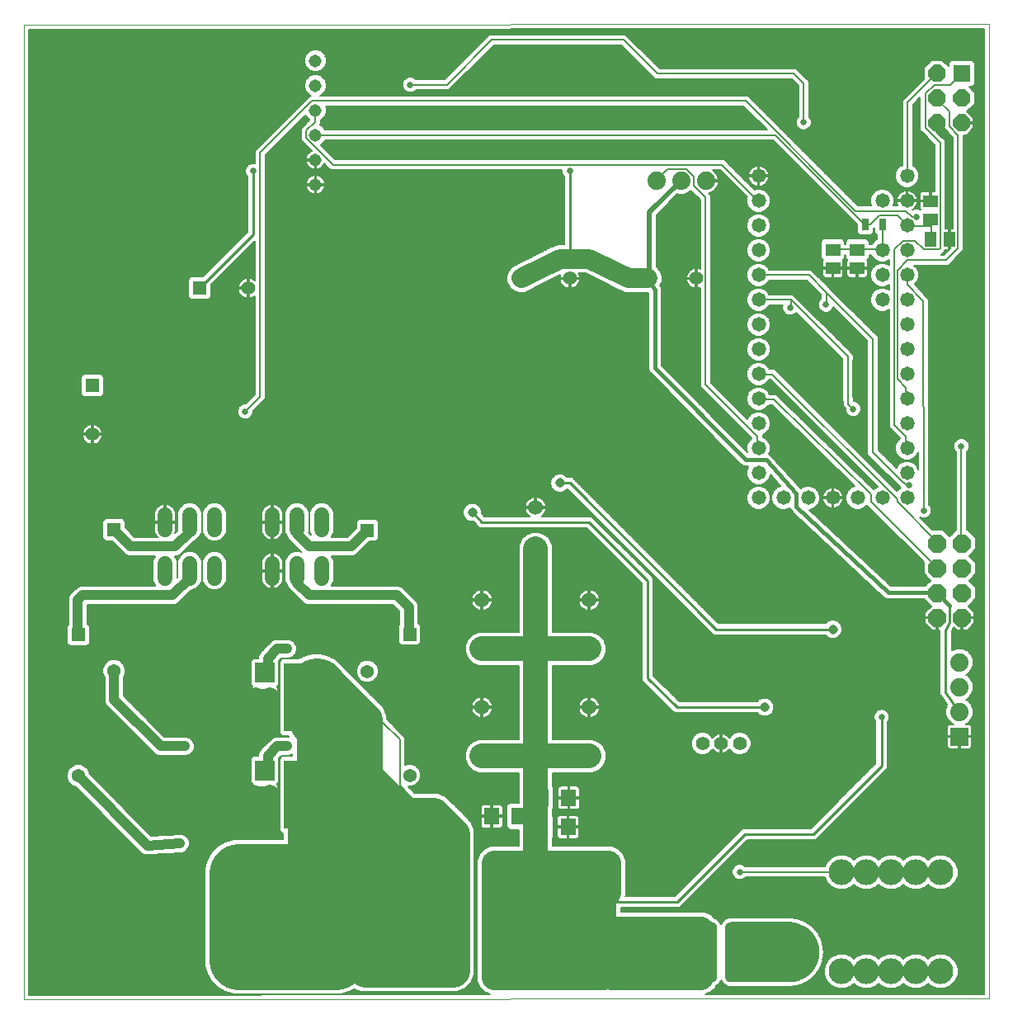
<source format=gbl>
G75*
%MOIN*%
%OFA0B0*%
%FSLAX25Y25*%
%IPPOS*%
%LPD*%
%AMOC8*
5,1,8,0,0,1.08239X$1,22.5*
%
%ADD10C,0.00000*%
%ADD11R,0.05600X0.05600*%
%ADD12C,0.05600*%
%ADD13R,0.05118X0.05906*%
%ADD14R,0.05906X0.05118*%
%ADD15R,0.06000X0.06000*%
%ADD16C,0.06000*%
%ADD17R,0.06299X0.07087*%
%ADD18OC8,0.07000*%
%ADD19R,0.07000X0.07000*%
%ADD20C,0.05150*%
%ADD21R,0.05400X0.05400*%
%ADD22C,0.05400*%
%ADD23C,0.06000*%
%ADD24C,0.05800*%
%ADD25C,0.10394*%
%ADD26R,0.17835X0.27559*%
%ADD27R,0.07874X0.07874*%
%ADD28R,0.07874X0.17717*%
%ADD29C,0.00500*%
%ADD30C,0.05543*%
%ADD31R,0.03150X0.04724*%
%ADD32R,0.07400X0.07400*%
%ADD33C,0.07400*%
%ADD34OC8,0.07400*%
%ADD35C,0.23622*%
%ADD36C,0.13780*%
%ADD37C,0.00600*%
%ADD38C,0.02578*%
%ADD39C,0.10000*%
%ADD40C,0.01000*%
%ADD41C,0.03839*%
%ADD42C,0.07874*%
%ADD43C,0.04000*%
%ADD44C,0.03937*%
%ADD45C,0.01600*%
%ADD46C,0.02000*%
D10*
X0009174Y0009174D02*
X0009174Y0402875D01*
X0398938Y0403269D01*
X0398938Y0009568D01*
X0009174Y0009174D01*
D11*
X0036733Y0257220D03*
X0080025Y0296576D03*
X0209946Y0300513D03*
X0261128Y0300513D03*
D12*
X0280828Y0300513D03*
X0229646Y0300513D03*
X0099725Y0296576D03*
X0036733Y0237520D03*
D13*
X0375513Y0316261D03*
X0382993Y0316261D03*
D14*
X0375316Y0324331D03*
X0375316Y0331812D03*
X0345788Y0312127D03*
X0345788Y0304646D03*
X0335946Y0304646D03*
X0335946Y0312127D03*
D15*
X0215867Y0188293D03*
X0237520Y0150891D03*
X0194213Y0150891D03*
X0194213Y0107584D03*
X0237520Y0107584D03*
D16*
X0237520Y0127284D03*
X0194213Y0127284D03*
X0194213Y0170591D03*
X0215867Y0207993D03*
X0237520Y0170591D03*
D17*
X0229253Y0090670D03*
X0218229Y0090670D03*
X0209213Y0083190D03*
X0217914Y0078859D03*
X0228938Y0078859D03*
X0198190Y0083190D03*
D18*
X0378032Y0363269D03*
X0378032Y0373269D03*
X0378032Y0383269D03*
X0388032Y0373269D03*
X0388032Y0363269D03*
D19*
X0388032Y0383269D03*
D20*
X0126910Y0378426D03*
X0126910Y0368426D03*
X0126910Y0358426D03*
X0126910Y0348426D03*
X0126910Y0338426D03*
X0126910Y0388426D03*
D21*
X0147835Y0198812D03*
X0164961Y0156804D03*
X0045473Y0199009D03*
X0031103Y0156607D03*
D22*
X0045473Y0142009D03*
X0031103Y0099607D03*
X0147835Y0141812D03*
X0164961Y0099804D03*
D23*
X0129410Y0179402D02*
X0129410Y0185402D01*
X0119410Y0185402D02*
X0119410Y0179402D01*
X0109410Y0179402D02*
X0109410Y0185402D01*
X0109410Y0199087D02*
X0109410Y0205087D01*
X0119410Y0205087D02*
X0119410Y0199087D01*
X0129410Y0199087D02*
X0129410Y0205087D01*
X0086103Y0205087D02*
X0086103Y0199087D01*
X0076103Y0199087D02*
X0076103Y0205087D01*
X0066103Y0205087D02*
X0066103Y0199087D01*
X0066103Y0185402D02*
X0066103Y0179402D01*
X0076103Y0179402D02*
X0076103Y0185402D01*
X0086103Y0185402D02*
X0086103Y0179402D01*
D24*
X0305946Y0211891D03*
X0315946Y0211891D03*
X0325946Y0211891D03*
X0335946Y0211891D03*
X0345946Y0211891D03*
X0355946Y0211891D03*
X0365946Y0211891D03*
X0365946Y0221891D03*
X0365946Y0231891D03*
X0365946Y0241891D03*
X0365946Y0251891D03*
X0365946Y0261891D03*
X0365946Y0271891D03*
X0365946Y0281891D03*
X0365946Y0291891D03*
X0365946Y0301891D03*
X0365946Y0311891D03*
X0355946Y0311891D03*
X0355946Y0301891D03*
X0355946Y0291891D03*
X0365946Y0321891D03*
X0365946Y0331891D03*
X0355946Y0331891D03*
X0365946Y0341891D03*
X0305946Y0341891D03*
X0305946Y0331891D03*
X0305946Y0321891D03*
X0305946Y0311891D03*
X0305946Y0301891D03*
X0305946Y0291891D03*
X0305946Y0281891D03*
X0305946Y0271891D03*
X0305946Y0261891D03*
X0305946Y0251891D03*
X0305946Y0241891D03*
X0305946Y0231891D03*
X0305946Y0221891D03*
D25*
X0339568Y0060670D03*
X0349568Y0060670D03*
X0359568Y0060670D03*
X0369568Y0060670D03*
X0379568Y0060670D03*
X0379568Y0020670D03*
X0369568Y0020670D03*
X0359568Y0020670D03*
X0349568Y0020670D03*
X0339568Y0020670D03*
X0241772Y0020670D03*
X0231772Y0020670D03*
X0221772Y0020670D03*
X0211772Y0020670D03*
X0201772Y0020670D03*
X0201772Y0060670D03*
X0211772Y0060670D03*
X0221772Y0060670D03*
X0231772Y0060670D03*
X0241772Y0060670D03*
X0135473Y0060670D03*
X0125473Y0060670D03*
X0115473Y0060670D03*
X0105473Y0060670D03*
X0095473Y0060670D03*
X0060670Y0060670D03*
X0050670Y0060670D03*
X0040670Y0060670D03*
X0030670Y0060670D03*
X0020670Y0060670D03*
X0020670Y0020670D03*
X0030670Y0020670D03*
X0040670Y0020670D03*
X0050670Y0020670D03*
X0060670Y0020670D03*
X0095473Y0020670D03*
X0105473Y0020670D03*
X0115473Y0020670D03*
X0125473Y0020670D03*
X0135473Y0020670D03*
D26*
X0123091Y0091851D03*
X0123091Y0131221D03*
D27*
X0106418Y0141182D03*
X0106418Y0101812D03*
D28*
X0106418Y0086772D03*
X0106418Y0126143D03*
D29*
X0253293Y0034733D02*
X0252485Y0033254D01*
X0251897Y0031675D01*
X0251538Y0030028D01*
X0251418Y0028347D01*
X0251538Y0026666D01*
X0251897Y0025020D01*
X0252485Y0023441D01*
X0253293Y0021962D01*
X0254303Y0020613D01*
X0255495Y0019421D01*
X0256844Y0018411D01*
X0258323Y0017604D01*
X0259902Y0017015D01*
X0261548Y0016656D01*
X0263229Y0016536D01*
X0286851Y0016536D01*
X0287289Y0016586D01*
X0287705Y0016731D01*
X0288079Y0016966D01*
X0288390Y0017277D01*
X0288625Y0017651D01*
X0288770Y0018067D01*
X0288820Y0018505D01*
X0288820Y0028347D01*
X0288820Y0038190D01*
X0288770Y0038628D01*
X0288625Y0039044D01*
X0288390Y0039417D01*
X0288079Y0039729D01*
X0287705Y0039963D01*
X0287289Y0040109D01*
X0286851Y0040158D01*
X0263229Y0040158D01*
X0261548Y0040038D01*
X0259902Y0039680D01*
X0258323Y0039091D01*
X0256844Y0038283D01*
X0255495Y0037273D01*
X0254303Y0036082D01*
X0253293Y0034733D01*
X0253220Y0034598D02*
X0288820Y0034598D01*
X0288820Y0034100D02*
X0252947Y0034100D01*
X0252675Y0033601D02*
X0288820Y0033601D01*
X0288820Y0033103D02*
X0252429Y0033103D01*
X0252243Y0032604D02*
X0288820Y0032604D01*
X0288820Y0032106D02*
X0252057Y0032106D01*
X0251882Y0031607D02*
X0288820Y0031607D01*
X0288820Y0031109D02*
X0251773Y0031109D01*
X0251665Y0030610D02*
X0288820Y0030610D01*
X0288820Y0030111D02*
X0251556Y0030111D01*
X0251509Y0029613D02*
X0288820Y0029613D01*
X0288820Y0029114D02*
X0251473Y0029114D01*
X0251437Y0028616D02*
X0288820Y0028616D01*
X0288820Y0028117D02*
X0251435Y0028117D01*
X0251470Y0027619D02*
X0288820Y0027619D01*
X0288820Y0027120D02*
X0251506Y0027120D01*
X0251548Y0026622D02*
X0288820Y0026622D01*
X0288820Y0026123D02*
X0251656Y0026123D01*
X0251765Y0025625D02*
X0288820Y0025625D01*
X0288820Y0025126D02*
X0251873Y0025126D01*
X0252043Y0024628D02*
X0288820Y0024628D01*
X0288820Y0024129D02*
X0252229Y0024129D01*
X0252415Y0023631D02*
X0288820Y0023631D01*
X0288820Y0023132D02*
X0252654Y0023132D01*
X0252926Y0022634D02*
X0288820Y0022634D01*
X0288820Y0022135D02*
X0253198Y0022135D01*
X0253536Y0021637D02*
X0288820Y0021637D01*
X0288820Y0021138D02*
X0253909Y0021138D01*
X0254283Y0020640D02*
X0288820Y0020640D01*
X0288820Y0020141D02*
X0254774Y0020141D01*
X0255273Y0019643D02*
X0288820Y0019643D01*
X0288820Y0019144D02*
X0255864Y0019144D01*
X0256530Y0018646D02*
X0288820Y0018646D01*
X0288779Y0018147D02*
X0257327Y0018147D01*
X0258240Y0017649D02*
X0288624Y0017649D01*
X0288263Y0017150D02*
X0259538Y0017150D01*
X0261615Y0016652D02*
X0287478Y0016652D01*
X0292806Y0018067D02*
X0292757Y0018505D01*
X0292757Y0038190D01*
X0292806Y0038628D01*
X0292952Y0039044D01*
X0293186Y0039417D01*
X0293498Y0039729D01*
X0293871Y0039963D01*
X0294287Y0040109D01*
X0294725Y0040158D01*
X0318347Y0040158D01*
X0320028Y0040038D01*
X0321675Y0039680D01*
X0323254Y0039091D01*
X0324733Y0038283D01*
X0326082Y0037273D01*
X0327273Y0036082D01*
X0328283Y0034733D01*
X0329091Y0033254D01*
X0329680Y0031675D01*
X0330038Y0030028D01*
X0330158Y0028347D01*
X0330038Y0026666D01*
X0329680Y0025020D01*
X0329091Y0023441D01*
X0328283Y0021962D01*
X0327273Y0020613D01*
X0326082Y0019421D01*
X0324733Y0018411D01*
X0323254Y0017604D01*
X0321675Y0017015D01*
X0320028Y0016656D01*
X0318347Y0016536D01*
X0294725Y0016536D01*
X0294287Y0016586D01*
X0293871Y0016731D01*
X0293498Y0016966D01*
X0293186Y0017277D01*
X0292952Y0017651D01*
X0292806Y0018067D01*
X0292797Y0018147D02*
X0324249Y0018147D01*
X0325046Y0018646D02*
X0292757Y0018646D01*
X0292757Y0019144D02*
X0325712Y0019144D01*
X0326304Y0019643D02*
X0292757Y0019643D01*
X0292757Y0020141D02*
X0326802Y0020141D01*
X0327294Y0020640D02*
X0292757Y0020640D01*
X0292757Y0021138D02*
X0327667Y0021138D01*
X0328040Y0021637D02*
X0292757Y0021637D01*
X0292757Y0022135D02*
X0328378Y0022135D01*
X0328650Y0022634D02*
X0292757Y0022634D01*
X0292757Y0023132D02*
X0328923Y0023132D01*
X0329162Y0023631D02*
X0292757Y0023631D01*
X0292757Y0024129D02*
X0329348Y0024129D01*
X0329534Y0024628D02*
X0292757Y0024628D01*
X0292757Y0025126D02*
X0329703Y0025126D01*
X0329811Y0025625D02*
X0292757Y0025625D01*
X0292757Y0026123D02*
X0329920Y0026123D01*
X0330028Y0026622D02*
X0292757Y0026622D01*
X0292757Y0027120D02*
X0330071Y0027120D01*
X0330106Y0027619D02*
X0292757Y0027619D01*
X0292757Y0028117D02*
X0330142Y0028117D01*
X0330139Y0028616D02*
X0292757Y0028616D01*
X0292757Y0029114D02*
X0330103Y0029114D01*
X0330068Y0029613D02*
X0292757Y0029613D01*
X0292757Y0030111D02*
X0330020Y0030111D01*
X0329911Y0030610D02*
X0292757Y0030610D01*
X0292757Y0031109D02*
X0329803Y0031109D01*
X0329695Y0031607D02*
X0292757Y0031607D01*
X0292757Y0032106D02*
X0329519Y0032106D01*
X0329333Y0032604D02*
X0292757Y0032604D01*
X0292757Y0033103D02*
X0329147Y0033103D01*
X0328901Y0033601D02*
X0292757Y0033601D01*
X0292757Y0034100D02*
X0328629Y0034100D01*
X0328357Y0034598D02*
X0292757Y0034598D01*
X0292757Y0035097D02*
X0328011Y0035097D01*
X0327638Y0035595D02*
X0292757Y0035595D01*
X0292757Y0036094D02*
X0327262Y0036094D01*
X0326763Y0036592D02*
X0292757Y0036592D01*
X0292757Y0037091D02*
X0326265Y0037091D01*
X0325660Y0037589D02*
X0292757Y0037589D01*
X0292757Y0038088D02*
X0324994Y0038088D01*
X0324178Y0038586D02*
X0292801Y0038586D01*
X0292977Y0039085D02*
X0323265Y0039085D01*
X0321934Y0039583D02*
X0293352Y0039583D01*
X0294209Y0040082D02*
X0319418Y0040082D01*
X0318347Y0032284D02*
X0302599Y0032284D01*
X0302475Y0032282D01*
X0302352Y0032276D01*
X0302228Y0032267D01*
X0302106Y0032253D01*
X0301983Y0032236D01*
X0301861Y0032214D01*
X0301740Y0032189D01*
X0301620Y0032160D01*
X0301501Y0032128D01*
X0301382Y0032091D01*
X0301265Y0032051D01*
X0301150Y0032008D01*
X0301035Y0031960D01*
X0300923Y0031909D01*
X0300812Y0031855D01*
X0300702Y0031797D01*
X0300595Y0031736D01*
X0300489Y0031671D01*
X0300386Y0031603D01*
X0300285Y0031532D01*
X0300186Y0031458D01*
X0300089Y0031381D01*
X0299995Y0031300D01*
X0299904Y0031217D01*
X0299815Y0031131D01*
X0299729Y0031042D01*
X0299646Y0030951D01*
X0299565Y0030857D01*
X0299488Y0030760D01*
X0299414Y0030661D01*
X0299343Y0030560D01*
X0299275Y0030457D01*
X0299210Y0030351D01*
X0299149Y0030244D01*
X0299091Y0030134D01*
X0299037Y0030023D01*
X0298986Y0029911D01*
X0298938Y0029796D01*
X0298895Y0029681D01*
X0298855Y0029564D01*
X0298818Y0029445D01*
X0298786Y0029326D01*
X0298757Y0029206D01*
X0298732Y0029085D01*
X0298710Y0028963D01*
X0298693Y0028840D01*
X0298679Y0028718D01*
X0298670Y0028594D01*
X0298664Y0028471D01*
X0298662Y0028347D01*
X0298664Y0028223D01*
X0298670Y0028100D01*
X0298679Y0027976D01*
X0298693Y0027854D01*
X0298710Y0027731D01*
X0298732Y0027609D01*
X0298757Y0027488D01*
X0298786Y0027368D01*
X0298818Y0027249D01*
X0298855Y0027130D01*
X0298895Y0027013D01*
X0298938Y0026898D01*
X0298986Y0026783D01*
X0299037Y0026671D01*
X0299091Y0026560D01*
X0299149Y0026450D01*
X0299210Y0026343D01*
X0299275Y0026237D01*
X0299343Y0026134D01*
X0299414Y0026033D01*
X0299488Y0025934D01*
X0299565Y0025837D01*
X0299646Y0025743D01*
X0299729Y0025652D01*
X0299815Y0025563D01*
X0299904Y0025477D01*
X0299995Y0025394D01*
X0300089Y0025313D01*
X0300186Y0025236D01*
X0300285Y0025162D01*
X0300386Y0025091D01*
X0300489Y0025023D01*
X0300595Y0024958D01*
X0300702Y0024897D01*
X0300812Y0024839D01*
X0300923Y0024785D01*
X0301035Y0024734D01*
X0301150Y0024686D01*
X0301265Y0024643D01*
X0301382Y0024603D01*
X0301501Y0024566D01*
X0301620Y0024534D01*
X0301740Y0024505D01*
X0301861Y0024480D01*
X0301983Y0024458D01*
X0302106Y0024441D01*
X0302228Y0024427D01*
X0302352Y0024418D01*
X0302475Y0024412D01*
X0302599Y0024410D01*
X0318347Y0024410D01*
X0318471Y0024412D01*
X0318594Y0024418D01*
X0318718Y0024427D01*
X0318840Y0024441D01*
X0318963Y0024458D01*
X0319085Y0024480D01*
X0319206Y0024505D01*
X0319326Y0024534D01*
X0319445Y0024566D01*
X0319564Y0024603D01*
X0319681Y0024643D01*
X0319796Y0024686D01*
X0319911Y0024734D01*
X0320023Y0024785D01*
X0320134Y0024839D01*
X0320244Y0024897D01*
X0320351Y0024958D01*
X0320457Y0025023D01*
X0320560Y0025091D01*
X0320661Y0025162D01*
X0320760Y0025236D01*
X0320857Y0025313D01*
X0320951Y0025394D01*
X0321042Y0025477D01*
X0321131Y0025563D01*
X0321217Y0025652D01*
X0321300Y0025743D01*
X0321381Y0025837D01*
X0321458Y0025934D01*
X0321532Y0026033D01*
X0321603Y0026134D01*
X0321671Y0026237D01*
X0321736Y0026343D01*
X0321797Y0026450D01*
X0321855Y0026560D01*
X0321909Y0026671D01*
X0321960Y0026783D01*
X0322008Y0026898D01*
X0322051Y0027013D01*
X0322091Y0027130D01*
X0322128Y0027249D01*
X0322160Y0027368D01*
X0322189Y0027488D01*
X0322214Y0027609D01*
X0322236Y0027731D01*
X0322253Y0027854D01*
X0322267Y0027976D01*
X0322276Y0028100D01*
X0322282Y0028223D01*
X0322284Y0028347D01*
X0322282Y0028471D01*
X0322276Y0028594D01*
X0322267Y0028718D01*
X0322253Y0028840D01*
X0322236Y0028963D01*
X0322214Y0029085D01*
X0322189Y0029206D01*
X0322160Y0029326D01*
X0322128Y0029445D01*
X0322091Y0029564D01*
X0322051Y0029681D01*
X0322008Y0029796D01*
X0321960Y0029911D01*
X0321909Y0030023D01*
X0321855Y0030134D01*
X0321797Y0030244D01*
X0321736Y0030351D01*
X0321671Y0030457D01*
X0321603Y0030560D01*
X0321532Y0030661D01*
X0321458Y0030760D01*
X0321381Y0030857D01*
X0321300Y0030951D01*
X0321217Y0031042D01*
X0321131Y0031131D01*
X0321042Y0031217D01*
X0320951Y0031300D01*
X0320857Y0031381D01*
X0320760Y0031458D01*
X0320661Y0031532D01*
X0320560Y0031603D01*
X0320457Y0031671D01*
X0320351Y0031736D01*
X0320244Y0031797D01*
X0320134Y0031855D01*
X0320023Y0031909D01*
X0319911Y0031960D01*
X0319796Y0032008D01*
X0319681Y0032051D01*
X0319564Y0032091D01*
X0319445Y0032128D01*
X0319326Y0032160D01*
X0319206Y0032189D01*
X0319085Y0032214D01*
X0318963Y0032236D01*
X0318840Y0032253D01*
X0318718Y0032267D01*
X0318594Y0032276D01*
X0318471Y0032282D01*
X0318347Y0032284D01*
X0323336Y0017649D02*
X0292953Y0017649D01*
X0293313Y0017150D02*
X0322038Y0017150D01*
X0319962Y0016652D02*
X0294098Y0016652D01*
X0278977Y0024410D02*
X0263229Y0024410D01*
X0263105Y0024412D01*
X0262982Y0024418D01*
X0262858Y0024427D01*
X0262736Y0024441D01*
X0262613Y0024458D01*
X0262491Y0024480D01*
X0262370Y0024505D01*
X0262250Y0024534D01*
X0262131Y0024566D01*
X0262012Y0024603D01*
X0261895Y0024643D01*
X0261780Y0024686D01*
X0261665Y0024734D01*
X0261553Y0024785D01*
X0261442Y0024839D01*
X0261332Y0024897D01*
X0261225Y0024958D01*
X0261119Y0025023D01*
X0261016Y0025091D01*
X0260915Y0025162D01*
X0260816Y0025236D01*
X0260719Y0025313D01*
X0260625Y0025394D01*
X0260534Y0025477D01*
X0260445Y0025563D01*
X0260359Y0025652D01*
X0260276Y0025743D01*
X0260195Y0025837D01*
X0260118Y0025934D01*
X0260044Y0026033D01*
X0259973Y0026134D01*
X0259905Y0026237D01*
X0259840Y0026343D01*
X0259779Y0026450D01*
X0259721Y0026560D01*
X0259667Y0026671D01*
X0259616Y0026783D01*
X0259568Y0026898D01*
X0259525Y0027013D01*
X0259485Y0027130D01*
X0259448Y0027249D01*
X0259416Y0027368D01*
X0259387Y0027488D01*
X0259362Y0027609D01*
X0259340Y0027731D01*
X0259323Y0027854D01*
X0259309Y0027976D01*
X0259300Y0028100D01*
X0259294Y0028223D01*
X0259292Y0028347D01*
X0259294Y0028471D01*
X0259300Y0028594D01*
X0259309Y0028718D01*
X0259323Y0028840D01*
X0259340Y0028963D01*
X0259362Y0029085D01*
X0259387Y0029206D01*
X0259416Y0029326D01*
X0259448Y0029445D01*
X0259485Y0029564D01*
X0259525Y0029681D01*
X0259568Y0029796D01*
X0259616Y0029911D01*
X0259667Y0030023D01*
X0259721Y0030134D01*
X0259779Y0030244D01*
X0259840Y0030351D01*
X0259905Y0030457D01*
X0259973Y0030560D01*
X0260044Y0030661D01*
X0260118Y0030760D01*
X0260195Y0030857D01*
X0260276Y0030951D01*
X0260359Y0031042D01*
X0260445Y0031131D01*
X0260534Y0031217D01*
X0260625Y0031300D01*
X0260719Y0031381D01*
X0260816Y0031458D01*
X0260915Y0031532D01*
X0261016Y0031603D01*
X0261119Y0031671D01*
X0261225Y0031736D01*
X0261332Y0031797D01*
X0261442Y0031855D01*
X0261553Y0031909D01*
X0261665Y0031960D01*
X0261780Y0032008D01*
X0261895Y0032051D01*
X0262012Y0032091D01*
X0262131Y0032128D01*
X0262250Y0032160D01*
X0262370Y0032189D01*
X0262491Y0032214D01*
X0262613Y0032236D01*
X0262736Y0032253D01*
X0262858Y0032267D01*
X0262982Y0032276D01*
X0263105Y0032282D01*
X0263229Y0032284D01*
X0278977Y0032284D01*
X0279101Y0032282D01*
X0279224Y0032276D01*
X0279348Y0032267D01*
X0279470Y0032253D01*
X0279593Y0032236D01*
X0279715Y0032214D01*
X0279836Y0032189D01*
X0279956Y0032160D01*
X0280075Y0032128D01*
X0280194Y0032091D01*
X0280311Y0032051D01*
X0280426Y0032008D01*
X0280541Y0031960D01*
X0280653Y0031909D01*
X0280764Y0031855D01*
X0280874Y0031797D01*
X0280981Y0031736D01*
X0281087Y0031671D01*
X0281190Y0031603D01*
X0281291Y0031532D01*
X0281390Y0031458D01*
X0281487Y0031381D01*
X0281581Y0031300D01*
X0281672Y0031217D01*
X0281761Y0031131D01*
X0281847Y0031042D01*
X0281930Y0030951D01*
X0282011Y0030857D01*
X0282088Y0030760D01*
X0282162Y0030661D01*
X0282233Y0030560D01*
X0282301Y0030457D01*
X0282366Y0030351D01*
X0282427Y0030244D01*
X0282485Y0030134D01*
X0282539Y0030023D01*
X0282590Y0029911D01*
X0282638Y0029796D01*
X0282681Y0029681D01*
X0282721Y0029564D01*
X0282758Y0029445D01*
X0282790Y0029326D01*
X0282819Y0029206D01*
X0282844Y0029085D01*
X0282866Y0028963D01*
X0282883Y0028840D01*
X0282897Y0028718D01*
X0282906Y0028594D01*
X0282912Y0028471D01*
X0282914Y0028347D01*
X0282912Y0028223D01*
X0282906Y0028100D01*
X0282897Y0027976D01*
X0282883Y0027854D01*
X0282866Y0027731D01*
X0282844Y0027609D01*
X0282819Y0027488D01*
X0282790Y0027368D01*
X0282758Y0027249D01*
X0282721Y0027130D01*
X0282681Y0027013D01*
X0282638Y0026898D01*
X0282590Y0026783D01*
X0282539Y0026671D01*
X0282485Y0026560D01*
X0282427Y0026450D01*
X0282366Y0026343D01*
X0282301Y0026237D01*
X0282233Y0026134D01*
X0282162Y0026033D01*
X0282088Y0025934D01*
X0282011Y0025837D01*
X0281930Y0025743D01*
X0281847Y0025652D01*
X0281761Y0025563D01*
X0281672Y0025477D01*
X0281581Y0025394D01*
X0281487Y0025313D01*
X0281390Y0025236D01*
X0281291Y0025162D01*
X0281190Y0025091D01*
X0281087Y0025023D01*
X0280981Y0024958D01*
X0280874Y0024897D01*
X0280764Y0024839D01*
X0280653Y0024785D01*
X0280541Y0024734D01*
X0280426Y0024686D01*
X0280311Y0024643D01*
X0280194Y0024603D01*
X0280075Y0024566D01*
X0279956Y0024534D01*
X0279836Y0024505D01*
X0279715Y0024480D01*
X0279593Y0024458D01*
X0279470Y0024441D01*
X0279348Y0024427D01*
X0279224Y0024418D01*
X0279101Y0024412D01*
X0278977Y0024410D01*
X0288820Y0035097D02*
X0253565Y0035097D01*
X0253939Y0035595D02*
X0288820Y0035595D01*
X0288820Y0036094D02*
X0254315Y0036094D01*
X0254813Y0036592D02*
X0288820Y0036592D01*
X0288820Y0037091D02*
X0255312Y0037091D01*
X0255916Y0037589D02*
X0288820Y0037589D01*
X0288820Y0038088D02*
X0256582Y0038088D01*
X0257398Y0038586D02*
X0288775Y0038586D01*
X0288599Y0039085D02*
X0258311Y0039085D01*
X0259643Y0039583D02*
X0288224Y0039583D01*
X0287367Y0040082D02*
X0262159Y0040082D01*
D30*
X0283269Y0112599D03*
X0290788Y0112599D03*
X0298308Y0112599D03*
D31*
X0349135Y0322166D03*
X0356221Y0322166D03*
D32*
X0387127Y0115473D03*
D33*
X0387127Y0125473D03*
X0387127Y0135473D03*
X0387127Y0145473D03*
X0284765Y0339883D03*
X0274765Y0339883D03*
X0264765Y0339883D03*
D34*
X0378190Y0193465D03*
X0378190Y0183465D03*
X0378190Y0173465D03*
X0378190Y0163465D03*
X0388190Y0163465D03*
X0388190Y0173465D03*
X0388190Y0183465D03*
X0388190Y0193465D03*
D35*
X0135158Y0024922D02*
X0095788Y0024922D01*
X0095788Y0060355D01*
X0127374Y0060355D01*
X0131221Y0060355D01*
X0131221Y0032796D01*
X0111536Y0032796D01*
X0103662Y0040670D01*
X0115473Y0040670D01*
X0123347Y0048544D01*
X0127284Y0044607D02*
X0127284Y0070374D01*
X0127284Y0091974D01*
X0127284Y0095788D01*
X0131221Y0099725D01*
X0131221Y0119410D01*
X0127284Y0123347D01*
X0127284Y0135158D01*
X0127284Y0040670D02*
X0127284Y0032796D01*
X0135158Y0024922D01*
D36*
X0146969Y0020985D02*
X0146969Y0064292D01*
X0139095Y0072166D01*
X0170591Y0072166D01*
X0170591Y0032796D01*
X0174528Y0028859D01*
X0158780Y0028859D01*
X0158780Y0064292D01*
X0165774Y0083977D02*
X0174528Y0083977D01*
X0182402Y0076103D01*
X0182402Y0020985D01*
X0146969Y0020985D01*
X0165774Y0083977D02*
X0127284Y0083977D01*
X0139095Y0103662D02*
X0146969Y0095788D01*
X0146969Y0121374D01*
X0146969Y0122363D01*
X0130237Y0139095D01*
X0127284Y0123347D02*
X0127284Y0111536D01*
X0150906Y0087914D01*
X0158780Y0087914D01*
X0139095Y0107599D01*
X0139095Y0103662D01*
X0060670Y0060670D02*
X0020670Y0060670D01*
X0020064Y0020670D02*
X0060670Y0020670D01*
D37*
X0060370Y0020546D02*
X0050970Y0020546D01*
X0050970Y0020370D02*
X0050970Y0020970D01*
X0050370Y0020970D01*
X0050370Y0020370D01*
X0050970Y0020370D01*
X0050970Y0014173D01*
X0051096Y0014173D01*
X0051940Y0014284D01*
X0052763Y0014505D01*
X0053550Y0014831D01*
X0054287Y0015257D01*
X0054963Y0015775D01*
X0055565Y0016377D01*
X0055670Y0016514D01*
X0055775Y0016377D01*
X0056377Y0015775D01*
X0057053Y0015257D01*
X0057790Y0014831D01*
X0058577Y0014505D01*
X0059400Y0014284D01*
X0060244Y0014173D01*
X0060370Y0014173D01*
X0060370Y0020370D01*
X0060970Y0020370D01*
X0060970Y0014173D01*
X0061096Y0014173D01*
X0061940Y0014284D01*
X0062763Y0014505D01*
X0063550Y0014831D01*
X0064287Y0015257D01*
X0064963Y0015775D01*
X0065565Y0016377D01*
X0066084Y0017053D01*
X0066509Y0017790D01*
X0066835Y0018577D01*
X0067056Y0019400D01*
X0067167Y0020244D01*
X0067167Y0020370D01*
X0060970Y0020370D01*
X0060970Y0020970D01*
X0060370Y0020970D01*
X0060370Y0020370D01*
X0050970Y0020370D01*
X0050970Y0019947D02*
X0050370Y0019947D01*
X0050370Y0020370D02*
X0050370Y0014173D01*
X0050244Y0014173D01*
X0049400Y0014284D01*
X0048577Y0014505D01*
X0047790Y0014831D01*
X0047053Y0015257D01*
X0046377Y0015775D01*
X0045775Y0016377D01*
X0045670Y0016514D01*
X0045565Y0016377D01*
X0044963Y0015775D01*
X0044287Y0015257D01*
X0043550Y0014831D01*
X0042763Y0014505D01*
X0041940Y0014284D01*
X0041096Y0014173D01*
X0040970Y0014173D01*
X0040970Y0020370D01*
X0040370Y0020370D01*
X0040370Y0014173D01*
X0040244Y0014173D01*
X0039400Y0014284D01*
X0038577Y0014505D01*
X0037790Y0014831D01*
X0037053Y0015257D01*
X0036377Y0015775D01*
X0035775Y0016377D01*
X0035670Y0016514D01*
X0035565Y0016377D01*
X0034963Y0015775D01*
X0034287Y0015257D01*
X0033550Y0014831D01*
X0032763Y0014505D01*
X0031940Y0014284D01*
X0031096Y0014173D01*
X0030970Y0014173D01*
X0030970Y0020370D01*
X0030370Y0020370D01*
X0030370Y0014173D01*
X0030244Y0014173D01*
X0029400Y0014284D01*
X0028577Y0014505D01*
X0027790Y0014831D01*
X0027053Y0015257D01*
X0026377Y0015775D01*
X0025775Y0016377D01*
X0025670Y0016514D01*
X0025565Y0016377D01*
X0024963Y0015775D01*
X0024287Y0015257D01*
X0023550Y0014831D01*
X0022763Y0014505D01*
X0021940Y0014284D01*
X0021096Y0014173D01*
X0020970Y0014173D01*
X0020970Y0020370D01*
X0020370Y0020370D01*
X0020370Y0014173D01*
X0020244Y0014173D01*
X0019400Y0014284D01*
X0018577Y0014505D01*
X0017790Y0014831D01*
X0017053Y0015257D01*
X0016377Y0015775D01*
X0015775Y0016377D01*
X0015257Y0017053D01*
X0014831Y0017790D01*
X0014505Y0018577D01*
X0014284Y0019400D01*
X0014173Y0020244D01*
X0014173Y0020370D01*
X0020370Y0020370D01*
X0020370Y0020970D01*
X0014173Y0020970D01*
X0014173Y0021096D01*
X0014284Y0021940D01*
X0014505Y0022763D01*
X0014831Y0023550D01*
X0015257Y0024287D01*
X0015775Y0024963D01*
X0016377Y0025565D01*
X0017053Y0026084D01*
X0017790Y0026509D01*
X0018577Y0026835D01*
X0019400Y0027056D01*
X0020244Y0027167D01*
X0020370Y0027167D01*
X0020370Y0020970D01*
X0020970Y0020970D01*
X0020970Y0027167D01*
X0021096Y0027167D01*
X0021940Y0027056D01*
X0022763Y0026835D01*
X0023550Y0026509D01*
X0024287Y0026084D01*
X0024963Y0025565D01*
X0025565Y0024963D01*
X0025670Y0024826D01*
X0025775Y0024963D01*
X0026377Y0025565D01*
X0027053Y0026084D01*
X0027790Y0026509D01*
X0028577Y0026835D01*
X0029400Y0027056D01*
X0030244Y0027167D01*
X0030370Y0027167D01*
X0030370Y0020970D01*
X0030370Y0020370D01*
X0020970Y0020370D01*
X0020970Y0020970D01*
X0027167Y0020970D01*
X0030370Y0020970D01*
X0030970Y0020970D01*
X0030970Y0027167D01*
X0031096Y0027167D01*
X0031940Y0027056D01*
X0032763Y0026835D01*
X0033550Y0026509D01*
X0034287Y0026084D01*
X0034963Y0025565D01*
X0035565Y0024963D01*
X0035670Y0024826D01*
X0035775Y0024963D01*
X0036377Y0025565D01*
X0037053Y0026084D01*
X0037790Y0026509D01*
X0038577Y0026835D01*
X0039400Y0027056D01*
X0040244Y0027167D01*
X0040370Y0027167D01*
X0040370Y0020970D01*
X0040370Y0020370D01*
X0030970Y0020370D01*
X0030970Y0020970D01*
X0037167Y0020970D01*
X0040370Y0020970D01*
X0040970Y0020970D01*
X0040970Y0027167D01*
X0041096Y0027167D01*
X0041940Y0027056D01*
X0042763Y0026835D01*
X0043550Y0026509D01*
X0044287Y0026084D01*
X0044963Y0025565D01*
X0045565Y0024963D01*
X0045670Y0024826D01*
X0045775Y0024963D01*
X0046377Y0025565D01*
X0047053Y0026084D01*
X0047790Y0026509D01*
X0048577Y0026835D01*
X0049400Y0027056D01*
X0050244Y0027167D01*
X0050370Y0027167D01*
X0050370Y0020970D01*
X0044173Y0020970D01*
X0040970Y0020970D01*
X0040970Y0020370D01*
X0050370Y0020370D01*
X0050370Y0020546D02*
X0040970Y0020546D01*
X0040970Y0021144D02*
X0040370Y0021144D01*
X0040370Y0020546D02*
X0030970Y0020546D01*
X0030970Y0021144D02*
X0030370Y0021144D01*
X0030370Y0020546D02*
X0020970Y0020546D01*
X0020970Y0021144D02*
X0020370Y0021144D01*
X0020370Y0020546D02*
X0011049Y0020546D01*
X0011049Y0021144D02*
X0014180Y0021144D01*
X0014258Y0021743D02*
X0011049Y0021743D01*
X0011049Y0022341D02*
X0014392Y0022341D01*
X0014578Y0022940D02*
X0011049Y0022940D01*
X0011049Y0023538D02*
X0014826Y0023538D01*
X0015170Y0024137D02*
X0011049Y0024137D01*
X0011049Y0024735D02*
X0015600Y0024735D01*
X0016146Y0025334D02*
X0011049Y0025334D01*
X0011049Y0025932D02*
X0016856Y0025932D01*
X0017842Y0026531D02*
X0011049Y0026531D01*
X0011049Y0027129D02*
X0019959Y0027129D01*
X0020370Y0027129D02*
X0020970Y0027129D01*
X0021381Y0027129D02*
X0029959Y0027129D01*
X0030370Y0027129D02*
X0030970Y0027129D01*
X0031381Y0027129D02*
X0039959Y0027129D01*
X0040370Y0027129D02*
X0040970Y0027129D01*
X0041381Y0027129D02*
X0049959Y0027129D01*
X0050370Y0027129D02*
X0050970Y0027129D01*
X0050970Y0027167D02*
X0050970Y0020970D01*
X0057167Y0020970D01*
X0060370Y0020970D01*
X0060370Y0027167D01*
X0060244Y0027167D01*
X0059400Y0027056D01*
X0058577Y0026835D01*
X0057790Y0026509D01*
X0057053Y0026084D01*
X0056377Y0025565D01*
X0055775Y0024963D01*
X0055670Y0024826D01*
X0055565Y0024963D01*
X0054963Y0025565D01*
X0054287Y0026084D01*
X0053550Y0026509D01*
X0052763Y0026835D01*
X0051940Y0027056D01*
X0051096Y0027167D01*
X0050970Y0027167D01*
X0051381Y0027129D02*
X0059959Y0027129D01*
X0060370Y0027129D02*
X0060970Y0027129D01*
X0060970Y0027167D02*
X0060970Y0020970D01*
X0067167Y0020970D01*
X0067167Y0021096D01*
X0067056Y0021940D01*
X0066835Y0022763D01*
X0066509Y0023550D01*
X0066084Y0024287D01*
X0065565Y0024963D01*
X0064963Y0025565D01*
X0064287Y0026084D01*
X0063550Y0026509D01*
X0062763Y0026835D01*
X0061940Y0027056D01*
X0061096Y0027167D01*
X0060970Y0027167D01*
X0061381Y0027129D02*
X0082102Y0027129D01*
X0082102Y0026531D02*
X0063498Y0026531D01*
X0064484Y0025932D02*
X0082102Y0025932D01*
X0082102Y0025334D02*
X0065194Y0025334D01*
X0065740Y0024735D02*
X0082102Y0024735D01*
X0082102Y0024137D02*
X0066170Y0024137D01*
X0066514Y0023538D02*
X0082102Y0023538D01*
X0082102Y0023120D02*
X0083035Y0019640D01*
X0084837Y0016519D01*
X0087385Y0013971D01*
X0090506Y0012169D01*
X0093986Y0011236D01*
X0136960Y0011236D01*
X0140441Y0012169D01*
X0142492Y0013353D01*
X0145226Y0012220D01*
X0184146Y0012220D01*
X0187367Y0013555D01*
X0189833Y0016020D01*
X0191167Y0019242D01*
X0191167Y0077847D01*
X0189833Y0081068D01*
X0187367Y0083533D01*
X0179493Y0091407D01*
X0176272Y0092742D01*
X0166882Y0092742D01*
X0166675Y0092949D01*
X0164395Y0095229D01*
X0165871Y0095229D01*
X0167553Y0095926D01*
X0168840Y0097213D01*
X0169536Y0098894D01*
X0169536Y0100714D01*
X0168840Y0102395D01*
X0167553Y0103682D01*
X0165871Y0104379D01*
X0164051Y0104379D01*
X0163149Y0104005D01*
X0163149Y0115075D01*
X0161875Y0116349D01*
X0155949Y0122275D01*
X0155734Y0122490D01*
X0155734Y0124106D01*
X0154400Y0127328D01*
X0138331Y0143396D01*
X0138236Y0143562D01*
X0135688Y0146110D01*
X0135522Y0146205D01*
X0135202Y0146526D01*
X0134372Y0146869D01*
X0132567Y0147911D01*
X0129086Y0148844D01*
X0125482Y0148844D01*
X0122002Y0147911D01*
X0120208Y0146876D01*
X0113397Y0146876D01*
X0112299Y0145777D01*
X0112299Y0116665D01*
X0113397Y0115567D01*
X0115973Y0115567D01*
X0116081Y0115380D01*
X0110772Y0115380D01*
X0109359Y0114794D01*
X0105422Y0110857D01*
X0104341Y0109776D01*
X0103756Y0108364D01*
X0103756Y0107624D01*
X0101705Y0107624D01*
X0100606Y0106525D01*
X0100606Y0097098D01*
X0101380Y0096324D01*
X0101270Y0096132D01*
X0101181Y0095802D01*
X0101181Y0087072D01*
X0106118Y0087072D01*
X0106118Y0086472D01*
X0106718Y0086472D01*
X0106718Y0076614D01*
X0110526Y0076614D01*
X0110857Y0076703D01*
X0111153Y0076874D01*
X0111395Y0077116D01*
X0111567Y0077412D01*
X0111655Y0077743D01*
X0111655Y0086472D01*
X0106718Y0086472D01*
X0106718Y0087072D01*
X0111655Y0087072D01*
X0111655Y0095802D01*
X0111567Y0096132D01*
X0111456Y0096324D01*
X0112230Y0097098D01*
X0112230Y0106525D01*
X0112095Y0106660D01*
X0113128Y0107693D01*
X0116238Y0107693D01*
X0117535Y0108230D01*
X0117535Y0107505D01*
X0113397Y0107505D01*
X0112299Y0106407D01*
X0112299Y0077295D01*
X0113397Y0076197D01*
X0113598Y0076197D01*
X0113598Y0074041D01*
X0093986Y0074041D01*
X0090506Y0073108D01*
X0087385Y0071306D01*
X0084837Y0068758D01*
X0083035Y0065638D01*
X0082102Y0062157D01*
X0082102Y0023120D01*
X0082151Y0022940D02*
X0066762Y0022940D01*
X0066948Y0022341D02*
X0082311Y0022341D01*
X0082471Y0021743D02*
X0067082Y0021743D01*
X0067161Y0021144D02*
X0082632Y0021144D01*
X0082792Y0020546D02*
X0060970Y0020546D01*
X0060970Y0021144D02*
X0060370Y0021144D01*
X0060370Y0021743D02*
X0060970Y0021743D01*
X0060970Y0022341D02*
X0060370Y0022341D01*
X0060370Y0022940D02*
X0060970Y0022940D01*
X0060970Y0023538D02*
X0060370Y0023538D01*
X0060370Y0024137D02*
X0060970Y0024137D01*
X0060970Y0024735D02*
X0060370Y0024735D01*
X0060370Y0025334D02*
X0060970Y0025334D01*
X0060970Y0025932D02*
X0060370Y0025932D01*
X0060370Y0026531D02*
X0060970Y0026531D01*
X0057842Y0026531D02*
X0053498Y0026531D01*
X0054484Y0025932D02*
X0056856Y0025932D01*
X0056146Y0025334D02*
X0055194Y0025334D01*
X0050970Y0025334D02*
X0050370Y0025334D01*
X0050370Y0025932D02*
X0050970Y0025932D01*
X0050970Y0026531D02*
X0050370Y0026531D01*
X0050370Y0024735D02*
X0050970Y0024735D01*
X0050970Y0024137D02*
X0050370Y0024137D01*
X0050370Y0023538D02*
X0050970Y0023538D01*
X0050970Y0022940D02*
X0050370Y0022940D01*
X0050370Y0022341D02*
X0050970Y0022341D01*
X0050970Y0021743D02*
X0050370Y0021743D01*
X0050370Y0021144D02*
X0050970Y0021144D01*
X0050970Y0019349D02*
X0050370Y0019349D01*
X0050370Y0018750D02*
X0050970Y0018750D01*
X0050970Y0018152D02*
X0050370Y0018152D01*
X0050370Y0017553D02*
X0050970Y0017553D01*
X0050970Y0016955D02*
X0050370Y0016955D01*
X0050370Y0016356D02*
X0050970Y0016356D01*
X0050970Y0015758D02*
X0050370Y0015758D01*
X0050370Y0015159D02*
X0050970Y0015159D01*
X0050970Y0014561D02*
X0050370Y0014561D01*
X0048443Y0014561D02*
X0042898Y0014561D01*
X0044119Y0015159D02*
X0047222Y0015159D01*
X0046400Y0015758D02*
X0044940Y0015758D01*
X0045544Y0016356D02*
X0045796Y0016356D01*
X0052898Y0014561D02*
X0058443Y0014561D01*
X0057222Y0015159D02*
X0054119Y0015159D01*
X0054940Y0015758D02*
X0056400Y0015758D01*
X0055796Y0016356D02*
X0055544Y0016356D01*
X0060370Y0016356D02*
X0060970Y0016356D01*
X0060970Y0015758D02*
X0060370Y0015758D01*
X0060370Y0015159D02*
X0060970Y0015159D01*
X0060970Y0014561D02*
X0060370Y0014561D01*
X0060370Y0016955D02*
X0060970Y0016955D01*
X0060970Y0017553D02*
X0060370Y0017553D01*
X0060370Y0018152D02*
X0060970Y0018152D01*
X0060970Y0018750D02*
X0060370Y0018750D01*
X0060370Y0019349D02*
X0060970Y0019349D01*
X0060970Y0019947D02*
X0060370Y0019947D01*
X0062898Y0014561D02*
X0086795Y0014561D01*
X0086196Y0015159D02*
X0064119Y0015159D01*
X0064940Y0015758D02*
X0085598Y0015758D01*
X0084999Y0016356D02*
X0065544Y0016356D01*
X0066008Y0016955D02*
X0084585Y0016955D01*
X0084240Y0017553D02*
X0066372Y0017553D01*
X0066659Y0018152D02*
X0083894Y0018152D01*
X0083548Y0018750D02*
X0066882Y0018750D01*
X0067042Y0019349D02*
X0083203Y0019349D01*
X0082953Y0019947D02*
X0067128Y0019947D01*
X0082102Y0027728D02*
X0011049Y0027728D01*
X0011049Y0028326D02*
X0082102Y0028326D01*
X0082102Y0028925D02*
X0011049Y0028925D01*
X0011049Y0029523D02*
X0082102Y0029523D01*
X0082102Y0030122D02*
X0011049Y0030122D01*
X0011049Y0030720D02*
X0082102Y0030720D01*
X0082102Y0031319D02*
X0011049Y0031319D01*
X0011049Y0031917D02*
X0082102Y0031917D01*
X0082102Y0032516D02*
X0011049Y0032516D01*
X0011049Y0033114D02*
X0082102Y0033114D01*
X0082102Y0033713D02*
X0011049Y0033713D01*
X0011049Y0034311D02*
X0082102Y0034311D01*
X0082102Y0034910D02*
X0011049Y0034910D01*
X0011049Y0035509D02*
X0082102Y0035509D01*
X0082102Y0036107D02*
X0011049Y0036107D01*
X0011049Y0036706D02*
X0082102Y0036706D01*
X0082102Y0037304D02*
X0011049Y0037304D01*
X0011049Y0037903D02*
X0082102Y0037903D01*
X0082102Y0038501D02*
X0011049Y0038501D01*
X0011049Y0039100D02*
X0082102Y0039100D01*
X0082102Y0039698D02*
X0011049Y0039698D01*
X0011049Y0040297D02*
X0082102Y0040297D01*
X0082102Y0040895D02*
X0011049Y0040895D01*
X0011049Y0041494D02*
X0082102Y0041494D01*
X0082102Y0042092D02*
X0011049Y0042092D01*
X0011049Y0042691D02*
X0082102Y0042691D01*
X0082102Y0043289D02*
X0011049Y0043289D01*
X0011049Y0043888D02*
X0082102Y0043888D01*
X0082102Y0044486D02*
X0011049Y0044486D01*
X0011049Y0045085D02*
X0082102Y0045085D01*
X0082102Y0045683D02*
X0011049Y0045683D01*
X0011049Y0046282D02*
X0082102Y0046282D01*
X0082102Y0046880D02*
X0011049Y0046880D01*
X0011049Y0047479D02*
X0082102Y0047479D01*
X0082102Y0048077D02*
X0011049Y0048077D01*
X0011049Y0048676D02*
X0082102Y0048676D01*
X0082102Y0049274D02*
X0011049Y0049274D01*
X0011049Y0049873D02*
X0082102Y0049873D01*
X0082102Y0050471D02*
X0011049Y0050471D01*
X0011049Y0051070D02*
X0082102Y0051070D01*
X0082102Y0051668D02*
X0011049Y0051668D01*
X0011049Y0052267D02*
X0082102Y0052267D01*
X0082102Y0052865D02*
X0011049Y0052865D01*
X0011049Y0053464D02*
X0082102Y0053464D01*
X0082102Y0054062D02*
X0011049Y0054062D01*
X0011049Y0054661D02*
X0018200Y0054661D01*
X0018577Y0054505D02*
X0019400Y0054284D01*
X0020244Y0054173D01*
X0020370Y0054173D01*
X0020370Y0060370D01*
X0020970Y0060370D01*
X0020970Y0054173D01*
X0021096Y0054173D01*
X0021940Y0054284D01*
X0022763Y0054505D01*
X0023550Y0054831D01*
X0024287Y0055257D01*
X0024963Y0055775D01*
X0025565Y0056377D01*
X0025670Y0056514D01*
X0025775Y0056377D01*
X0026377Y0055775D01*
X0027053Y0055257D01*
X0027790Y0054831D01*
X0028577Y0054505D01*
X0029400Y0054284D01*
X0030244Y0054173D01*
X0030370Y0054173D01*
X0030370Y0060370D01*
X0030970Y0060370D01*
X0030970Y0054173D01*
X0031096Y0054173D01*
X0031940Y0054284D01*
X0032763Y0054505D01*
X0033550Y0054831D01*
X0034287Y0055257D01*
X0034963Y0055775D01*
X0035565Y0056377D01*
X0035670Y0056514D01*
X0035775Y0056377D01*
X0036377Y0055775D01*
X0037053Y0055257D01*
X0037790Y0054831D01*
X0038577Y0054505D01*
X0039400Y0054284D01*
X0040244Y0054173D01*
X0040370Y0054173D01*
X0040370Y0060370D01*
X0040970Y0060370D01*
X0040970Y0054173D01*
X0041096Y0054173D01*
X0041940Y0054284D01*
X0042763Y0054505D01*
X0043550Y0054831D01*
X0044287Y0055257D01*
X0044963Y0055775D01*
X0045565Y0056377D01*
X0045670Y0056514D01*
X0045775Y0056377D01*
X0046377Y0055775D01*
X0047053Y0055257D01*
X0047790Y0054831D01*
X0048577Y0054505D01*
X0049400Y0054284D01*
X0050244Y0054173D01*
X0050370Y0054173D01*
X0050370Y0060370D01*
X0050970Y0060370D01*
X0050970Y0054173D01*
X0051096Y0054173D01*
X0051940Y0054284D01*
X0052763Y0054505D01*
X0053550Y0054831D01*
X0054287Y0055257D01*
X0054963Y0055775D01*
X0055565Y0056377D01*
X0055670Y0056514D01*
X0055775Y0056377D01*
X0056377Y0055775D01*
X0057053Y0055257D01*
X0057790Y0054831D01*
X0058577Y0054505D01*
X0059400Y0054284D01*
X0060244Y0054173D01*
X0060370Y0054173D01*
X0060370Y0060370D01*
X0060970Y0060370D01*
X0060970Y0054173D01*
X0061096Y0054173D01*
X0061940Y0054284D01*
X0062763Y0054505D01*
X0063550Y0054831D01*
X0064287Y0055257D01*
X0064963Y0055775D01*
X0065565Y0056377D01*
X0066084Y0057053D01*
X0066509Y0057790D01*
X0066835Y0058577D01*
X0067056Y0059400D01*
X0067167Y0060244D01*
X0067167Y0060370D01*
X0060970Y0060370D01*
X0060970Y0060970D01*
X0067167Y0060970D01*
X0067167Y0061096D01*
X0067056Y0061940D01*
X0066835Y0062763D01*
X0066509Y0063550D01*
X0066084Y0064287D01*
X0065565Y0064963D01*
X0064963Y0065565D01*
X0064287Y0066084D01*
X0063550Y0066509D01*
X0062763Y0066835D01*
X0061940Y0067056D01*
X0061096Y0067167D01*
X0060970Y0067167D01*
X0060970Y0060970D01*
X0060370Y0060970D01*
X0060370Y0060370D01*
X0054173Y0060370D01*
X0050970Y0060370D01*
X0050970Y0060970D01*
X0050370Y0060970D01*
X0050370Y0060370D01*
X0044173Y0060370D01*
X0040970Y0060370D01*
X0040970Y0060970D01*
X0040370Y0060970D01*
X0040370Y0060370D01*
X0034173Y0060370D01*
X0030970Y0060370D01*
X0030970Y0060970D01*
X0030370Y0060970D01*
X0030370Y0060370D01*
X0024173Y0060370D01*
X0020970Y0060370D01*
X0020970Y0060970D01*
X0020370Y0060970D01*
X0020370Y0060370D01*
X0014173Y0060370D01*
X0014173Y0060244D01*
X0014284Y0059400D01*
X0014505Y0058577D01*
X0014831Y0057790D01*
X0015257Y0057053D01*
X0015775Y0056377D01*
X0016377Y0055775D01*
X0017053Y0055257D01*
X0017790Y0054831D01*
X0018577Y0054505D01*
X0017049Y0055259D02*
X0011049Y0055259D01*
X0011049Y0055858D02*
X0016294Y0055858D01*
X0015714Y0056456D02*
X0011049Y0056456D01*
X0011049Y0057055D02*
X0015255Y0057055D01*
X0014910Y0057653D02*
X0011049Y0057653D01*
X0011049Y0058252D02*
X0014640Y0058252D01*
X0014432Y0058850D02*
X0011049Y0058850D01*
X0011049Y0059449D02*
X0014278Y0059449D01*
X0014199Y0060047D02*
X0011049Y0060047D01*
X0011049Y0060646D02*
X0020370Y0060646D01*
X0020370Y0060970D02*
X0014173Y0060970D01*
X0014173Y0061096D01*
X0014284Y0061940D01*
X0014505Y0062763D01*
X0014831Y0063550D01*
X0015257Y0064287D01*
X0015775Y0064963D01*
X0016377Y0065565D01*
X0017053Y0066084D01*
X0017790Y0066509D01*
X0018577Y0066835D01*
X0019400Y0067056D01*
X0020244Y0067167D01*
X0020370Y0067167D01*
X0020370Y0060970D01*
X0020370Y0061245D02*
X0020970Y0061245D01*
X0020970Y0060970D02*
X0020970Y0067167D01*
X0021096Y0067167D01*
X0021940Y0067056D01*
X0022763Y0066835D01*
X0023550Y0066509D01*
X0024287Y0066084D01*
X0024963Y0065565D01*
X0025565Y0064963D01*
X0025670Y0064826D01*
X0025775Y0064963D01*
X0026377Y0065565D01*
X0027053Y0066084D01*
X0027790Y0066509D01*
X0028577Y0066835D01*
X0029400Y0067056D01*
X0030244Y0067167D01*
X0030370Y0067167D01*
X0030370Y0060970D01*
X0020970Y0060970D01*
X0020970Y0060646D02*
X0030370Y0060646D01*
X0030370Y0061245D02*
X0030970Y0061245D01*
X0030970Y0060970D02*
X0030970Y0067167D01*
X0031096Y0067167D01*
X0031940Y0067056D01*
X0032763Y0066835D01*
X0033550Y0066509D01*
X0034287Y0066084D01*
X0034963Y0065565D01*
X0035565Y0064963D01*
X0035670Y0064826D01*
X0035775Y0064963D01*
X0036377Y0065565D01*
X0037053Y0066084D01*
X0037790Y0066509D01*
X0038577Y0066835D01*
X0039400Y0067056D01*
X0040244Y0067167D01*
X0040370Y0067167D01*
X0040370Y0060970D01*
X0030970Y0060970D01*
X0030970Y0060646D02*
X0040370Y0060646D01*
X0040370Y0061245D02*
X0040970Y0061245D01*
X0040970Y0060970D02*
X0040970Y0067167D01*
X0041096Y0067167D01*
X0041940Y0067056D01*
X0042763Y0066835D01*
X0043550Y0066509D01*
X0044287Y0066084D01*
X0044963Y0065565D01*
X0045565Y0064963D01*
X0045670Y0064826D01*
X0045775Y0064963D01*
X0046377Y0065565D01*
X0047053Y0066084D01*
X0047790Y0066509D01*
X0048577Y0066835D01*
X0049400Y0067056D01*
X0050244Y0067167D01*
X0050370Y0067167D01*
X0050370Y0060970D01*
X0040970Y0060970D01*
X0040970Y0060646D02*
X0050370Y0060646D01*
X0050370Y0061245D02*
X0050970Y0061245D01*
X0050970Y0060970D02*
X0050970Y0067167D01*
X0051096Y0067167D01*
X0051940Y0067056D01*
X0052763Y0066835D01*
X0053550Y0066509D01*
X0054287Y0066084D01*
X0054963Y0065565D01*
X0055565Y0064963D01*
X0055670Y0064826D01*
X0055775Y0064963D01*
X0056377Y0065565D01*
X0057053Y0066084D01*
X0057790Y0066509D01*
X0058577Y0066835D01*
X0059400Y0067056D01*
X0060244Y0067167D01*
X0060370Y0067167D01*
X0060370Y0060970D01*
X0050970Y0060970D01*
X0050970Y0060646D02*
X0060370Y0060646D01*
X0060370Y0061245D02*
X0060970Y0061245D01*
X0060970Y0061843D02*
X0060370Y0061843D01*
X0060370Y0062442D02*
X0060970Y0062442D01*
X0060970Y0063040D02*
X0060370Y0063040D01*
X0060370Y0063639D02*
X0060970Y0063639D01*
X0060970Y0064237D02*
X0060370Y0064237D01*
X0060370Y0064836D02*
X0060970Y0064836D01*
X0060970Y0065434D02*
X0060370Y0065434D01*
X0060370Y0066033D02*
X0060970Y0066033D01*
X0060970Y0066631D02*
X0060370Y0066631D01*
X0059798Y0067580D02*
X0073158Y0068375D01*
X0074533Y0069043D01*
X0075548Y0070187D01*
X0076048Y0071631D01*
X0075957Y0073158D01*
X0075289Y0074533D01*
X0074146Y0075548D01*
X0072701Y0076048D01*
X0060450Y0075319D01*
X0035678Y0100441D01*
X0035678Y0100517D01*
X0034981Y0102198D01*
X0033695Y0103485D01*
X0032013Y0104182D01*
X0030193Y0104182D01*
X0028512Y0103485D01*
X0027225Y0102198D01*
X0026528Y0100517D01*
X0026528Y0098697D01*
X0027225Y0097016D01*
X0028512Y0095729D01*
X0030193Y0095032D01*
X0030217Y0095032D01*
X0055757Y0069131D01*
X0055815Y0069012D01*
X0056291Y0068589D01*
X0056738Y0068136D01*
X0056859Y0068085D01*
X0056958Y0067997D01*
X0057560Y0067789D01*
X0058146Y0067541D01*
X0058278Y0067540D01*
X0058403Y0067497D01*
X0059039Y0067535D01*
X0059675Y0067530D01*
X0059798Y0067580D01*
X0058084Y0066631D02*
X0053256Y0066631D01*
X0054354Y0066033D02*
X0056986Y0066033D01*
X0056246Y0065434D02*
X0055094Y0065434D01*
X0055663Y0064836D02*
X0055677Y0064836D01*
X0057446Y0067828D02*
X0011049Y0067828D01*
X0011049Y0067230D02*
X0083954Y0067230D01*
X0084300Y0067828D02*
X0063969Y0067828D01*
X0063256Y0066631D02*
X0083609Y0066631D01*
X0083263Y0066033D02*
X0064354Y0066033D01*
X0065094Y0065434D02*
X0082980Y0065434D01*
X0082820Y0064836D02*
X0065663Y0064836D01*
X0066113Y0064237D02*
X0082660Y0064237D01*
X0082499Y0063639D02*
X0066458Y0063639D01*
X0066721Y0063040D02*
X0082339Y0063040D01*
X0082179Y0062442D02*
X0066921Y0062442D01*
X0067069Y0061843D02*
X0082102Y0061843D01*
X0082102Y0061245D02*
X0067147Y0061245D01*
X0067141Y0060047D02*
X0082102Y0060047D01*
X0082102Y0059449D02*
X0067062Y0059449D01*
X0066909Y0058850D02*
X0082102Y0058850D01*
X0082102Y0058252D02*
X0066701Y0058252D01*
X0066430Y0057653D02*
X0082102Y0057653D01*
X0082102Y0057055D02*
X0066085Y0057055D01*
X0065626Y0056456D02*
X0082102Y0056456D01*
X0082102Y0055858D02*
X0065046Y0055858D01*
X0064291Y0055259D02*
X0082102Y0055259D01*
X0082102Y0054661D02*
X0063140Y0054661D01*
X0060970Y0054661D02*
X0060370Y0054661D01*
X0060370Y0055259D02*
X0060970Y0055259D01*
X0060970Y0055858D02*
X0060370Y0055858D01*
X0060370Y0056456D02*
X0060970Y0056456D01*
X0060970Y0057055D02*
X0060370Y0057055D01*
X0060370Y0057653D02*
X0060970Y0057653D01*
X0060970Y0058252D02*
X0060370Y0058252D01*
X0060370Y0058850D02*
X0060970Y0058850D01*
X0060970Y0059449D02*
X0060370Y0059449D01*
X0060370Y0060047D02*
X0060970Y0060047D01*
X0060970Y0060646D02*
X0082102Y0060646D01*
X0084645Y0068427D02*
X0073264Y0068427D01*
X0074496Y0069025D02*
X0085104Y0069025D01*
X0085702Y0069624D02*
X0075048Y0069624D01*
X0075560Y0070222D02*
X0086301Y0070222D01*
X0086899Y0070821D02*
X0075767Y0070821D01*
X0075975Y0071419D02*
X0087580Y0071419D01*
X0088617Y0072018D02*
X0076025Y0072018D01*
X0075989Y0072616D02*
X0089653Y0072616D01*
X0090903Y0073215D02*
X0075929Y0073215D01*
X0075639Y0073813D02*
X0093137Y0073813D01*
X0101270Y0077412D02*
X0101441Y0077116D01*
X0101683Y0076874D01*
X0101979Y0076703D01*
X0102310Y0076614D01*
X0106118Y0076614D01*
X0106118Y0086472D01*
X0101181Y0086472D01*
X0101181Y0077743D01*
X0101270Y0077412D01*
X0101274Y0077404D02*
X0058394Y0077404D01*
X0058984Y0076806D02*
X0101801Y0076806D01*
X0101181Y0078003D02*
X0057804Y0078003D01*
X0057213Y0078601D02*
X0101181Y0078601D01*
X0101181Y0079200D02*
X0056623Y0079200D01*
X0056033Y0079798D02*
X0101181Y0079798D01*
X0101181Y0080397D02*
X0055443Y0080397D01*
X0054853Y0080995D02*
X0101181Y0080995D01*
X0101181Y0081594D02*
X0054263Y0081594D01*
X0053672Y0082192D02*
X0101181Y0082192D01*
X0101181Y0082791D02*
X0053082Y0082791D01*
X0052492Y0083389D02*
X0101181Y0083389D01*
X0101181Y0083988D02*
X0051902Y0083988D01*
X0051312Y0084586D02*
X0101181Y0084586D01*
X0101181Y0085185D02*
X0050722Y0085185D01*
X0050131Y0085783D02*
X0101181Y0085783D01*
X0101181Y0086382D02*
X0049541Y0086382D01*
X0048951Y0086980D02*
X0106118Y0086980D01*
X0106418Y0086772D02*
X0106974Y0086574D01*
X0108583Y0086574D01*
X0106718Y0086382D02*
X0106118Y0086382D01*
X0106118Y0085783D02*
X0106718Y0085783D01*
X0106718Y0085185D02*
X0106118Y0085185D01*
X0106118Y0084586D02*
X0106718Y0084586D01*
X0106718Y0083988D02*
X0106118Y0083988D01*
X0106118Y0083389D02*
X0106718Y0083389D01*
X0106718Y0082791D02*
X0106118Y0082791D01*
X0106118Y0082192D02*
X0106718Y0082192D01*
X0106718Y0081594D02*
X0106118Y0081594D01*
X0106118Y0080995D02*
X0106718Y0080995D01*
X0106718Y0080397D02*
X0106118Y0080397D01*
X0106118Y0079798D02*
X0106718Y0079798D01*
X0106718Y0079200D02*
X0106118Y0079200D01*
X0106118Y0078601D02*
X0106718Y0078601D01*
X0106718Y0078003D02*
X0106118Y0078003D01*
X0106118Y0077404D02*
X0106718Y0077404D01*
X0106718Y0076806D02*
X0106118Y0076806D01*
X0111035Y0076806D02*
X0112788Y0076806D01*
X0112299Y0077404D02*
X0111562Y0077404D01*
X0111655Y0078003D02*
X0112299Y0078003D01*
X0112299Y0078601D02*
X0111655Y0078601D01*
X0111655Y0079200D02*
X0112299Y0079200D01*
X0112299Y0079798D02*
X0111655Y0079798D01*
X0111655Y0080397D02*
X0112299Y0080397D01*
X0112299Y0080995D02*
X0111655Y0080995D01*
X0111655Y0081594D02*
X0112299Y0081594D01*
X0112299Y0082192D02*
X0111655Y0082192D01*
X0111655Y0082791D02*
X0112299Y0082791D01*
X0112299Y0083389D02*
X0111655Y0083389D01*
X0111655Y0083988D02*
X0112299Y0083988D01*
X0112299Y0084586D02*
X0111655Y0084586D01*
X0111655Y0085185D02*
X0112299Y0085185D01*
X0112299Y0085783D02*
X0111655Y0085783D01*
X0111655Y0086382D02*
X0112299Y0086382D01*
X0112299Y0086980D02*
X0106718Y0086980D01*
X0101181Y0087579D02*
X0048361Y0087579D01*
X0047771Y0088178D02*
X0101181Y0088178D01*
X0101181Y0088776D02*
X0047181Y0088776D01*
X0046590Y0089375D02*
X0101181Y0089375D01*
X0101181Y0089973D02*
X0046000Y0089973D01*
X0045410Y0090572D02*
X0101181Y0090572D01*
X0101181Y0091170D02*
X0044820Y0091170D01*
X0044230Y0091769D02*
X0101181Y0091769D01*
X0101181Y0092367D02*
X0043640Y0092367D01*
X0043049Y0092966D02*
X0101181Y0092966D01*
X0101181Y0093564D02*
X0042459Y0093564D01*
X0041869Y0094163D02*
X0101181Y0094163D01*
X0101181Y0094761D02*
X0041279Y0094761D01*
X0040689Y0095360D02*
X0101181Y0095360D01*
X0101223Y0095958D02*
X0040099Y0095958D01*
X0039508Y0096557D02*
X0101148Y0096557D01*
X0100606Y0097155D02*
X0038918Y0097155D01*
X0038328Y0097754D02*
X0100606Y0097754D01*
X0100606Y0098352D02*
X0037738Y0098352D01*
X0037148Y0098951D02*
X0100606Y0098951D01*
X0100606Y0099549D02*
X0036558Y0099549D01*
X0035968Y0100148D02*
X0100606Y0100148D01*
X0100606Y0100746D02*
X0035583Y0100746D01*
X0035335Y0101345D02*
X0100606Y0101345D01*
X0100606Y0101943D02*
X0035087Y0101943D01*
X0034638Y0102542D02*
X0100606Y0102542D01*
X0100606Y0103140D02*
X0034040Y0103140D01*
X0033083Y0103739D02*
X0100606Y0103739D01*
X0100606Y0104337D02*
X0011049Y0104337D01*
X0011049Y0103739D02*
X0029123Y0103739D01*
X0028167Y0103140D02*
X0011049Y0103140D01*
X0011049Y0102542D02*
X0027568Y0102542D01*
X0027119Y0101943D02*
X0011049Y0101943D01*
X0011049Y0101345D02*
X0026871Y0101345D01*
X0026623Y0100746D02*
X0011049Y0100746D01*
X0011049Y0100148D02*
X0026528Y0100148D01*
X0026528Y0099549D02*
X0011049Y0099549D01*
X0011049Y0098951D02*
X0026528Y0098951D01*
X0026671Y0098352D02*
X0011049Y0098352D01*
X0011049Y0097754D02*
X0026919Y0097754D01*
X0027167Y0097155D02*
X0011049Y0097155D01*
X0011049Y0096557D02*
X0027684Y0096557D01*
X0028282Y0095958D02*
X0011049Y0095958D01*
X0011049Y0095360D02*
X0029403Y0095360D01*
X0030484Y0094761D02*
X0011049Y0094761D01*
X0011049Y0094163D02*
X0031074Y0094163D01*
X0031664Y0093564D02*
X0011049Y0093564D01*
X0011049Y0092966D02*
X0032255Y0092966D01*
X0032845Y0092367D02*
X0011049Y0092367D01*
X0011049Y0091769D02*
X0033435Y0091769D01*
X0034025Y0091170D02*
X0011049Y0091170D01*
X0011049Y0090572D02*
X0034615Y0090572D01*
X0035205Y0089973D02*
X0011049Y0089973D01*
X0011049Y0089375D02*
X0035795Y0089375D01*
X0036386Y0088776D02*
X0011049Y0088776D01*
X0011049Y0088178D02*
X0036976Y0088178D01*
X0037566Y0087579D02*
X0011049Y0087579D01*
X0011049Y0086980D02*
X0038156Y0086980D01*
X0038746Y0086382D02*
X0011049Y0086382D01*
X0011049Y0085783D02*
X0039336Y0085783D01*
X0039927Y0085185D02*
X0011049Y0085185D01*
X0011049Y0084586D02*
X0040517Y0084586D01*
X0041107Y0083988D02*
X0011049Y0083988D01*
X0011049Y0083389D02*
X0041697Y0083389D01*
X0042287Y0082791D02*
X0011049Y0082791D01*
X0011049Y0082192D02*
X0042877Y0082192D01*
X0043468Y0081594D02*
X0011049Y0081594D01*
X0011049Y0080995D02*
X0044058Y0080995D01*
X0044648Y0080397D02*
X0011049Y0080397D01*
X0011049Y0079798D02*
X0045238Y0079798D01*
X0045828Y0079200D02*
X0011049Y0079200D01*
X0011049Y0078601D02*
X0046418Y0078601D01*
X0047009Y0078003D02*
X0011049Y0078003D01*
X0011049Y0077404D02*
X0047599Y0077404D01*
X0048189Y0076806D02*
X0011049Y0076806D01*
X0011049Y0076207D02*
X0048779Y0076207D01*
X0049369Y0075609D02*
X0011049Y0075609D01*
X0011049Y0075010D02*
X0049959Y0075010D01*
X0050550Y0074412D02*
X0011049Y0074412D01*
X0011049Y0073813D02*
X0051140Y0073813D01*
X0051730Y0073215D02*
X0011049Y0073215D01*
X0011049Y0072616D02*
X0052320Y0072616D01*
X0052910Y0072018D02*
X0011049Y0072018D01*
X0011049Y0071419D02*
X0053500Y0071419D01*
X0054091Y0070821D02*
X0011049Y0070821D01*
X0011049Y0070222D02*
X0054681Y0070222D01*
X0055271Y0069624D02*
X0011049Y0069624D01*
X0011049Y0069025D02*
X0055808Y0069025D01*
X0056451Y0068427D02*
X0011049Y0068427D01*
X0011049Y0066631D02*
X0018084Y0066631D01*
X0016986Y0066033D02*
X0011049Y0066033D01*
X0011049Y0065434D02*
X0016246Y0065434D01*
X0015677Y0064836D02*
X0011049Y0064836D01*
X0011049Y0064237D02*
X0015228Y0064237D01*
X0014882Y0063639D02*
X0011049Y0063639D01*
X0011049Y0063040D02*
X0014620Y0063040D01*
X0014419Y0062442D02*
X0011049Y0062442D01*
X0011049Y0061843D02*
X0014272Y0061843D01*
X0014193Y0061245D02*
X0011049Y0061245D01*
X0020370Y0061843D02*
X0020970Y0061843D01*
X0020970Y0062442D02*
X0020370Y0062442D01*
X0020370Y0063040D02*
X0020970Y0063040D01*
X0020970Y0063639D02*
X0020370Y0063639D01*
X0020370Y0064237D02*
X0020970Y0064237D01*
X0020970Y0064836D02*
X0020370Y0064836D01*
X0020370Y0065434D02*
X0020970Y0065434D01*
X0020970Y0066033D02*
X0020370Y0066033D01*
X0020370Y0066631D02*
X0020970Y0066631D01*
X0023256Y0066631D02*
X0028084Y0066631D01*
X0026986Y0066033D02*
X0024354Y0066033D01*
X0025094Y0065434D02*
X0026246Y0065434D01*
X0025677Y0064836D02*
X0025663Y0064836D01*
X0030370Y0064836D02*
X0030970Y0064836D01*
X0030970Y0065434D02*
X0030370Y0065434D01*
X0030370Y0066033D02*
X0030970Y0066033D01*
X0030970Y0066631D02*
X0030370Y0066631D01*
X0030370Y0064237D02*
X0030970Y0064237D01*
X0030970Y0063639D02*
X0030370Y0063639D01*
X0030370Y0063040D02*
X0030970Y0063040D01*
X0030970Y0062442D02*
X0030370Y0062442D01*
X0030370Y0061843D02*
X0030970Y0061843D01*
X0030970Y0060047D02*
X0030370Y0060047D01*
X0030370Y0059449D02*
X0030970Y0059449D01*
X0030970Y0058850D02*
X0030370Y0058850D01*
X0030370Y0058252D02*
X0030970Y0058252D01*
X0030970Y0057653D02*
X0030370Y0057653D01*
X0030370Y0057055D02*
X0030970Y0057055D01*
X0030970Y0056456D02*
X0030370Y0056456D01*
X0030370Y0055858D02*
X0030970Y0055858D01*
X0030970Y0055259D02*
X0030370Y0055259D01*
X0030370Y0054661D02*
X0030970Y0054661D01*
X0033140Y0054661D02*
X0038200Y0054661D01*
X0037049Y0055259D02*
X0034291Y0055259D01*
X0035046Y0055858D02*
X0036294Y0055858D01*
X0035714Y0056456D02*
X0035626Y0056456D01*
X0040370Y0056456D02*
X0040970Y0056456D01*
X0040970Y0055858D02*
X0040370Y0055858D01*
X0040370Y0055259D02*
X0040970Y0055259D01*
X0040970Y0054661D02*
X0040370Y0054661D01*
X0040370Y0057055D02*
X0040970Y0057055D01*
X0040970Y0057653D02*
X0040370Y0057653D01*
X0040370Y0058252D02*
X0040970Y0058252D01*
X0040970Y0058850D02*
X0040370Y0058850D01*
X0040370Y0059449D02*
X0040970Y0059449D01*
X0040970Y0060047D02*
X0040370Y0060047D01*
X0040370Y0061843D02*
X0040970Y0061843D01*
X0040970Y0062442D02*
X0040370Y0062442D01*
X0040370Y0063040D02*
X0040970Y0063040D01*
X0040970Y0063639D02*
X0040370Y0063639D01*
X0040370Y0064237D02*
X0040970Y0064237D01*
X0040970Y0064836D02*
X0040370Y0064836D01*
X0040370Y0065434D02*
X0040970Y0065434D01*
X0040970Y0066033D02*
X0040370Y0066033D01*
X0040370Y0066631D02*
X0040970Y0066631D01*
X0043256Y0066631D02*
X0048084Y0066631D01*
X0046986Y0066033D02*
X0044354Y0066033D01*
X0045094Y0065434D02*
X0046246Y0065434D01*
X0045677Y0064836D02*
X0045663Y0064836D01*
X0050370Y0064836D02*
X0050970Y0064836D01*
X0050970Y0065434D02*
X0050370Y0065434D01*
X0050370Y0066033D02*
X0050970Y0066033D01*
X0050970Y0066631D02*
X0050370Y0066631D01*
X0050370Y0064237D02*
X0050970Y0064237D01*
X0050970Y0063639D02*
X0050370Y0063639D01*
X0050370Y0063040D02*
X0050970Y0063040D01*
X0050970Y0062442D02*
X0050370Y0062442D01*
X0050370Y0061843D02*
X0050970Y0061843D01*
X0050970Y0060047D02*
X0050370Y0060047D01*
X0050370Y0059449D02*
X0050970Y0059449D01*
X0050970Y0058850D02*
X0050370Y0058850D01*
X0050370Y0058252D02*
X0050970Y0058252D01*
X0050970Y0057653D02*
X0050370Y0057653D01*
X0050370Y0057055D02*
X0050970Y0057055D01*
X0050970Y0056456D02*
X0050370Y0056456D01*
X0050370Y0055858D02*
X0050970Y0055858D01*
X0050970Y0055259D02*
X0050370Y0055259D01*
X0050370Y0054661D02*
X0050970Y0054661D01*
X0053140Y0054661D02*
X0058200Y0054661D01*
X0057049Y0055259D02*
X0054291Y0055259D01*
X0055046Y0055858D02*
X0056294Y0055858D01*
X0055714Y0056456D02*
X0055626Y0056456D01*
X0048200Y0054661D02*
X0043140Y0054661D01*
X0044291Y0055259D02*
X0047049Y0055259D01*
X0046294Y0055858D02*
X0045046Y0055858D01*
X0045626Y0056456D02*
X0045714Y0056456D01*
X0038084Y0066631D02*
X0033256Y0066631D01*
X0034354Y0066033D02*
X0036986Y0066033D01*
X0036246Y0065434D02*
X0035094Y0065434D01*
X0035663Y0064836D02*
X0035677Y0064836D01*
X0028200Y0054661D02*
X0023140Y0054661D01*
X0024291Y0055259D02*
X0027049Y0055259D01*
X0026294Y0055858D02*
X0025046Y0055858D01*
X0025626Y0056456D02*
X0025714Y0056456D01*
X0020970Y0056456D02*
X0020370Y0056456D01*
X0020370Y0055858D02*
X0020970Y0055858D01*
X0020970Y0055259D02*
X0020370Y0055259D01*
X0020370Y0054661D02*
X0020970Y0054661D01*
X0020970Y0057055D02*
X0020370Y0057055D01*
X0020370Y0057653D02*
X0020970Y0057653D01*
X0020970Y0058252D02*
X0020370Y0058252D01*
X0020370Y0058850D02*
X0020970Y0058850D01*
X0020970Y0059449D02*
X0020370Y0059449D01*
X0020370Y0060047D02*
X0020970Y0060047D01*
X0020970Y0026531D02*
X0020370Y0026531D01*
X0020370Y0025932D02*
X0020970Y0025932D01*
X0020970Y0025334D02*
X0020370Y0025334D01*
X0020370Y0024735D02*
X0020970Y0024735D01*
X0020970Y0024137D02*
X0020370Y0024137D01*
X0020370Y0023538D02*
X0020970Y0023538D01*
X0020970Y0022940D02*
X0020370Y0022940D01*
X0020370Y0022341D02*
X0020970Y0022341D01*
X0020970Y0021743D02*
X0020370Y0021743D01*
X0020370Y0019947D02*
X0020970Y0019947D01*
X0020970Y0019349D02*
X0020370Y0019349D01*
X0020370Y0018750D02*
X0020970Y0018750D01*
X0020970Y0018152D02*
X0020370Y0018152D01*
X0020370Y0017553D02*
X0020970Y0017553D01*
X0020970Y0016955D02*
X0020370Y0016955D01*
X0020370Y0016356D02*
X0020970Y0016356D01*
X0020970Y0015758D02*
X0020370Y0015758D01*
X0020370Y0015159D02*
X0020970Y0015159D01*
X0020970Y0014561D02*
X0020370Y0014561D01*
X0018443Y0014561D02*
X0011049Y0014561D01*
X0011049Y0015159D02*
X0017222Y0015159D01*
X0016400Y0015758D02*
X0011049Y0015758D01*
X0011049Y0016356D02*
X0015796Y0016356D01*
X0015332Y0016955D02*
X0011049Y0016955D01*
X0011049Y0017553D02*
X0014968Y0017553D01*
X0014681Y0018152D02*
X0011049Y0018152D01*
X0011049Y0018750D02*
X0014458Y0018750D01*
X0014298Y0019349D02*
X0011049Y0019349D01*
X0011049Y0019947D02*
X0014212Y0019947D01*
X0011049Y0013962D02*
X0087400Y0013962D01*
X0088436Y0013364D02*
X0011049Y0013364D01*
X0011049Y0012765D02*
X0089473Y0012765D01*
X0090514Y0012167D02*
X0011049Y0012167D01*
X0011049Y0011568D02*
X0092748Y0011568D01*
X0138198Y0011568D02*
X0196776Y0011568D01*
X0197570Y0011239D02*
X0011049Y0011051D01*
X0011049Y0401002D01*
X0397063Y0401392D01*
X0397063Y0011441D01*
X0284573Y0011327D01*
X0286690Y0012204D01*
X0288624Y0014138D01*
X0288915Y0014841D01*
X0288959Y0014841D01*
X0289078Y0014960D01*
X0289238Y0015016D01*
X0289334Y0015216D01*
X0289412Y0015294D01*
X0289505Y0015352D01*
X0289721Y0015402D01*
X0289811Y0015545D01*
X0289954Y0015635D01*
X0290004Y0015851D01*
X0290062Y0015944D01*
X0290140Y0016022D01*
X0290340Y0016118D01*
X0290395Y0016278D01*
X0290515Y0016397D01*
X0290515Y0016619D01*
X0290551Y0016723D01*
X0290610Y0016816D01*
X0290783Y0016954D01*
X0290788Y0016998D01*
X0290793Y0016954D01*
X0290967Y0016816D01*
X0291025Y0016723D01*
X0291061Y0016619D01*
X0291061Y0016397D01*
X0291181Y0016278D01*
X0291237Y0016118D01*
X0291437Y0016022D01*
X0291514Y0015944D01*
X0291573Y0015851D01*
X0291622Y0015635D01*
X0291765Y0015545D01*
X0291855Y0015402D01*
X0292072Y0015352D01*
X0292165Y0015294D01*
X0292242Y0015216D01*
X0292339Y0015016D01*
X0292498Y0014960D01*
X0292618Y0014841D01*
X0292840Y0014841D01*
X0292943Y0014805D01*
X0293036Y0014746D01*
X0293175Y0014573D01*
X0293343Y0014554D01*
X0293486Y0014464D01*
X0293702Y0014513D01*
X0293748Y0014508D01*
X0293845Y0014411D01*
X0294067Y0014411D01*
X0294416Y0014289D01*
X0294658Y0014406D01*
X0295362Y0014326D01*
X0295469Y0014411D01*
X0317555Y0014411D01*
X0317621Y0014354D01*
X0318423Y0014411D01*
X0319227Y0014411D01*
X0319289Y0014473D01*
X0319474Y0014487D01*
X0319620Y0014393D01*
X0320331Y0014548D01*
X0321058Y0014600D01*
X0321171Y0014731D01*
X0321435Y0014788D01*
X0321593Y0014716D01*
X0322275Y0014971D01*
X0322986Y0015125D01*
X0323080Y0015271D01*
X0323334Y0015366D01*
X0323500Y0015317D01*
X0324139Y0015666D01*
X0324821Y0015920D01*
X0324893Y0016078D01*
X0325130Y0016207D01*
X0325302Y0016183D01*
X0325884Y0016619D01*
X0326524Y0016968D01*
X0326572Y0017134D01*
X0326789Y0017296D01*
X0326962Y0017296D01*
X0327477Y0017811D01*
X0328060Y0018247D01*
X0328084Y0018419D01*
X0328276Y0018610D01*
X0328447Y0018635D01*
X0328883Y0019218D01*
X0329398Y0019733D01*
X0329398Y0019905D01*
X0329560Y0020122D01*
X0329726Y0020171D01*
X0330075Y0020810D01*
X0330512Y0021393D01*
X0330487Y0021564D01*
X0330617Y0021802D01*
X0330774Y0021874D01*
X0331029Y0022556D01*
X0331378Y0023195D01*
X0331329Y0023361D01*
X0331424Y0023615D01*
X0331569Y0023708D01*
X0331724Y0024420D01*
X0331978Y0025102D01*
X0331906Y0025259D01*
X0331964Y0025524D01*
X0332095Y0025637D01*
X0332147Y0026363D01*
X0332301Y0027075D01*
X0332208Y0027220D01*
X0332227Y0027490D01*
X0332340Y0027621D01*
X0332288Y0028347D01*
X0332340Y0029074D01*
X0332227Y0029204D01*
X0332208Y0029474D01*
X0332301Y0029620D01*
X0332147Y0030331D01*
X0332095Y0031058D01*
X0331964Y0031171D01*
X0331906Y0031435D01*
X0331978Y0031593D01*
X0331724Y0032275D01*
X0331569Y0032986D01*
X0331424Y0033080D01*
X0331329Y0033334D01*
X0331378Y0033500D01*
X0331029Y0034139D01*
X0330774Y0034821D01*
X0330617Y0034893D01*
X0330487Y0035130D01*
X0330512Y0035302D01*
X0330075Y0035884D01*
X0329726Y0036524D01*
X0329560Y0036572D01*
X0329398Y0036789D01*
X0329398Y0036962D01*
X0328883Y0037477D01*
X0328447Y0038060D01*
X0328276Y0038084D01*
X0328084Y0038276D01*
X0328060Y0038447D01*
X0327477Y0038883D01*
X0326962Y0039398D01*
X0326789Y0039398D01*
X0326572Y0039560D01*
X0326524Y0039726D01*
X0325884Y0040075D01*
X0325302Y0040512D01*
X0325130Y0040487D01*
X0324893Y0040617D01*
X0324821Y0040774D01*
X0324139Y0041029D01*
X0323500Y0041378D01*
X0323334Y0041329D01*
X0323080Y0041424D01*
X0322986Y0041569D01*
X0322275Y0041724D01*
X0321593Y0041978D01*
X0321435Y0041906D01*
X0321171Y0041964D01*
X0321058Y0042095D01*
X0320331Y0042147D01*
X0319620Y0042301D01*
X0319474Y0042208D01*
X0319289Y0042221D01*
X0319227Y0042283D01*
X0318423Y0042283D01*
X0317621Y0042340D01*
X0317555Y0042283D01*
X0295469Y0042283D01*
X0295362Y0042368D01*
X0294658Y0042289D01*
X0294416Y0042405D01*
X0294067Y0042283D01*
X0293845Y0042283D01*
X0293748Y0042186D01*
X0293702Y0042181D01*
X0293486Y0042231D01*
X0293343Y0042141D01*
X0293175Y0042122D01*
X0293036Y0041948D01*
X0292943Y0041890D01*
X0292840Y0041854D01*
X0292618Y0041854D01*
X0292498Y0041734D01*
X0292339Y0041678D01*
X0292242Y0041478D01*
X0292165Y0041401D01*
X0292072Y0041342D01*
X0291855Y0041293D01*
X0291765Y0041150D01*
X0291622Y0041060D01*
X0291573Y0040843D01*
X0291514Y0040750D01*
X0291437Y0040673D01*
X0291237Y0040576D01*
X0291181Y0040417D01*
X0291061Y0040297D01*
X0291061Y0040075D01*
X0291025Y0039972D01*
X0290967Y0039879D01*
X0290793Y0039740D01*
X0290788Y0039696D01*
X0290783Y0039740D01*
X0290610Y0039879D01*
X0290551Y0039972D01*
X0290515Y0040075D01*
X0290515Y0040297D01*
X0290395Y0040417D01*
X0290340Y0040576D01*
X0290140Y0040673D01*
X0290062Y0040750D01*
X0290004Y0040843D01*
X0289954Y0041060D01*
X0289811Y0041150D01*
X0289721Y0041293D01*
X0289505Y0041342D01*
X0289412Y0041401D01*
X0289334Y0041478D01*
X0289238Y0041678D01*
X0289078Y0041734D01*
X0288959Y0041854D01*
X0288737Y0041854D01*
X0288633Y0041890D01*
X0288540Y0041948D01*
X0288402Y0042122D01*
X0288234Y0042141D01*
X0288091Y0042231D01*
X0288021Y0042215D01*
X0286690Y0043545D01*
X0284164Y0044592D01*
X0250301Y0044592D01*
X0250301Y0046169D01*
X0273937Y0046169D01*
X0301496Y0073728D01*
X0329055Y0073728D01*
X0356614Y0101287D01*
X0358005Y0102679D01*
X0358005Y0121248D01*
X0358313Y0121555D01*
X0358794Y0122718D01*
X0358794Y0123977D01*
X0358313Y0125139D01*
X0357423Y0126029D01*
X0356260Y0126511D01*
X0355001Y0126511D01*
X0353839Y0126029D01*
X0352949Y0125139D01*
X0352467Y0123977D01*
X0352467Y0122718D01*
X0352949Y0121555D01*
X0353256Y0121248D01*
X0353256Y0104646D01*
X0327088Y0078478D01*
X0299529Y0078478D01*
X0271970Y0050919D01*
X0252189Y0050919D01*
X0252269Y0051114D01*
X0252269Y0065660D01*
X0251223Y0068186D01*
X0249289Y0070120D01*
X0246762Y0071167D01*
X0222742Y0071167D01*
X0222742Y0074342D01*
X0222939Y0074539D01*
X0222939Y0083179D01*
X0222742Y0083376D01*
X0222742Y0085838D01*
X0223254Y0086350D01*
X0223254Y0094990D01*
X0222742Y0095502D01*
X0222742Y0100724D01*
X0238888Y0100724D01*
X0241415Y0101771D01*
X0243349Y0103705D01*
X0244395Y0106232D01*
X0244395Y0108967D01*
X0243349Y0111493D01*
X0241415Y0113427D01*
X0238888Y0114474D01*
X0222742Y0114474D01*
X0222742Y0144031D01*
X0238888Y0144031D01*
X0241415Y0145078D01*
X0243349Y0147012D01*
X0244395Y0149539D01*
X0244395Y0152274D01*
X0243349Y0154801D01*
X0241415Y0156734D01*
X0238888Y0157781D01*
X0222742Y0157781D01*
X0222742Y0192628D01*
X0221695Y0195155D01*
X0219761Y0197089D01*
X0217234Y0198135D01*
X0214499Y0198135D01*
X0211973Y0197089D01*
X0210039Y0195155D01*
X0208992Y0192628D01*
X0208992Y0157781D01*
X0192846Y0157781D01*
X0190319Y0156734D01*
X0188385Y0154801D01*
X0187339Y0152274D01*
X0187339Y0149539D01*
X0188385Y0147012D01*
X0190319Y0145078D01*
X0192846Y0144031D01*
X0208992Y0144031D01*
X0208992Y0114474D01*
X0192846Y0114474D01*
X0190319Y0113427D01*
X0188385Y0111493D01*
X0187339Y0108967D01*
X0187339Y0106232D01*
X0188385Y0103705D01*
X0190319Y0101771D01*
X0192846Y0100724D01*
X0208992Y0100724D01*
X0208992Y0088608D01*
X0205287Y0088608D01*
X0204189Y0087510D01*
X0204189Y0078870D01*
X0205287Y0077772D01*
X0208992Y0077772D01*
X0208992Y0071167D01*
X0197767Y0071167D01*
X0195240Y0070120D01*
X0193306Y0068186D01*
X0192260Y0065660D01*
X0192260Y0016665D01*
X0193306Y0014138D01*
X0195240Y0012204D01*
X0197570Y0011239D01*
X0195331Y0012167D02*
X0140432Y0012167D01*
X0141473Y0012765D02*
X0143911Y0012765D01*
X0185461Y0012765D02*
X0194679Y0012765D01*
X0194081Y0013364D02*
X0186905Y0013364D01*
X0187774Y0013962D02*
X0193482Y0013962D01*
X0193131Y0014561D02*
X0188373Y0014561D01*
X0188971Y0015159D02*
X0192884Y0015159D01*
X0192636Y0015758D02*
X0189570Y0015758D01*
X0189972Y0016356D02*
X0192388Y0016356D01*
X0192260Y0016955D02*
X0190220Y0016955D01*
X0190468Y0017553D02*
X0192260Y0017553D01*
X0192260Y0018152D02*
X0190715Y0018152D01*
X0190963Y0018750D02*
X0192260Y0018750D01*
X0192260Y0019349D02*
X0191167Y0019349D01*
X0191167Y0019947D02*
X0192260Y0019947D01*
X0192260Y0020546D02*
X0191167Y0020546D01*
X0191167Y0021144D02*
X0192260Y0021144D01*
X0192260Y0021743D02*
X0191167Y0021743D01*
X0191167Y0022341D02*
X0192260Y0022341D01*
X0192260Y0022940D02*
X0191167Y0022940D01*
X0191167Y0023538D02*
X0192260Y0023538D01*
X0192260Y0024137D02*
X0191167Y0024137D01*
X0191167Y0024735D02*
X0192260Y0024735D01*
X0192260Y0025334D02*
X0191167Y0025334D01*
X0191167Y0025932D02*
X0192260Y0025932D01*
X0192260Y0026531D02*
X0191167Y0026531D01*
X0191167Y0027129D02*
X0192260Y0027129D01*
X0192260Y0027728D02*
X0191167Y0027728D01*
X0191167Y0028326D02*
X0192260Y0028326D01*
X0192260Y0028925D02*
X0191167Y0028925D01*
X0191167Y0029523D02*
X0192260Y0029523D01*
X0192260Y0030122D02*
X0191167Y0030122D01*
X0191167Y0030720D02*
X0192260Y0030720D01*
X0192260Y0031319D02*
X0191167Y0031319D01*
X0191167Y0031917D02*
X0192260Y0031917D01*
X0192260Y0032516D02*
X0191167Y0032516D01*
X0191167Y0033114D02*
X0192260Y0033114D01*
X0192260Y0033713D02*
X0191167Y0033713D01*
X0191167Y0034311D02*
X0192260Y0034311D01*
X0192260Y0034910D02*
X0191167Y0034910D01*
X0191167Y0035509D02*
X0192260Y0035509D01*
X0192260Y0036107D02*
X0191167Y0036107D01*
X0191167Y0036706D02*
X0192260Y0036706D01*
X0192260Y0037304D02*
X0191167Y0037304D01*
X0191167Y0037903D02*
X0192260Y0037903D01*
X0192260Y0038501D02*
X0191167Y0038501D01*
X0191167Y0039100D02*
X0192260Y0039100D01*
X0192260Y0039698D02*
X0191167Y0039698D01*
X0191167Y0040297D02*
X0192260Y0040297D01*
X0192260Y0040895D02*
X0191167Y0040895D01*
X0191167Y0041494D02*
X0192260Y0041494D01*
X0192260Y0042092D02*
X0191167Y0042092D01*
X0191167Y0042691D02*
X0192260Y0042691D01*
X0192260Y0043289D02*
X0191167Y0043289D01*
X0191167Y0043888D02*
X0192260Y0043888D01*
X0192260Y0044486D02*
X0191167Y0044486D01*
X0191167Y0045085D02*
X0192260Y0045085D01*
X0192260Y0045683D02*
X0191167Y0045683D01*
X0191167Y0046282D02*
X0192260Y0046282D01*
X0192260Y0046880D02*
X0191167Y0046880D01*
X0191167Y0047479D02*
X0192260Y0047479D01*
X0192260Y0048077D02*
X0191167Y0048077D01*
X0191167Y0048676D02*
X0192260Y0048676D01*
X0192260Y0049274D02*
X0191167Y0049274D01*
X0191167Y0049873D02*
X0192260Y0049873D01*
X0192260Y0050471D02*
X0191167Y0050471D01*
X0191167Y0051070D02*
X0192260Y0051070D01*
X0192260Y0051668D02*
X0191167Y0051668D01*
X0191167Y0052267D02*
X0192260Y0052267D01*
X0192260Y0052865D02*
X0191167Y0052865D01*
X0191167Y0053464D02*
X0192260Y0053464D01*
X0192260Y0054062D02*
X0191167Y0054062D01*
X0191167Y0054661D02*
X0192260Y0054661D01*
X0192260Y0055259D02*
X0191167Y0055259D01*
X0191167Y0055858D02*
X0192260Y0055858D01*
X0192260Y0056456D02*
X0191167Y0056456D01*
X0191167Y0057055D02*
X0192260Y0057055D01*
X0192260Y0057653D02*
X0191167Y0057653D01*
X0191167Y0058252D02*
X0192260Y0058252D01*
X0192260Y0058850D02*
X0191167Y0058850D01*
X0191167Y0059449D02*
X0192260Y0059449D01*
X0192260Y0060047D02*
X0191167Y0060047D01*
X0191167Y0060646D02*
X0192260Y0060646D01*
X0192260Y0061245D02*
X0191167Y0061245D01*
X0191167Y0061843D02*
X0192260Y0061843D01*
X0192260Y0062442D02*
X0191167Y0062442D01*
X0191167Y0063040D02*
X0192260Y0063040D01*
X0192260Y0063639D02*
X0191167Y0063639D01*
X0191167Y0064237D02*
X0192260Y0064237D01*
X0192260Y0064836D02*
X0191167Y0064836D01*
X0191167Y0065434D02*
X0192260Y0065434D01*
X0192414Y0066033D02*
X0191167Y0066033D01*
X0191167Y0066631D02*
X0192662Y0066631D01*
X0192910Y0067230D02*
X0191167Y0067230D01*
X0191167Y0067828D02*
X0193158Y0067828D01*
X0193547Y0068427D02*
X0191167Y0068427D01*
X0191167Y0069025D02*
X0194145Y0069025D01*
X0194744Y0069624D02*
X0191167Y0069624D01*
X0191167Y0070222D02*
X0195486Y0070222D01*
X0196931Y0070821D02*
X0191167Y0070821D01*
X0191167Y0071419D02*
X0208992Y0071419D01*
X0208992Y0072018D02*
X0191167Y0072018D01*
X0191167Y0072616D02*
X0208992Y0072616D01*
X0208992Y0073215D02*
X0191167Y0073215D01*
X0191167Y0073813D02*
X0208992Y0073813D01*
X0208992Y0074412D02*
X0191167Y0074412D01*
X0191167Y0075010D02*
X0208992Y0075010D01*
X0208992Y0075609D02*
X0191167Y0075609D01*
X0191167Y0076207D02*
X0208992Y0076207D01*
X0208992Y0076806D02*
X0191167Y0076806D01*
X0191167Y0077404D02*
X0208992Y0077404D01*
X0205056Y0078003D02*
X0191102Y0078003D01*
X0190854Y0078601D02*
X0194250Y0078601D01*
X0194242Y0078606D02*
X0194538Y0078435D01*
X0194869Y0078346D01*
X0197890Y0078346D01*
X0197890Y0082890D01*
X0193740Y0082890D01*
X0193740Y0079475D01*
X0193829Y0079145D01*
X0194000Y0078848D01*
X0194242Y0078606D01*
X0193814Y0079200D02*
X0190606Y0079200D01*
X0190358Y0079798D02*
X0193740Y0079798D01*
X0193740Y0080397D02*
X0190111Y0080397D01*
X0189863Y0080995D02*
X0193740Y0080995D01*
X0193740Y0081594D02*
X0189307Y0081594D01*
X0188708Y0082192D02*
X0193740Y0082192D01*
X0193740Y0082791D02*
X0188110Y0082791D01*
X0187511Y0083389D02*
X0197890Y0083389D01*
X0197890Y0083490D02*
X0197890Y0082890D01*
X0198490Y0082890D01*
X0198490Y0083490D01*
X0197890Y0083490D01*
X0197890Y0088033D01*
X0194869Y0088033D01*
X0194538Y0087944D01*
X0194242Y0087773D01*
X0194000Y0087531D01*
X0193829Y0087235D01*
X0193740Y0086904D01*
X0193740Y0083490D01*
X0197890Y0083490D01*
X0197890Y0083988D02*
X0198490Y0083988D01*
X0198490Y0083490D02*
X0198490Y0088033D01*
X0201511Y0088033D01*
X0201841Y0087944D01*
X0202138Y0087773D01*
X0202380Y0087531D01*
X0202551Y0087235D01*
X0202639Y0086904D01*
X0202639Y0083490D01*
X0198490Y0083490D01*
X0198490Y0083389D02*
X0204189Y0083389D01*
X0204189Y0082791D02*
X0202639Y0082791D01*
X0202639Y0082890D02*
X0198490Y0082890D01*
X0198490Y0078346D01*
X0201511Y0078346D01*
X0201841Y0078435D01*
X0202138Y0078606D01*
X0202380Y0078848D01*
X0202551Y0079145D01*
X0202639Y0079475D01*
X0202639Y0082890D01*
X0202639Y0082192D02*
X0204189Y0082192D01*
X0204189Y0081594D02*
X0202639Y0081594D01*
X0202639Y0080995D02*
X0204189Y0080995D01*
X0204189Y0080397D02*
X0202639Y0080397D01*
X0202639Y0079798D02*
X0204189Y0079798D01*
X0204189Y0079200D02*
X0202566Y0079200D01*
X0202129Y0078601D02*
X0204458Y0078601D01*
X0198490Y0078601D02*
X0197890Y0078601D01*
X0197890Y0079200D02*
X0198490Y0079200D01*
X0198490Y0079798D02*
X0197890Y0079798D01*
X0197890Y0080397D02*
X0198490Y0080397D01*
X0198490Y0080995D02*
X0197890Y0080995D01*
X0197890Y0081594D02*
X0198490Y0081594D01*
X0198490Y0082192D02*
X0197890Y0082192D01*
X0197890Y0082791D02*
X0198490Y0082791D01*
X0198490Y0084586D02*
X0197890Y0084586D01*
X0197890Y0085185D02*
X0198490Y0085185D01*
X0198490Y0085783D02*
X0197890Y0085783D01*
X0197890Y0086382D02*
X0198490Y0086382D01*
X0198490Y0086980D02*
X0197890Y0086980D01*
X0197890Y0087579D02*
X0198490Y0087579D01*
X0202332Y0087579D02*
X0204258Y0087579D01*
X0204189Y0086980D02*
X0202619Y0086980D01*
X0202639Y0086382D02*
X0204189Y0086382D01*
X0204189Y0085783D02*
X0202639Y0085783D01*
X0202639Y0085185D02*
X0204189Y0085185D01*
X0204189Y0084586D02*
X0202639Y0084586D01*
X0202639Y0083988D02*
X0204189Y0083988D01*
X0204857Y0088178D02*
X0182723Y0088178D01*
X0182124Y0088776D02*
X0208992Y0088776D01*
X0208992Y0089375D02*
X0181526Y0089375D01*
X0180927Y0089973D02*
X0208992Y0089973D01*
X0208992Y0090572D02*
X0180329Y0090572D01*
X0179730Y0091170D02*
X0208992Y0091170D01*
X0208992Y0091769D02*
X0178621Y0091769D01*
X0177176Y0092367D02*
X0208992Y0092367D01*
X0208992Y0092966D02*
X0166658Y0092966D01*
X0166060Y0093564D02*
X0208992Y0093564D01*
X0208992Y0094163D02*
X0165461Y0094163D01*
X0164863Y0094761D02*
X0208992Y0094761D01*
X0208992Y0095360D02*
X0166186Y0095360D01*
X0167585Y0095958D02*
X0208992Y0095958D01*
X0208992Y0096557D02*
X0168184Y0096557D01*
X0168782Y0097155D02*
X0208992Y0097155D01*
X0208992Y0097754D02*
X0169064Y0097754D01*
X0169312Y0098352D02*
X0208992Y0098352D01*
X0208992Y0098951D02*
X0169536Y0098951D01*
X0169536Y0099549D02*
X0208992Y0099549D01*
X0208992Y0100148D02*
X0169536Y0100148D01*
X0169523Y0100746D02*
X0192793Y0100746D01*
X0191348Y0101345D02*
X0169275Y0101345D01*
X0169027Y0101943D02*
X0190147Y0101943D01*
X0189548Y0102542D02*
X0168693Y0102542D01*
X0168095Y0103140D02*
X0188950Y0103140D01*
X0188371Y0103739D02*
X0167416Y0103739D01*
X0165971Y0104337D02*
X0188123Y0104337D01*
X0187875Y0104936D02*
X0163149Y0104936D01*
X0163149Y0105534D02*
X0187627Y0105534D01*
X0187380Y0106133D02*
X0163149Y0106133D01*
X0163149Y0106731D02*
X0187339Y0106731D01*
X0187339Y0107330D02*
X0163149Y0107330D01*
X0163149Y0107928D02*
X0187339Y0107928D01*
X0187339Y0108527D02*
X0163149Y0108527D01*
X0163149Y0109125D02*
X0187404Y0109125D01*
X0187652Y0109724D02*
X0163149Y0109724D01*
X0163149Y0110322D02*
X0187900Y0110322D01*
X0188148Y0110921D02*
X0163149Y0110921D01*
X0163149Y0111519D02*
X0188411Y0111519D01*
X0189010Y0112118D02*
X0163149Y0112118D01*
X0163149Y0112716D02*
X0189608Y0112716D01*
X0190207Y0113315D02*
X0163149Y0113315D01*
X0163149Y0113913D02*
X0191493Y0113913D01*
X0193206Y0123090D02*
X0193875Y0122984D01*
X0193913Y0122984D01*
X0193913Y0126984D01*
X0189913Y0126984D01*
X0189913Y0126946D01*
X0190019Y0126277D01*
X0190228Y0125634D01*
X0190536Y0125031D01*
X0190934Y0124483D01*
X0191412Y0124004D01*
X0191960Y0123607D01*
X0192563Y0123299D01*
X0193206Y0123090D01*
X0193913Y0123490D02*
X0194513Y0123490D01*
X0194513Y0122984D02*
X0194552Y0122984D01*
X0195220Y0123090D01*
X0195864Y0123299D01*
X0196467Y0123607D01*
X0197015Y0124004D01*
X0197493Y0124483D01*
X0197891Y0125031D01*
X0198198Y0125634D01*
X0198407Y0126277D01*
X0198513Y0126946D01*
X0198513Y0126984D01*
X0194513Y0126984D01*
X0194513Y0122984D01*
X0194513Y0124088D02*
X0193913Y0124088D01*
X0193913Y0124687D02*
X0194513Y0124687D01*
X0194513Y0125285D02*
X0193913Y0125285D01*
X0193913Y0125884D02*
X0194513Y0125884D01*
X0194513Y0126482D02*
X0193913Y0126482D01*
X0193913Y0126984D02*
X0194513Y0126984D01*
X0194513Y0127584D01*
X0193913Y0127584D01*
X0193913Y0126984D01*
X0193913Y0127081D02*
X0154502Y0127081D01*
X0154750Y0126482D02*
X0189987Y0126482D01*
X0190147Y0125884D02*
X0154998Y0125884D01*
X0155246Y0125285D02*
X0190406Y0125285D01*
X0190786Y0124687D02*
X0155493Y0124687D01*
X0155734Y0124088D02*
X0191328Y0124088D01*
X0192189Y0123490D02*
X0155734Y0123490D01*
X0155734Y0122891D02*
X0208992Y0122891D01*
X0208992Y0122293D02*
X0155931Y0122293D01*
X0155949Y0122275D02*
X0155949Y0122275D01*
X0156530Y0121694D02*
X0208992Y0121694D01*
X0208992Y0121096D02*
X0157128Y0121096D01*
X0157727Y0120497D02*
X0208992Y0120497D01*
X0208992Y0119899D02*
X0158325Y0119899D01*
X0158924Y0119300D02*
X0208992Y0119300D01*
X0208992Y0118702D02*
X0159522Y0118702D01*
X0160121Y0118103D02*
X0208992Y0118103D01*
X0208992Y0117505D02*
X0160719Y0117505D01*
X0161318Y0116906D02*
X0208992Y0116906D01*
X0208992Y0116308D02*
X0161916Y0116308D01*
X0162515Y0115709D02*
X0208992Y0115709D01*
X0208992Y0115111D02*
X0163113Y0115111D01*
X0163149Y0114512D02*
X0208992Y0114512D01*
X0208992Y0123490D02*
X0196238Y0123490D01*
X0197098Y0124088D02*
X0208992Y0124088D01*
X0208992Y0124687D02*
X0197641Y0124687D01*
X0198021Y0125285D02*
X0208992Y0125285D01*
X0208992Y0125884D02*
X0198280Y0125884D01*
X0198440Y0126482D02*
X0208992Y0126482D01*
X0208992Y0127081D02*
X0194513Y0127081D01*
X0194513Y0127584D02*
X0198513Y0127584D01*
X0198513Y0127623D01*
X0198407Y0128291D01*
X0198198Y0128935D01*
X0197891Y0129538D01*
X0197493Y0130086D01*
X0197015Y0130564D01*
X0196467Y0130962D01*
X0195864Y0131269D01*
X0195220Y0131478D01*
X0194552Y0131584D01*
X0194513Y0131584D01*
X0194513Y0127584D01*
X0194513Y0127679D02*
X0193913Y0127679D01*
X0193913Y0127584D02*
X0193913Y0131584D01*
X0193875Y0131584D01*
X0193206Y0131478D01*
X0192563Y0131269D01*
X0191960Y0130962D01*
X0191412Y0130564D01*
X0190934Y0130086D01*
X0190536Y0129538D01*
X0190228Y0128935D01*
X0190019Y0128291D01*
X0189913Y0127623D01*
X0189913Y0127584D01*
X0193913Y0127584D01*
X0193913Y0128278D02*
X0194513Y0128278D01*
X0194513Y0128876D02*
X0193913Y0128876D01*
X0193913Y0129475D02*
X0194513Y0129475D01*
X0194513Y0130073D02*
X0193913Y0130073D01*
X0193913Y0130672D02*
X0194513Y0130672D01*
X0194513Y0131270D02*
X0193913Y0131270D01*
X0192566Y0131270D02*
X0150457Y0131270D01*
X0151055Y0130672D02*
X0191560Y0130672D01*
X0190925Y0130073D02*
X0151654Y0130073D01*
X0152252Y0129475D02*
X0190504Y0129475D01*
X0190209Y0128876D02*
X0152851Y0128876D01*
X0153449Y0128278D02*
X0190017Y0128278D01*
X0189922Y0127679D02*
X0154048Y0127679D01*
X0149858Y0131869D02*
X0208992Y0131869D01*
X0208992Y0132467D02*
X0149260Y0132467D01*
X0148661Y0133066D02*
X0208992Y0133066D01*
X0208992Y0133664D02*
X0148063Y0133664D01*
X0147464Y0134263D02*
X0208992Y0134263D01*
X0208992Y0134861D02*
X0146866Y0134861D01*
X0146267Y0135460D02*
X0208992Y0135460D01*
X0208992Y0136058D02*
X0145669Y0136058D01*
X0145070Y0136657D02*
X0208992Y0136657D01*
X0208992Y0137255D02*
X0148790Y0137255D01*
X0148745Y0137237D02*
X0150427Y0137933D01*
X0151714Y0139220D01*
X0152410Y0140902D01*
X0152410Y0142722D01*
X0151714Y0144403D01*
X0150427Y0145690D01*
X0148745Y0146387D01*
X0146925Y0146387D01*
X0145244Y0145690D01*
X0143957Y0144403D01*
X0143261Y0142722D01*
X0143261Y0140902D01*
X0143957Y0139220D01*
X0145244Y0137933D01*
X0146925Y0137237D01*
X0148745Y0137237D01*
X0150235Y0137854D02*
X0208992Y0137854D01*
X0208992Y0138452D02*
X0150946Y0138452D01*
X0151544Y0139051D02*
X0208992Y0139051D01*
X0208992Y0139649D02*
X0151891Y0139649D01*
X0152139Y0140248D02*
X0208992Y0140248D01*
X0208992Y0140847D02*
X0152387Y0140847D01*
X0152410Y0141445D02*
X0208992Y0141445D01*
X0208992Y0142044D02*
X0152410Y0142044D01*
X0152410Y0142642D02*
X0208992Y0142642D01*
X0208992Y0143241D02*
X0152195Y0143241D01*
X0151947Y0143839D02*
X0208992Y0143839D01*
X0216174Y0150906D02*
X0216174Y0151374D01*
X0215867Y0151374D01*
X0222742Y0158203D02*
X0258768Y0158203D01*
X0258768Y0157605D02*
X0239314Y0157605D01*
X0240758Y0157006D02*
X0258768Y0157006D01*
X0258768Y0156408D02*
X0241741Y0156408D01*
X0242340Y0155809D02*
X0258768Y0155809D01*
X0258768Y0155211D02*
X0242938Y0155211D01*
X0243427Y0154612D02*
X0258768Y0154612D01*
X0258768Y0154014D02*
X0243675Y0154014D01*
X0243922Y0153415D02*
X0258768Y0153415D01*
X0258768Y0152817D02*
X0244170Y0152817D01*
X0244395Y0152218D02*
X0258768Y0152218D01*
X0258768Y0151620D02*
X0244395Y0151620D01*
X0244395Y0151021D02*
X0258768Y0151021D01*
X0258768Y0150423D02*
X0244395Y0150423D01*
X0244395Y0149824D02*
X0258768Y0149824D01*
X0258768Y0149226D02*
X0244266Y0149226D01*
X0244018Y0148627D02*
X0258768Y0148627D01*
X0258768Y0148029D02*
X0243770Y0148029D01*
X0243522Y0147430D02*
X0258768Y0147430D01*
X0258768Y0146832D02*
X0243168Y0146832D01*
X0242570Y0146233D02*
X0258768Y0146233D01*
X0258768Y0145635D02*
X0241971Y0145635D01*
X0241313Y0145036D02*
X0258768Y0145036D01*
X0258768Y0144438D02*
X0239868Y0144438D01*
X0237859Y0131584D02*
X0237820Y0131584D01*
X0237820Y0127584D01*
X0237220Y0127584D01*
X0237220Y0126984D01*
X0233220Y0126984D01*
X0233220Y0126946D01*
X0233326Y0126277D01*
X0233536Y0125634D01*
X0233843Y0125031D01*
X0234241Y0124483D01*
X0234719Y0124004D01*
X0235267Y0123607D01*
X0235870Y0123299D01*
X0236514Y0123090D01*
X0237182Y0122984D01*
X0237220Y0122984D01*
X0237220Y0126984D01*
X0237820Y0126984D01*
X0237820Y0122984D01*
X0237859Y0122984D01*
X0238527Y0123090D01*
X0239171Y0123299D01*
X0239774Y0123607D01*
X0240322Y0124004D01*
X0240800Y0124483D01*
X0241198Y0125031D01*
X0241505Y0125634D01*
X0241715Y0126277D01*
X0241820Y0126946D01*
X0241820Y0126984D01*
X0237821Y0126984D01*
X0237821Y0127584D01*
X0241820Y0127584D01*
X0241820Y0127623D01*
X0241715Y0128291D01*
X0241505Y0128935D01*
X0241198Y0129538D01*
X0240800Y0130086D01*
X0240322Y0130564D01*
X0239774Y0130962D01*
X0239171Y0131269D01*
X0238527Y0131478D01*
X0237859Y0131584D01*
X0237820Y0131270D02*
X0237220Y0131270D01*
X0237220Y0131584D02*
X0237182Y0131584D01*
X0236514Y0131478D01*
X0235870Y0131269D01*
X0235267Y0130962D01*
X0234719Y0130564D01*
X0234241Y0130086D01*
X0233843Y0129538D01*
X0233536Y0128935D01*
X0233326Y0128291D01*
X0233220Y0127623D01*
X0233220Y0127584D01*
X0237220Y0127584D01*
X0237220Y0131584D01*
X0237220Y0130672D02*
X0237820Y0130672D01*
X0237820Y0130073D02*
X0237220Y0130073D01*
X0237220Y0129475D02*
X0237820Y0129475D01*
X0237820Y0128876D02*
X0237220Y0128876D01*
X0237220Y0128278D02*
X0237820Y0128278D01*
X0237820Y0127679D02*
X0237220Y0127679D01*
X0237220Y0127081D02*
X0222742Y0127081D01*
X0222742Y0127679D02*
X0233229Y0127679D01*
X0233324Y0128278D02*
X0222742Y0128278D01*
X0222742Y0128876D02*
X0233516Y0128876D01*
X0233811Y0129475D02*
X0222742Y0129475D01*
X0222742Y0130073D02*
X0234232Y0130073D01*
X0234867Y0130672D02*
X0222742Y0130672D01*
X0222742Y0131270D02*
X0235873Y0131270D01*
X0239168Y0131270D02*
X0265609Y0131270D01*
X0266207Y0130672D02*
X0240173Y0130672D01*
X0240809Y0130073D02*
X0266806Y0130073D01*
X0267405Y0129475D02*
X0241230Y0129475D01*
X0241524Y0128876D02*
X0268003Y0128876D01*
X0268602Y0128278D02*
X0241717Y0128278D01*
X0241812Y0127679D02*
X0269200Y0127679D01*
X0269799Y0127081D02*
X0237821Y0127081D01*
X0237820Y0126482D02*
X0237220Y0126482D01*
X0237220Y0125884D02*
X0237820Y0125884D01*
X0237820Y0125285D02*
X0237220Y0125285D01*
X0237220Y0124687D02*
X0237820Y0124687D01*
X0237820Y0124088D02*
X0237220Y0124088D01*
X0237220Y0123490D02*
X0237820Y0123490D01*
X0239545Y0123490D02*
X0352467Y0123490D01*
X0352467Y0122891D02*
X0222742Y0122891D01*
X0222742Y0122293D02*
X0352643Y0122293D01*
X0352891Y0121694D02*
X0222742Y0121694D01*
X0222742Y0121096D02*
X0353256Y0121096D01*
X0353256Y0120497D02*
X0222742Y0120497D01*
X0222742Y0119899D02*
X0353256Y0119899D01*
X0353256Y0119300D02*
X0222742Y0119300D01*
X0222742Y0118702D02*
X0353256Y0118702D01*
X0353256Y0118103D02*
X0222742Y0118103D01*
X0222742Y0117505D02*
X0353256Y0117505D01*
X0353256Y0116906D02*
X0300052Y0116906D01*
X0299232Y0117246D02*
X0297384Y0117246D01*
X0295676Y0116538D01*
X0294369Y0115231D01*
X0294202Y0114828D01*
X0293894Y0115252D01*
X0293441Y0115705D01*
X0292922Y0116082D01*
X0292351Y0116373D01*
X0291742Y0116571D01*
X0291109Y0116671D01*
X0291088Y0116671D01*
X0291088Y0112899D01*
X0290488Y0112899D01*
X0290488Y0116671D01*
X0290468Y0116671D01*
X0289835Y0116571D01*
X0289225Y0116373D01*
X0288654Y0116082D01*
X0288136Y0115705D01*
X0287683Y0115252D01*
X0287375Y0114828D01*
X0287208Y0115231D01*
X0285901Y0116538D01*
X0284193Y0117246D01*
X0282344Y0117246D01*
X0280636Y0116538D01*
X0279329Y0115231D01*
X0278622Y0113523D01*
X0278622Y0111675D01*
X0279329Y0109967D01*
X0280636Y0108660D01*
X0282344Y0107953D01*
X0284193Y0107953D01*
X0285901Y0108660D01*
X0287208Y0109967D01*
X0287375Y0110370D01*
X0287683Y0109947D01*
X0288136Y0109494D01*
X0288654Y0109117D01*
X0289225Y0108826D01*
X0289835Y0108628D01*
X0290468Y0108528D01*
X0290488Y0108528D01*
X0290488Y0112299D01*
X0291088Y0112299D01*
X0291088Y0108528D01*
X0291109Y0108528D01*
X0291742Y0108628D01*
X0292351Y0108826D01*
X0292922Y0109117D01*
X0293441Y0109494D01*
X0293894Y0109947D01*
X0294202Y0110370D01*
X0294369Y0109967D01*
X0295676Y0108660D01*
X0297384Y0107953D01*
X0299232Y0107953D01*
X0300940Y0108660D01*
X0302247Y0109967D01*
X0302954Y0111675D01*
X0302954Y0113523D01*
X0302247Y0115231D01*
X0300940Y0116538D01*
X0299232Y0117246D01*
X0301171Y0116308D02*
X0353256Y0116308D01*
X0353256Y0115709D02*
X0301769Y0115709D01*
X0302297Y0115111D02*
X0353256Y0115111D01*
X0353256Y0114512D02*
X0302545Y0114512D01*
X0302793Y0113913D02*
X0353256Y0113913D01*
X0353256Y0113315D02*
X0302954Y0113315D01*
X0302954Y0112716D02*
X0353256Y0112716D01*
X0353256Y0112118D02*
X0302954Y0112118D01*
X0302890Y0111519D02*
X0353256Y0111519D01*
X0353256Y0110921D02*
X0302642Y0110921D01*
X0302394Y0110322D02*
X0353256Y0110322D01*
X0353256Y0109724D02*
X0302004Y0109724D01*
X0301405Y0109125D02*
X0353256Y0109125D01*
X0353256Y0108527D02*
X0300618Y0108527D01*
X0295998Y0108527D02*
X0285579Y0108527D01*
X0286366Y0109125D02*
X0288642Y0109125D01*
X0287905Y0109724D02*
X0286964Y0109724D01*
X0287355Y0110322D02*
X0287410Y0110322D01*
X0290488Y0110322D02*
X0291088Y0110322D01*
X0291088Y0109724D02*
X0290488Y0109724D01*
X0290488Y0109125D02*
X0291088Y0109125D01*
X0291088Y0110921D02*
X0290488Y0110921D01*
X0290488Y0111519D02*
X0291088Y0111519D01*
X0291088Y0112118D02*
X0290488Y0112118D01*
X0290488Y0113315D02*
X0291088Y0113315D01*
X0291088Y0113913D02*
X0290488Y0113913D01*
X0290488Y0114512D02*
X0291088Y0114512D01*
X0291088Y0115111D02*
X0290488Y0115111D01*
X0290488Y0115709D02*
X0291088Y0115709D01*
X0291088Y0116308D02*
X0290488Y0116308D01*
X0289098Y0116308D02*
X0286131Y0116308D01*
X0286730Y0115709D02*
X0288141Y0115709D01*
X0287580Y0115111D02*
X0287258Y0115111D01*
X0285013Y0116906D02*
X0296564Y0116906D01*
X0295445Y0116308D02*
X0292479Y0116308D01*
X0293435Y0115709D02*
X0294847Y0115709D01*
X0294319Y0115111D02*
X0293996Y0115111D01*
X0294167Y0110322D02*
X0294222Y0110322D01*
X0294612Y0109724D02*
X0293671Y0109724D01*
X0292934Y0109125D02*
X0295211Y0109125D01*
X0280958Y0108527D02*
X0244395Y0108527D01*
X0244395Y0107928D02*
X0353256Y0107928D01*
X0353256Y0107330D02*
X0244395Y0107330D01*
X0244395Y0106731D02*
X0353256Y0106731D01*
X0353256Y0106133D02*
X0244354Y0106133D01*
X0244106Y0105534D02*
X0353256Y0105534D01*
X0353256Y0104936D02*
X0243858Y0104936D01*
X0243611Y0104337D02*
X0352947Y0104337D01*
X0352349Y0103739D02*
X0243363Y0103739D01*
X0242784Y0103140D02*
X0351750Y0103140D01*
X0351152Y0102542D02*
X0242185Y0102542D01*
X0241587Y0101943D02*
X0350553Y0101943D01*
X0349955Y0101345D02*
X0240386Y0101345D01*
X0238941Y0100746D02*
X0349356Y0100746D01*
X0348758Y0100148D02*
X0222742Y0100148D01*
X0222742Y0099549D02*
X0348159Y0099549D01*
X0347561Y0098951D02*
X0222742Y0098951D01*
X0222742Y0098352D02*
X0346962Y0098352D01*
X0346364Y0097754D02*
X0222742Y0097754D01*
X0222742Y0097155D02*
X0345765Y0097155D01*
X0345167Y0096557D02*
X0222742Y0096557D01*
X0222742Y0095958D02*
X0344568Y0095958D01*
X0343970Y0095360D02*
X0233017Y0095360D01*
X0232904Y0095425D02*
X0232574Y0095513D01*
X0229553Y0095513D01*
X0229553Y0090970D01*
X0233702Y0090970D01*
X0233702Y0094385D01*
X0233614Y0094715D01*
X0233443Y0095012D01*
X0233201Y0095254D01*
X0232904Y0095425D01*
X0233587Y0094761D02*
X0343371Y0094761D01*
X0342773Y0094163D02*
X0233702Y0094163D01*
X0233702Y0093564D02*
X0342174Y0093564D01*
X0341576Y0092966D02*
X0233702Y0092966D01*
X0233702Y0092367D02*
X0340977Y0092367D01*
X0340379Y0091769D02*
X0233702Y0091769D01*
X0233702Y0091170D02*
X0339780Y0091170D01*
X0339182Y0090572D02*
X0229553Y0090572D01*
X0229553Y0090370D02*
X0229553Y0090970D01*
X0228953Y0090970D01*
X0228953Y0095513D01*
X0225932Y0095513D01*
X0225601Y0095425D01*
X0225305Y0095254D01*
X0225063Y0095012D01*
X0224892Y0094715D01*
X0224803Y0094385D01*
X0224803Y0090970D01*
X0228953Y0090970D01*
X0228953Y0090370D01*
X0229553Y0090370D01*
X0233702Y0090370D01*
X0233702Y0086956D01*
X0233614Y0086625D01*
X0233443Y0086329D01*
X0233201Y0086087D01*
X0232904Y0085915D01*
X0232574Y0085827D01*
X0229553Y0085827D01*
X0229553Y0090370D01*
X0229553Y0089973D02*
X0228953Y0089973D01*
X0228953Y0090370D02*
X0228953Y0085827D01*
X0225932Y0085827D01*
X0225601Y0085915D01*
X0225305Y0086087D01*
X0225063Y0086329D01*
X0224892Y0086625D01*
X0224803Y0086956D01*
X0224803Y0090370D01*
X0228953Y0090370D01*
X0228953Y0090572D02*
X0223254Y0090572D01*
X0223254Y0091170D02*
X0224803Y0091170D01*
X0224803Y0091769D02*
X0223254Y0091769D01*
X0223254Y0092367D02*
X0224803Y0092367D01*
X0224803Y0092966D02*
X0223254Y0092966D01*
X0223254Y0093564D02*
X0224803Y0093564D01*
X0224803Y0094163D02*
X0223254Y0094163D01*
X0223254Y0094761D02*
X0224918Y0094761D01*
X0225489Y0095360D02*
X0222884Y0095360D01*
X0223254Y0089973D02*
X0224803Y0089973D01*
X0224803Y0089375D02*
X0223254Y0089375D01*
X0223254Y0088776D02*
X0224803Y0088776D01*
X0224803Y0088178D02*
X0223254Y0088178D01*
X0223254Y0087579D02*
X0224803Y0087579D01*
X0224803Y0086980D02*
X0223254Y0086980D01*
X0223254Y0086382D02*
X0225032Y0086382D01*
X0222742Y0085783D02*
X0334393Y0085783D01*
X0333795Y0085185D02*
X0222742Y0085185D01*
X0222742Y0084586D02*
X0333196Y0084586D01*
X0332598Y0083988D02*
X0222742Y0083988D01*
X0222742Y0083389D02*
X0224937Y0083389D01*
X0224990Y0083443D02*
X0224748Y0083201D01*
X0224577Y0082904D01*
X0224488Y0082574D01*
X0224488Y0079159D01*
X0228638Y0079159D01*
X0228638Y0083702D01*
X0225617Y0083702D01*
X0225286Y0083614D01*
X0224990Y0083443D01*
X0224546Y0082791D02*
X0222939Y0082791D01*
X0222939Y0082192D02*
X0224488Y0082192D01*
X0224488Y0081594D02*
X0222939Y0081594D01*
X0222939Y0080995D02*
X0224488Y0080995D01*
X0224488Y0080397D02*
X0222939Y0080397D01*
X0222939Y0079798D02*
X0224488Y0079798D01*
X0224488Y0079200D02*
X0222939Y0079200D01*
X0222939Y0078601D02*
X0228638Y0078601D01*
X0228638Y0078559D02*
X0224488Y0078559D01*
X0224488Y0075145D01*
X0224577Y0074814D01*
X0224748Y0074518D01*
X0224990Y0074275D01*
X0225286Y0074104D01*
X0225617Y0074016D01*
X0228638Y0074016D01*
X0228638Y0078559D01*
X0229238Y0078559D01*
X0229238Y0079159D01*
X0233387Y0079159D01*
X0233387Y0082574D01*
X0233299Y0082904D01*
X0233128Y0083201D01*
X0232886Y0083443D01*
X0232589Y0083614D01*
X0232259Y0083702D01*
X0229238Y0083702D01*
X0229238Y0079159D01*
X0228638Y0079159D01*
X0228638Y0078559D01*
X0228638Y0078003D02*
X0229238Y0078003D01*
X0229238Y0078559D02*
X0229238Y0074016D01*
X0232259Y0074016D01*
X0232589Y0074104D01*
X0232886Y0074275D01*
X0233128Y0074518D01*
X0233299Y0074814D01*
X0233387Y0075145D01*
X0233387Y0078559D01*
X0229238Y0078559D01*
X0229238Y0078601D02*
X0327211Y0078601D01*
X0327810Y0079200D02*
X0233387Y0079200D01*
X0233387Y0079798D02*
X0328408Y0079798D01*
X0329007Y0080397D02*
X0233387Y0080397D01*
X0233387Y0080995D02*
X0329605Y0080995D01*
X0330204Y0081594D02*
X0233387Y0081594D01*
X0233387Y0082192D02*
X0330802Y0082192D01*
X0331401Y0082791D02*
X0233329Y0082791D01*
X0232939Y0083389D02*
X0331999Y0083389D01*
X0334992Y0086382D02*
X0233473Y0086382D01*
X0233702Y0086980D02*
X0335591Y0086980D01*
X0336189Y0087579D02*
X0233702Y0087579D01*
X0233702Y0088178D02*
X0336788Y0088178D01*
X0337386Y0088776D02*
X0233702Y0088776D01*
X0233702Y0089375D02*
X0337985Y0089375D01*
X0338583Y0089973D02*
X0233702Y0089973D01*
X0229553Y0089375D02*
X0228953Y0089375D01*
X0228953Y0088776D02*
X0229553Y0088776D01*
X0229553Y0088178D02*
X0228953Y0088178D01*
X0228953Y0087579D02*
X0229553Y0087579D01*
X0229553Y0086980D02*
X0228953Y0086980D01*
X0228953Y0086382D02*
X0229553Y0086382D01*
X0229238Y0083389D02*
X0228638Y0083389D01*
X0228638Y0082791D02*
X0229238Y0082791D01*
X0229238Y0082192D02*
X0228638Y0082192D01*
X0228638Y0081594D02*
X0229238Y0081594D01*
X0229238Y0080995D02*
X0228638Y0080995D01*
X0228638Y0080397D02*
X0229238Y0080397D01*
X0229238Y0079798D02*
X0228638Y0079798D01*
X0228638Y0079200D02*
X0229238Y0079200D01*
X0229238Y0077404D02*
X0228638Y0077404D01*
X0228638Y0076806D02*
X0229238Y0076806D01*
X0229238Y0076207D02*
X0228638Y0076207D01*
X0228638Y0075609D02*
X0229238Y0075609D01*
X0229238Y0075010D02*
X0228638Y0075010D01*
X0228638Y0074412D02*
X0229238Y0074412D01*
X0233022Y0074412D02*
X0295463Y0074412D01*
X0296061Y0075010D02*
X0233351Y0075010D01*
X0233387Y0075609D02*
X0296660Y0075609D01*
X0297258Y0076207D02*
X0233387Y0076207D01*
X0233387Y0076806D02*
X0297857Y0076806D01*
X0298455Y0077404D02*
X0233387Y0077404D01*
X0233387Y0078003D02*
X0299054Y0078003D01*
X0300983Y0073215D02*
X0397063Y0073215D01*
X0397063Y0073813D02*
X0329140Y0073813D01*
X0329739Y0074412D02*
X0397063Y0074412D01*
X0397063Y0075010D02*
X0330337Y0075010D01*
X0330936Y0075609D02*
X0397063Y0075609D01*
X0397063Y0076207D02*
X0331534Y0076207D01*
X0332133Y0076806D02*
X0397063Y0076806D01*
X0397063Y0077404D02*
X0332731Y0077404D01*
X0333330Y0078003D02*
X0397063Y0078003D01*
X0397063Y0078601D02*
X0333928Y0078601D01*
X0334527Y0079200D02*
X0397063Y0079200D01*
X0397063Y0079798D02*
X0335125Y0079798D01*
X0335724Y0080397D02*
X0397063Y0080397D01*
X0397063Y0080995D02*
X0336322Y0080995D01*
X0336921Y0081594D02*
X0397063Y0081594D01*
X0397063Y0082192D02*
X0337519Y0082192D01*
X0338118Y0082791D02*
X0397063Y0082791D01*
X0397063Y0083389D02*
X0338716Y0083389D01*
X0339315Y0083988D02*
X0397063Y0083988D01*
X0397063Y0084586D02*
X0339913Y0084586D01*
X0340512Y0085185D02*
X0397063Y0085185D01*
X0397063Y0085783D02*
X0341110Y0085783D01*
X0341709Y0086382D02*
X0397063Y0086382D01*
X0397063Y0086980D02*
X0342307Y0086980D01*
X0342906Y0087579D02*
X0397063Y0087579D01*
X0397063Y0088178D02*
X0343504Y0088178D01*
X0344103Y0088776D02*
X0397063Y0088776D01*
X0397063Y0089375D02*
X0344702Y0089375D01*
X0345300Y0089973D02*
X0397063Y0089973D01*
X0397063Y0090572D02*
X0345899Y0090572D01*
X0346497Y0091170D02*
X0397063Y0091170D01*
X0397063Y0091769D02*
X0347096Y0091769D01*
X0347694Y0092367D02*
X0397063Y0092367D01*
X0397063Y0092966D02*
X0348293Y0092966D01*
X0348891Y0093564D02*
X0397063Y0093564D01*
X0397063Y0094163D02*
X0349490Y0094163D01*
X0350088Y0094761D02*
X0397063Y0094761D01*
X0397063Y0095360D02*
X0350687Y0095360D01*
X0351285Y0095958D02*
X0397063Y0095958D01*
X0397063Y0096557D02*
X0351884Y0096557D01*
X0352482Y0097155D02*
X0397063Y0097155D01*
X0397063Y0097754D02*
X0353081Y0097754D01*
X0353679Y0098352D02*
X0397063Y0098352D01*
X0397063Y0098951D02*
X0354278Y0098951D01*
X0354876Y0099549D02*
X0397063Y0099549D01*
X0397063Y0100148D02*
X0355475Y0100148D01*
X0356073Y0100746D02*
X0397063Y0100746D01*
X0397063Y0101345D02*
X0356672Y0101345D01*
X0357270Y0101943D02*
X0397063Y0101943D01*
X0397063Y0102542D02*
X0357869Y0102542D01*
X0358005Y0103140D02*
X0397063Y0103140D01*
X0397063Y0103739D02*
X0358005Y0103739D01*
X0358005Y0104337D02*
X0397063Y0104337D01*
X0397063Y0104936D02*
X0358005Y0104936D01*
X0358005Y0105534D02*
X0397063Y0105534D01*
X0397063Y0106133D02*
X0358005Y0106133D01*
X0358005Y0106731D02*
X0397063Y0106731D01*
X0397063Y0107330D02*
X0358005Y0107330D01*
X0358005Y0107928D02*
X0397063Y0107928D01*
X0397063Y0108527D02*
X0358005Y0108527D01*
X0358005Y0109125D02*
X0397063Y0109125D01*
X0397063Y0109724D02*
X0358005Y0109724D01*
X0358005Y0110322D02*
X0397063Y0110322D01*
X0397063Y0110921D02*
X0391813Y0110921D01*
X0391867Y0110975D02*
X0392038Y0111271D01*
X0392127Y0111602D01*
X0392127Y0115173D01*
X0387427Y0115173D01*
X0387427Y0115773D01*
X0392127Y0115773D01*
X0392127Y0119344D01*
X0392038Y0119675D01*
X0391867Y0119971D01*
X0391625Y0120213D01*
X0391329Y0120385D01*
X0390998Y0120473D01*
X0389623Y0120473D01*
X0390285Y0120747D01*
X0391853Y0122315D01*
X0392702Y0124364D01*
X0392702Y0126582D01*
X0391853Y0128631D01*
X0390285Y0130199D01*
X0389623Y0130473D01*
X0390285Y0130747D01*
X0391853Y0132315D01*
X0392702Y0134364D01*
X0392702Y0136582D01*
X0391853Y0138631D01*
X0390285Y0140199D01*
X0389623Y0140473D01*
X0390285Y0140747D01*
X0391853Y0142315D01*
X0392702Y0144364D01*
X0392702Y0146582D01*
X0391853Y0148631D01*
X0390285Y0150199D01*
X0388236Y0151048D01*
X0386018Y0151048D01*
X0383969Y0150199D01*
X0383961Y0150192D01*
X0383961Y0157686D01*
X0384903Y0159681D01*
X0386119Y0158465D01*
X0387890Y0158465D01*
X0387890Y0163165D01*
X0388490Y0163165D01*
X0388490Y0158465D01*
X0390261Y0158465D01*
X0393190Y0161394D01*
X0393190Y0163165D01*
X0388490Y0163165D01*
X0388490Y0163765D01*
X0393190Y0163765D01*
X0393190Y0165536D01*
X0390667Y0168059D01*
X0393765Y0171156D01*
X0393765Y0175775D01*
X0391074Y0178465D01*
X0393765Y0181156D01*
X0393765Y0185775D01*
X0391074Y0188465D01*
X0393765Y0191156D01*
X0393765Y0195775D01*
X0390499Y0199040D01*
X0390089Y0199040D01*
X0390089Y0230497D01*
X0390596Y0231004D01*
X0391078Y0232167D01*
X0391078Y0233425D01*
X0390596Y0234588D01*
X0389706Y0235478D01*
X0388543Y0235960D01*
X0387285Y0235960D01*
X0386122Y0235478D01*
X0385232Y0234588D01*
X0384750Y0233425D01*
X0384750Y0232167D01*
X0385232Y0231004D01*
X0385739Y0230497D01*
X0385739Y0198899D01*
X0383190Y0196349D01*
X0380499Y0199040D01*
X0376183Y0199040D01*
X0371244Y0203979D01*
X0372097Y0203626D01*
X0373356Y0203626D01*
X0374519Y0204108D01*
X0375409Y0204998D01*
X0375891Y0206160D01*
X0375891Y0207419D01*
X0375409Y0208582D01*
X0374896Y0209095D01*
X0374705Y0291182D01*
X0374731Y0292047D01*
X0374703Y0292077D01*
X0374703Y0292118D01*
X0374089Y0292728D01*
X0368971Y0298163D01*
X0369994Y0299186D01*
X0370720Y0300941D01*
X0370720Y0302840D01*
X0369994Y0304595D01*
X0368790Y0305799D01*
X0382675Y0305799D01*
X0387475Y0310599D01*
X0388749Y0311873D01*
X0388749Y0358469D01*
X0390020Y0358469D01*
X0392832Y0361280D01*
X0392832Y0362969D01*
X0388332Y0362969D01*
X0388332Y0363568D01*
X0392832Y0363568D01*
X0392832Y0365257D01*
X0390195Y0367894D01*
X0390259Y0367894D01*
X0393407Y0371042D01*
X0393407Y0375495D01*
X0391008Y0377894D01*
X0392309Y0377894D01*
X0393407Y0378992D01*
X0393407Y0387545D01*
X0392309Y0388643D01*
X0383756Y0388643D01*
X0382657Y0387545D01*
X0382657Y0386244D01*
X0380259Y0388643D01*
X0375806Y0388643D01*
X0372657Y0385495D01*
X0372657Y0381133D01*
X0363999Y0372475D01*
X0363999Y0346252D01*
X0363241Y0345938D01*
X0361898Y0344595D01*
X0361171Y0342840D01*
X0361171Y0340941D01*
X0361898Y0339186D01*
X0363241Y0337843D01*
X0364996Y0337116D01*
X0366895Y0337116D01*
X0368650Y0337843D01*
X0369994Y0339186D01*
X0370720Y0340941D01*
X0370720Y0342840D01*
X0369994Y0344595D01*
X0368650Y0345938D01*
X0368349Y0346063D01*
X0368349Y0370673D01*
X0371199Y0373524D01*
X0371199Y0360473D01*
X0372473Y0359199D01*
X0377199Y0354473D01*
X0377199Y0335671D01*
X0375616Y0335671D01*
X0375616Y0332112D01*
X0375016Y0332112D01*
X0375016Y0335671D01*
X0372192Y0335671D01*
X0371861Y0335582D01*
X0371565Y0335411D01*
X0371323Y0335169D01*
X0371152Y0334873D01*
X0371063Y0334542D01*
X0371063Y0332112D01*
X0375016Y0332112D01*
X0375016Y0331512D01*
X0371063Y0331512D01*
X0371063Y0329082D01*
X0371152Y0328751D01*
X0371305Y0328484D01*
X0371079Y0328258D01*
X0370403Y0328538D01*
X0369145Y0328538D01*
X0368255Y0328169D01*
X0368133Y0328291D01*
X0368147Y0328298D01*
X0368682Y0328687D01*
X0369149Y0329154D01*
X0369538Y0329689D01*
X0369838Y0330278D01*
X0370042Y0330907D01*
X0370146Y0331560D01*
X0370146Y0331591D01*
X0366246Y0331591D01*
X0366246Y0332191D01*
X0365646Y0332191D01*
X0365646Y0336091D01*
X0365615Y0336091D01*
X0364962Y0335987D01*
X0364333Y0335783D01*
X0363744Y0335483D01*
X0363210Y0335094D01*
X0362742Y0334627D01*
X0362354Y0334092D01*
X0362053Y0333503D01*
X0361849Y0332874D01*
X0361746Y0332221D01*
X0361746Y0332191D01*
X0365646Y0332191D01*
X0365646Y0331591D01*
X0361746Y0331591D01*
X0361746Y0331560D01*
X0361849Y0330907D01*
X0362053Y0330278D01*
X0362221Y0329949D01*
X0360310Y0329949D01*
X0360720Y0330941D01*
X0360720Y0332840D01*
X0359994Y0334595D01*
X0358650Y0335938D01*
X0356895Y0336665D01*
X0354996Y0336665D01*
X0353241Y0335938D01*
X0351898Y0334595D01*
X0351171Y0332840D01*
X0351171Y0330941D01*
X0351582Y0329949D01*
X0346075Y0329949D01*
X0302949Y0373075D01*
X0301675Y0374349D01*
X0128694Y0374349D01*
X0129431Y0374654D01*
X0130682Y0375905D01*
X0131360Y0377541D01*
X0131360Y0379311D01*
X0130682Y0380946D01*
X0129431Y0382198D01*
X0127795Y0382876D01*
X0126025Y0382876D01*
X0124390Y0382198D01*
X0123138Y0380946D01*
X0122461Y0379311D01*
X0122461Y0377541D01*
X0123138Y0375905D01*
X0124390Y0374654D01*
X0125126Y0374349D01*
X0124673Y0374349D01*
X0103673Y0353349D01*
X0102399Y0352075D01*
X0102399Y0346952D01*
X0102323Y0346983D01*
X0101064Y0346983D01*
X0099902Y0346502D01*
X0099012Y0345612D01*
X0098530Y0344449D01*
X0098530Y0343190D01*
X0099012Y0342028D01*
X0099319Y0341720D01*
X0099319Y0319228D01*
X0081342Y0301250D01*
X0076449Y0301250D01*
X0075350Y0300152D01*
X0075350Y0292999D01*
X0076449Y0291901D01*
X0083602Y0291901D01*
X0084700Y0292999D01*
X0084700Y0297892D01*
X0102399Y0315591D01*
X0102399Y0299700D01*
X0102396Y0299703D01*
X0101874Y0300082D01*
X0101299Y0300375D01*
X0100685Y0300575D01*
X0100048Y0300676D01*
X0100025Y0300676D01*
X0100025Y0296876D01*
X0099425Y0296876D01*
X0099425Y0300676D01*
X0099403Y0300676D01*
X0098765Y0300575D01*
X0098151Y0300375D01*
X0097576Y0300082D01*
X0097054Y0299703D01*
X0096598Y0299247D01*
X0096219Y0298724D01*
X0095926Y0298149D01*
X0095726Y0297536D01*
X0095625Y0296898D01*
X0095625Y0296876D01*
X0099425Y0296876D01*
X0099425Y0296276D01*
X0095625Y0296276D01*
X0095625Y0296253D01*
X0095726Y0295615D01*
X0095926Y0295002D01*
X0096219Y0294427D01*
X0096598Y0293905D01*
X0097054Y0293448D01*
X0097576Y0293069D01*
X0098151Y0292776D01*
X0098765Y0292577D01*
X0099403Y0292476D01*
X0099425Y0292476D01*
X0099425Y0296276D01*
X0100025Y0296276D01*
X0100025Y0292476D01*
X0100048Y0292476D01*
X0100685Y0292577D01*
X0101299Y0292776D01*
X0101874Y0293069D01*
X0102396Y0293448D01*
X0102399Y0293451D01*
X0102399Y0253675D01*
X0098662Y0249938D01*
X0097945Y0249938D01*
X0096782Y0249456D01*
X0095892Y0248566D01*
X0095410Y0247403D01*
X0095410Y0246145D01*
X0095892Y0244982D01*
X0096782Y0244092D01*
X0097945Y0243610D01*
X0099203Y0243610D01*
X0100366Y0244092D01*
X0101256Y0244982D01*
X0101738Y0246145D01*
X0101738Y0246862D01*
X0106749Y0251873D01*
X0106749Y0350273D01*
X0122916Y0366441D01*
X0123138Y0365905D01*
X0124390Y0364654D01*
X0124523Y0364599D01*
X0122273Y0362349D01*
X0120999Y0361075D01*
X0120999Y0356273D01*
X0125314Y0351959D01*
X0125075Y0351860D01*
X0124440Y0351436D01*
X0123900Y0350896D01*
X0123476Y0350261D01*
X0123184Y0349556D01*
X0123035Y0348808D01*
X0123035Y0348726D01*
X0126610Y0348726D01*
X0126610Y0348126D01*
X0123035Y0348126D01*
X0123035Y0348044D01*
X0123184Y0347296D01*
X0123476Y0346591D01*
X0123900Y0345956D01*
X0124440Y0345416D01*
X0125075Y0344992D01*
X0125780Y0344700D01*
X0126529Y0344551D01*
X0126610Y0344551D01*
X0126610Y0348126D01*
X0127210Y0348126D01*
X0127210Y0344551D01*
X0127292Y0344551D01*
X0128040Y0344700D01*
X0128746Y0344992D01*
X0129380Y0345416D01*
X0129920Y0345956D01*
X0130344Y0346591D01*
X0130443Y0346829D01*
X0131799Y0345473D01*
X0133073Y0344199D01*
X0226483Y0344199D01*
X0226483Y0343190D01*
X0226964Y0342028D01*
X0227272Y0341720D01*
X0227272Y0314198D01*
X0226638Y0314198D01*
X0226436Y0314266D01*
X0225488Y0314198D01*
X0224538Y0314198D01*
X0224342Y0314117D01*
X0224129Y0314102D01*
X0223280Y0313677D01*
X0222402Y0313314D01*
X0222252Y0313163D01*
X0206313Y0305194D01*
X0205902Y0304719D01*
X0205272Y0304089D01*
X0205272Y0303993D01*
X0204798Y0303447D01*
X0204067Y0301254D01*
X0204231Y0298947D01*
X0205265Y0296879D01*
X0205740Y0296468D01*
X0206370Y0295838D01*
X0206466Y0295838D01*
X0207012Y0295365D01*
X0209205Y0294633D01*
X0211512Y0294797D01*
X0225800Y0301941D01*
X0225647Y0301473D01*
X0225546Y0300835D01*
X0225546Y0300813D01*
X0229346Y0300813D01*
X0229346Y0300213D01*
X0225546Y0300213D01*
X0225546Y0300190D01*
X0225647Y0299552D01*
X0225847Y0298939D01*
X0226140Y0298364D01*
X0226519Y0297842D01*
X0226975Y0297385D01*
X0227498Y0297006D01*
X0228073Y0296713D01*
X0228686Y0296514D01*
X0229324Y0296413D01*
X0229346Y0296413D01*
X0229346Y0300213D01*
X0229946Y0300213D01*
X0229946Y0296413D01*
X0229969Y0296413D01*
X0230607Y0296514D01*
X0231220Y0296713D01*
X0231795Y0297006D01*
X0232317Y0297385D01*
X0232774Y0297842D01*
X0233153Y0298364D01*
X0233446Y0298939D01*
X0233645Y0299552D01*
X0233746Y0300190D01*
X0233746Y0300213D01*
X0229947Y0300213D01*
X0229947Y0300813D01*
X0233746Y0300813D01*
X0233746Y0300835D01*
X0233645Y0301473D01*
X0233446Y0302086D01*
X0233197Y0302575D01*
X0236148Y0302575D01*
X0249826Y0295736D01*
X0249976Y0295586D01*
X0250854Y0295222D01*
X0251703Y0294797D01*
X0251916Y0294782D01*
X0252112Y0294701D01*
X0253062Y0294701D01*
X0254010Y0294633D01*
X0254212Y0294701D01*
X0261499Y0294701D01*
X0261499Y0264238D01*
X0261496Y0263713D01*
X0261499Y0263706D01*
X0261499Y0263699D01*
X0261700Y0263214D01*
X0261898Y0262728D01*
X0261904Y0262722D01*
X0261906Y0262716D01*
X0262278Y0262344D01*
X0106749Y0262344D01*
X0106749Y0261746D02*
X0262870Y0261746D01*
X0263462Y0261147D02*
X0106749Y0261147D01*
X0106749Y0260549D02*
X0264054Y0260549D01*
X0264646Y0259950D02*
X0106749Y0259950D01*
X0106749Y0259352D02*
X0265238Y0259352D01*
X0265831Y0258753D02*
X0106749Y0258753D01*
X0106749Y0258155D02*
X0266423Y0258155D01*
X0267015Y0257556D02*
X0106749Y0257556D01*
X0106749Y0256958D02*
X0267607Y0256958D01*
X0268199Y0256359D02*
X0106749Y0256359D01*
X0106749Y0255761D02*
X0268791Y0255761D01*
X0269383Y0255162D02*
X0106749Y0255162D01*
X0106749Y0254564D02*
X0269976Y0254564D01*
X0270568Y0253965D02*
X0106749Y0253965D01*
X0106749Y0253367D02*
X0271160Y0253367D01*
X0271752Y0252768D02*
X0106749Y0252768D01*
X0106749Y0252170D02*
X0272344Y0252170D01*
X0272936Y0251571D02*
X0106447Y0251571D01*
X0105848Y0250973D02*
X0273529Y0250973D01*
X0274121Y0250374D02*
X0105250Y0250374D01*
X0104651Y0249776D02*
X0274713Y0249776D01*
X0275305Y0249177D02*
X0104053Y0249177D01*
X0103454Y0248579D02*
X0275897Y0248579D01*
X0276489Y0247980D02*
X0102856Y0247980D01*
X0102257Y0247382D02*
X0277081Y0247382D01*
X0277674Y0246783D02*
X0101738Y0246783D01*
X0101738Y0246184D02*
X0278266Y0246184D01*
X0278858Y0245586D02*
X0101506Y0245586D01*
X0101258Y0244987D02*
X0279450Y0244987D01*
X0280042Y0244389D02*
X0100663Y0244389D01*
X0099638Y0243790D02*
X0280634Y0243790D01*
X0281227Y0243192D02*
X0011049Y0243192D01*
X0011049Y0243790D02*
X0097510Y0243790D01*
X0096485Y0244389D02*
X0011049Y0244389D01*
X0011049Y0244987D02*
X0095890Y0244987D01*
X0095642Y0245586D02*
X0011049Y0245586D01*
X0011049Y0246184D02*
X0095410Y0246184D01*
X0095410Y0246783D02*
X0011049Y0246783D01*
X0011049Y0247382D02*
X0095410Y0247382D01*
X0095649Y0247980D02*
X0011049Y0247980D01*
X0011049Y0248579D02*
X0095904Y0248579D01*
X0096503Y0249177D02*
X0011049Y0249177D01*
X0011049Y0249776D02*
X0097553Y0249776D01*
X0099098Y0250374D02*
X0011049Y0250374D01*
X0011049Y0250973D02*
X0099697Y0250973D01*
X0100295Y0251571D02*
X0011049Y0251571D01*
X0011049Y0252170D02*
X0100894Y0252170D01*
X0101492Y0252768D02*
X0040532Y0252768D01*
X0040310Y0252546D02*
X0041408Y0253644D01*
X0041408Y0260797D01*
X0040310Y0261895D01*
X0033156Y0261895D01*
X0032058Y0260797D01*
X0032058Y0253644D01*
X0033156Y0252546D01*
X0040310Y0252546D01*
X0041131Y0253367D02*
X0102091Y0253367D01*
X0102399Y0253965D02*
X0041408Y0253965D01*
X0041408Y0254564D02*
X0102399Y0254564D01*
X0102399Y0255162D02*
X0041408Y0255162D01*
X0041408Y0255761D02*
X0102399Y0255761D01*
X0102399Y0256359D02*
X0041408Y0256359D01*
X0041408Y0256958D02*
X0102399Y0256958D01*
X0102399Y0257556D02*
X0041408Y0257556D01*
X0041408Y0258155D02*
X0102399Y0258155D01*
X0102399Y0258753D02*
X0041408Y0258753D01*
X0041408Y0259352D02*
X0102399Y0259352D01*
X0102399Y0259950D02*
X0041408Y0259950D01*
X0041408Y0260549D02*
X0102399Y0260549D01*
X0102399Y0261147D02*
X0041058Y0261147D01*
X0040459Y0261746D02*
X0102399Y0261746D01*
X0102399Y0262344D02*
X0011049Y0262344D01*
X0011049Y0261746D02*
X0033007Y0261746D01*
X0032409Y0261147D02*
X0011049Y0261147D01*
X0011049Y0260549D02*
X0032058Y0260549D01*
X0032058Y0259950D02*
X0011049Y0259950D01*
X0011049Y0259352D02*
X0032058Y0259352D01*
X0032058Y0258753D02*
X0011049Y0258753D01*
X0011049Y0258155D02*
X0032058Y0258155D01*
X0032058Y0257556D02*
X0011049Y0257556D01*
X0011049Y0256958D02*
X0032058Y0256958D01*
X0032058Y0256359D02*
X0011049Y0256359D01*
X0011049Y0255761D02*
X0032058Y0255761D01*
X0032058Y0255162D02*
X0011049Y0255162D01*
X0011049Y0254564D02*
X0032058Y0254564D01*
X0032058Y0253965D02*
X0011049Y0253965D01*
X0011049Y0253367D02*
X0032336Y0253367D01*
X0032934Y0252768D02*
X0011049Y0252768D01*
X0011049Y0242593D02*
X0281819Y0242593D01*
X0282411Y0241995D02*
X0011049Y0241995D01*
X0011049Y0241396D02*
X0035394Y0241396D01*
X0035159Y0241320D02*
X0034584Y0241027D01*
X0034062Y0240648D01*
X0033606Y0240191D01*
X0033226Y0239669D01*
X0032933Y0239094D01*
X0032734Y0238481D01*
X0032633Y0237843D01*
X0032633Y0237820D01*
X0036433Y0237820D01*
X0036433Y0237220D01*
X0037033Y0237220D01*
X0037033Y0233420D01*
X0037056Y0233420D01*
X0037693Y0233521D01*
X0038307Y0233721D01*
X0038882Y0234014D01*
X0039404Y0234393D01*
X0039860Y0234849D01*
X0040240Y0235372D01*
X0040533Y0235947D01*
X0040732Y0236560D01*
X0040833Y0237198D01*
X0040833Y0237220D01*
X0037033Y0237220D01*
X0037033Y0237820D01*
X0040833Y0237820D01*
X0040833Y0237843D01*
X0040732Y0238481D01*
X0040533Y0239094D01*
X0040240Y0239669D01*
X0039860Y0240191D01*
X0039404Y0240648D01*
X0038882Y0241027D01*
X0038307Y0241320D01*
X0037693Y0241520D01*
X0037056Y0241620D01*
X0037033Y0241620D01*
X0037033Y0237821D01*
X0036433Y0237821D01*
X0036433Y0241620D01*
X0036410Y0241620D01*
X0035773Y0241520D01*
X0035159Y0241320D01*
X0034269Y0240798D02*
X0011049Y0240798D01*
X0011049Y0240199D02*
X0033614Y0240199D01*
X0033192Y0239601D02*
X0011049Y0239601D01*
X0011049Y0239002D02*
X0032904Y0239002D01*
X0032722Y0238404D02*
X0011049Y0238404D01*
X0011049Y0237805D02*
X0036433Y0237805D01*
X0036433Y0237220D02*
X0032633Y0237220D01*
X0032633Y0237198D01*
X0032734Y0236560D01*
X0032933Y0235947D01*
X0033226Y0235372D01*
X0033606Y0234849D01*
X0034062Y0234393D01*
X0034584Y0234014D01*
X0035159Y0233721D01*
X0035773Y0233521D01*
X0036410Y0233420D01*
X0036433Y0233420D01*
X0036433Y0237220D01*
X0036433Y0237207D02*
X0037033Y0237207D01*
X0037033Y0237805D02*
X0286556Y0237805D01*
X0287148Y0237207D02*
X0040833Y0237207D01*
X0040740Y0236608D02*
X0287740Y0236608D01*
X0288332Y0236010D02*
X0040553Y0236010D01*
X0040260Y0235411D02*
X0288924Y0235411D01*
X0289517Y0234813D02*
X0039824Y0234813D01*
X0039158Y0234214D02*
X0290109Y0234214D01*
X0290701Y0233616D02*
X0037983Y0233616D01*
X0037033Y0233616D02*
X0036433Y0233616D01*
X0036433Y0234214D02*
X0037033Y0234214D01*
X0037033Y0234813D02*
X0036433Y0234813D01*
X0036433Y0235411D02*
X0037033Y0235411D01*
X0037033Y0236010D02*
X0036433Y0236010D01*
X0036433Y0236608D02*
X0037033Y0236608D01*
X0037033Y0238404D02*
X0036433Y0238404D01*
X0036433Y0239002D02*
X0037033Y0239002D01*
X0037033Y0239601D02*
X0036433Y0239601D01*
X0036433Y0240199D02*
X0037033Y0240199D01*
X0037033Y0240798D02*
X0036433Y0240798D01*
X0036433Y0241396D02*
X0037033Y0241396D01*
X0038072Y0241396D02*
X0283003Y0241396D01*
X0283595Y0240798D02*
X0039197Y0240798D01*
X0039852Y0240199D02*
X0284187Y0240199D01*
X0284779Y0239601D02*
X0040275Y0239601D01*
X0040563Y0239002D02*
X0285372Y0239002D01*
X0285964Y0238404D02*
X0040744Y0238404D01*
X0035483Y0233616D02*
X0011049Y0233616D01*
X0011049Y0234214D02*
X0034308Y0234214D01*
X0033642Y0234813D02*
X0011049Y0234813D01*
X0011049Y0235411D02*
X0033206Y0235411D01*
X0032913Y0236010D02*
X0011049Y0236010D01*
X0011049Y0236608D02*
X0032726Y0236608D01*
X0032633Y0237207D02*
X0011049Y0237207D01*
X0011049Y0233017D02*
X0291293Y0233017D01*
X0291885Y0232419D02*
X0011049Y0232419D01*
X0011049Y0231820D02*
X0292477Y0231820D01*
X0293070Y0231222D02*
X0011049Y0231222D01*
X0011049Y0230623D02*
X0293662Y0230623D01*
X0294254Y0230025D02*
X0011049Y0230025D01*
X0011049Y0229426D02*
X0294846Y0229426D01*
X0295438Y0228828D02*
X0011049Y0228828D01*
X0011049Y0228229D02*
X0296030Y0228229D01*
X0296622Y0227631D02*
X0011049Y0227631D01*
X0011049Y0227032D02*
X0297215Y0227032D01*
X0297807Y0226434D02*
X0011049Y0226434D01*
X0011049Y0225835D02*
X0298399Y0225835D01*
X0298560Y0225672D02*
X0298563Y0225665D01*
X0298935Y0225294D01*
X0299303Y0224921D01*
X0299310Y0224918D01*
X0299316Y0224913D01*
X0299801Y0224712D01*
X0300284Y0224508D01*
X0300292Y0224508D01*
X0300299Y0224506D01*
X0300823Y0224506D01*
X0301348Y0224503D01*
X0301355Y0224506D01*
X0301861Y0224506D01*
X0301171Y0222840D01*
X0301171Y0220941D01*
X0301898Y0219186D01*
X0303241Y0217843D01*
X0304996Y0217116D01*
X0306895Y0217116D01*
X0308650Y0217843D01*
X0309994Y0219186D01*
X0310720Y0220941D01*
X0310720Y0221247D01*
X0314925Y0216636D01*
X0313241Y0215938D01*
X0311898Y0214595D01*
X0311171Y0212840D01*
X0311171Y0210941D01*
X0311898Y0209186D01*
X0313241Y0207843D01*
X0314996Y0207116D01*
X0316895Y0207116D01*
X0318511Y0207785D01*
X0318701Y0207367D01*
X0318888Y0206916D01*
X0318920Y0206883D01*
X0318938Y0206842D01*
X0319295Y0206508D01*
X0319640Y0206163D01*
X0319682Y0206146D01*
X0356514Y0171652D01*
X0356859Y0171306D01*
X0356901Y0171289D01*
X0356934Y0171258D01*
X0357391Y0171086D01*
X0357842Y0170899D01*
X0357887Y0170899D01*
X0357930Y0170883D01*
X0358418Y0170899D01*
X0372872Y0170899D01*
X0375712Y0168059D01*
X0373190Y0165536D01*
X0373190Y0163765D01*
X0377890Y0163765D01*
X0377890Y0163165D01*
X0378490Y0163165D01*
X0378490Y0158465D01*
X0379077Y0158465D01*
X0379019Y0158342D01*
X0379212Y0157805D01*
X0379212Y0133582D01*
X0379077Y0132818D01*
X0379212Y0132625D01*
X0379212Y0132390D01*
X0379760Y0131842D01*
X0382255Y0128279D01*
X0381552Y0126582D01*
X0381552Y0124364D01*
X0382401Y0122315D01*
X0383969Y0120747D01*
X0384630Y0120473D01*
X0383256Y0120473D01*
X0382925Y0120385D01*
X0382629Y0120213D01*
X0382387Y0119971D01*
X0382215Y0119675D01*
X0382127Y0119344D01*
X0382127Y0115773D01*
X0386827Y0115773D01*
X0386827Y0115173D01*
X0387427Y0115173D01*
X0387427Y0110473D01*
X0390998Y0110473D01*
X0391329Y0110562D01*
X0391625Y0110733D01*
X0391867Y0110975D01*
X0392105Y0111519D02*
X0397063Y0111519D01*
X0397063Y0112118D02*
X0392127Y0112118D01*
X0392127Y0112716D02*
X0397063Y0112716D01*
X0397063Y0113315D02*
X0392127Y0113315D01*
X0392127Y0113913D02*
X0397063Y0113913D01*
X0397063Y0114512D02*
X0392127Y0114512D01*
X0392127Y0115111D02*
X0397063Y0115111D01*
X0397063Y0115709D02*
X0387427Y0115709D01*
X0387427Y0115111D02*
X0386827Y0115111D01*
X0386827Y0115173D02*
X0386827Y0110473D01*
X0383256Y0110473D01*
X0382925Y0110562D01*
X0382629Y0110733D01*
X0382387Y0110975D01*
X0382215Y0111271D01*
X0382127Y0111602D01*
X0382127Y0115173D01*
X0386827Y0115173D01*
X0386827Y0115709D02*
X0358005Y0115709D01*
X0358005Y0115111D02*
X0382127Y0115111D01*
X0382127Y0114512D02*
X0358005Y0114512D01*
X0358005Y0113913D02*
X0382127Y0113913D01*
X0382127Y0113315D02*
X0358005Y0113315D01*
X0358005Y0112716D02*
X0382127Y0112716D01*
X0382127Y0112118D02*
X0358005Y0112118D01*
X0358005Y0111519D02*
X0382149Y0111519D01*
X0382441Y0110921D02*
X0358005Y0110921D01*
X0358005Y0116308D02*
X0382127Y0116308D01*
X0382127Y0116906D02*
X0358005Y0116906D01*
X0358005Y0117505D02*
X0382127Y0117505D01*
X0382127Y0118103D02*
X0358005Y0118103D01*
X0358005Y0118702D02*
X0382127Y0118702D01*
X0382127Y0119300D02*
X0358005Y0119300D01*
X0358005Y0119899D02*
X0382344Y0119899D01*
X0383620Y0121096D02*
X0358005Y0121096D01*
X0358005Y0120497D02*
X0384573Y0120497D01*
X0383022Y0121694D02*
X0358370Y0121694D01*
X0358618Y0122293D02*
X0382423Y0122293D01*
X0382162Y0122891D02*
X0358794Y0122891D01*
X0358794Y0123490D02*
X0381914Y0123490D01*
X0381666Y0124088D02*
X0358748Y0124088D01*
X0358500Y0124687D02*
X0381552Y0124687D01*
X0381552Y0125285D02*
X0358167Y0125285D01*
X0357568Y0125884D02*
X0381552Y0125884D01*
X0381552Y0126482D02*
X0356330Y0126482D01*
X0354932Y0126482D02*
X0312161Y0126482D01*
X0312181Y0126530D02*
X0312181Y0128039D01*
X0311603Y0129433D01*
X0310536Y0130501D01*
X0309141Y0131078D01*
X0307632Y0131078D01*
X0306237Y0130501D01*
X0305396Y0129659D01*
X0273937Y0129659D01*
X0263517Y0140079D01*
X0263517Y0179449D01*
X0262126Y0180840D01*
X0239895Y0203071D01*
X0238504Y0204462D01*
X0218323Y0204462D01*
X0218668Y0204713D01*
X0219147Y0205192D01*
X0219545Y0205739D01*
X0219852Y0206342D01*
X0220061Y0206986D01*
X0220167Y0207654D01*
X0220167Y0207693D01*
X0216167Y0207693D01*
X0216167Y0208293D01*
X0215567Y0208293D01*
X0215567Y0212293D01*
X0215529Y0212293D01*
X0214860Y0212187D01*
X0214216Y0211978D01*
X0213613Y0211671D01*
X0213066Y0211273D01*
X0212587Y0210794D01*
X0212189Y0210247D01*
X0211882Y0209644D01*
X0211673Y0209000D01*
X0211567Y0208331D01*
X0211567Y0208293D01*
X0215567Y0208293D01*
X0215567Y0207693D01*
X0211567Y0207693D01*
X0211567Y0207654D01*
X0211673Y0206986D01*
X0211882Y0206342D01*
X0212189Y0205739D01*
X0212587Y0205192D01*
X0213066Y0204713D01*
X0213411Y0204462D01*
X0195197Y0204462D01*
X0194070Y0205589D01*
X0194070Y0206779D01*
X0193493Y0208174D01*
X0192426Y0209241D01*
X0191031Y0209818D01*
X0189522Y0209818D01*
X0188127Y0209241D01*
X0187060Y0208174D01*
X0186482Y0206779D01*
X0186482Y0205270D01*
X0187060Y0203875D01*
X0188127Y0202808D01*
X0189522Y0202230D01*
X0190712Y0202230D01*
X0193230Y0199713D01*
X0236537Y0199713D01*
X0258768Y0177482D01*
X0258768Y0138112D01*
X0270579Y0126301D01*
X0271970Y0124909D01*
X0305396Y0124909D01*
X0306237Y0124068D01*
X0307632Y0123490D01*
X0309141Y0123490D01*
X0310536Y0124068D01*
X0311603Y0125135D01*
X0312181Y0126530D01*
X0312181Y0127081D02*
X0381759Y0127081D01*
X0382006Y0127679D02*
X0312181Y0127679D01*
X0312082Y0128278D02*
X0382254Y0128278D01*
X0381836Y0128876D02*
X0311834Y0128876D01*
X0311562Y0129475D02*
X0381417Y0129475D01*
X0380998Y0130073D02*
X0310963Y0130073D01*
X0310123Y0130672D02*
X0380579Y0130672D01*
X0380160Y0131270D02*
X0272326Y0131270D01*
X0272924Y0130672D02*
X0306651Y0130672D01*
X0305810Y0130073D02*
X0273523Y0130073D01*
X0271727Y0131869D02*
X0379733Y0131869D01*
X0379212Y0132467D02*
X0271129Y0132467D01*
X0270530Y0133066D02*
X0379121Y0133066D01*
X0379212Y0133664D02*
X0269932Y0133664D01*
X0269333Y0134263D02*
X0379212Y0134263D01*
X0379212Y0134861D02*
X0268735Y0134861D01*
X0268136Y0135460D02*
X0379212Y0135460D01*
X0379212Y0136058D02*
X0267538Y0136058D01*
X0266939Y0136657D02*
X0379212Y0136657D01*
X0379212Y0137255D02*
X0266341Y0137255D01*
X0265742Y0137854D02*
X0379212Y0137854D01*
X0379212Y0138452D02*
X0265144Y0138452D01*
X0264545Y0139051D02*
X0379212Y0139051D01*
X0379212Y0139649D02*
X0263947Y0139649D01*
X0263517Y0140248D02*
X0379212Y0140248D01*
X0379212Y0140847D02*
X0263517Y0140847D01*
X0263517Y0141445D02*
X0379212Y0141445D01*
X0379212Y0142044D02*
X0263517Y0142044D01*
X0263517Y0142642D02*
X0379212Y0142642D01*
X0379212Y0143241D02*
X0263517Y0143241D01*
X0263517Y0143839D02*
X0379212Y0143839D01*
X0379212Y0144438D02*
X0263517Y0144438D01*
X0263517Y0145036D02*
X0379212Y0145036D01*
X0379212Y0145635D02*
X0263517Y0145635D01*
X0263517Y0146233D02*
X0379212Y0146233D01*
X0379212Y0146832D02*
X0263517Y0146832D01*
X0263517Y0147430D02*
X0379212Y0147430D01*
X0379212Y0148029D02*
X0263517Y0148029D01*
X0263517Y0148627D02*
X0379212Y0148627D01*
X0379212Y0149226D02*
X0263517Y0149226D01*
X0263517Y0149824D02*
X0379212Y0149824D01*
X0379212Y0150423D02*
X0263517Y0150423D01*
X0263517Y0151021D02*
X0379212Y0151021D01*
X0379212Y0151620D02*
X0263517Y0151620D01*
X0263517Y0152218D02*
X0379212Y0152218D01*
X0379212Y0152817D02*
X0263517Y0152817D01*
X0263517Y0153415D02*
X0379212Y0153415D01*
X0379212Y0154014D02*
X0263517Y0154014D01*
X0263517Y0154612D02*
X0379212Y0154612D01*
X0379212Y0155211D02*
X0337242Y0155211D01*
X0336700Y0154986D02*
X0338095Y0155564D01*
X0339162Y0156631D01*
X0339740Y0158026D01*
X0339740Y0159535D01*
X0339162Y0160929D01*
X0338095Y0161997D01*
X0336700Y0162574D01*
X0335191Y0162574D01*
X0333796Y0161997D01*
X0332955Y0161155D01*
X0289685Y0161155D01*
X0230630Y0220210D01*
X0228700Y0220210D01*
X0227859Y0221052D01*
X0226464Y0221630D01*
X0224955Y0221630D01*
X0223560Y0221052D01*
X0222493Y0219985D01*
X0221915Y0218590D01*
X0221915Y0217081D01*
X0222493Y0215686D01*
X0223560Y0214619D01*
X0224955Y0214041D01*
X0226464Y0214041D01*
X0227859Y0214619D01*
X0228682Y0215442D01*
X0287718Y0156406D01*
X0332955Y0156406D01*
X0333796Y0155564D01*
X0335191Y0154986D01*
X0336700Y0154986D01*
X0338340Y0155809D02*
X0379212Y0155809D01*
X0379212Y0156408D02*
X0338939Y0156408D01*
X0339318Y0157006D02*
X0379212Y0157006D01*
X0379212Y0157605D02*
X0339565Y0157605D01*
X0339740Y0158203D02*
X0379069Y0158203D01*
X0378490Y0158802D02*
X0377890Y0158802D01*
X0377890Y0158465D02*
X0377890Y0163165D01*
X0373190Y0163165D01*
X0373190Y0161394D01*
X0376119Y0158465D01*
X0377890Y0158465D01*
X0377890Y0159400D02*
X0378490Y0159400D01*
X0378490Y0159999D02*
X0377890Y0159999D01*
X0377890Y0160597D02*
X0378490Y0160597D01*
X0378490Y0161196D02*
X0377890Y0161196D01*
X0377890Y0161794D02*
X0378490Y0161794D01*
X0378490Y0162393D02*
X0377890Y0162393D01*
X0377890Y0162991D02*
X0378490Y0162991D01*
X0377890Y0163590D02*
X0287250Y0163590D01*
X0286652Y0164188D02*
X0373190Y0164188D01*
X0373190Y0164787D02*
X0286053Y0164787D01*
X0285455Y0165385D02*
X0373190Y0165385D01*
X0373637Y0165984D02*
X0284856Y0165984D01*
X0284258Y0166582D02*
X0374236Y0166582D01*
X0374834Y0167181D02*
X0283659Y0167181D01*
X0283061Y0167780D02*
X0375433Y0167780D01*
X0375393Y0168378D02*
X0282462Y0168378D01*
X0281864Y0168977D02*
X0374795Y0168977D01*
X0374196Y0169575D02*
X0281265Y0169575D01*
X0280667Y0170174D02*
X0373598Y0170174D01*
X0372999Y0170772D02*
X0280068Y0170772D01*
X0279470Y0171371D02*
X0356795Y0171371D01*
X0356175Y0171969D02*
X0278871Y0171969D01*
X0278273Y0172568D02*
X0355536Y0172568D01*
X0354897Y0173166D02*
X0277674Y0173166D01*
X0277076Y0173765D02*
X0354257Y0173765D01*
X0353618Y0174363D02*
X0276477Y0174363D01*
X0275879Y0174962D02*
X0352979Y0174962D01*
X0352340Y0175560D02*
X0275280Y0175560D01*
X0274682Y0176159D02*
X0351701Y0176159D01*
X0351062Y0176757D02*
X0274083Y0176757D01*
X0273485Y0177356D02*
X0350423Y0177356D01*
X0349784Y0177954D02*
X0272886Y0177954D01*
X0272288Y0178553D02*
X0349145Y0178553D01*
X0348506Y0179151D02*
X0271689Y0179151D01*
X0271091Y0179750D02*
X0347867Y0179750D01*
X0347228Y0180348D02*
X0270492Y0180348D01*
X0269894Y0180947D02*
X0346589Y0180947D01*
X0345950Y0181545D02*
X0269295Y0181545D01*
X0268697Y0182144D02*
X0345310Y0182144D01*
X0344671Y0182742D02*
X0268098Y0182742D01*
X0267500Y0183341D02*
X0344032Y0183341D01*
X0343393Y0183939D02*
X0266901Y0183939D01*
X0266303Y0184538D02*
X0342754Y0184538D01*
X0342115Y0185136D02*
X0265704Y0185136D01*
X0265105Y0185735D02*
X0341476Y0185735D01*
X0340837Y0186333D02*
X0264507Y0186333D01*
X0263908Y0186932D02*
X0340198Y0186932D01*
X0339559Y0187530D02*
X0263310Y0187530D01*
X0262711Y0188129D02*
X0338920Y0188129D01*
X0338281Y0188727D02*
X0262113Y0188727D01*
X0261514Y0189326D02*
X0337642Y0189326D01*
X0337003Y0189924D02*
X0260916Y0189924D01*
X0260317Y0190523D02*
X0336363Y0190523D01*
X0335724Y0191121D02*
X0259719Y0191121D01*
X0259120Y0191720D02*
X0335085Y0191720D01*
X0334446Y0192318D02*
X0258522Y0192318D01*
X0257923Y0192917D02*
X0333807Y0192917D01*
X0333168Y0193516D02*
X0257325Y0193516D01*
X0256726Y0194114D02*
X0332529Y0194114D01*
X0331890Y0194713D02*
X0256128Y0194713D01*
X0255529Y0195311D02*
X0331251Y0195311D01*
X0330612Y0195910D02*
X0254931Y0195910D01*
X0254332Y0196508D02*
X0329973Y0196508D01*
X0329334Y0197107D02*
X0253734Y0197107D01*
X0253135Y0197705D02*
X0328695Y0197705D01*
X0328056Y0198304D02*
X0252537Y0198304D01*
X0251938Y0198902D02*
X0327416Y0198902D01*
X0326777Y0199501D02*
X0251340Y0199501D01*
X0250741Y0200099D02*
X0326138Y0200099D01*
X0325499Y0200698D02*
X0250143Y0200698D01*
X0249544Y0201296D02*
X0324860Y0201296D01*
X0324221Y0201895D02*
X0248946Y0201895D01*
X0248347Y0202493D02*
X0323582Y0202493D01*
X0322943Y0203092D02*
X0247749Y0203092D01*
X0247150Y0203690D02*
X0322304Y0203690D01*
X0321665Y0204289D02*
X0246552Y0204289D01*
X0245953Y0204887D02*
X0321026Y0204887D01*
X0320387Y0205486D02*
X0245355Y0205486D01*
X0244756Y0206084D02*
X0319748Y0206084D01*
X0319109Y0206683D02*
X0244158Y0206683D01*
X0243559Y0207281D02*
X0304596Y0207281D01*
X0304996Y0207116D02*
X0303241Y0207843D01*
X0301898Y0209186D01*
X0301171Y0210941D01*
X0301171Y0212840D01*
X0301898Y0214595D01*
X0303241Y0215938D01*
X0304996Y0216665D01*
X0306895Y0216665D01*
X0308650Y0215938D01*
X0309994Y0214595D01*
X0310720Y0212840D01*
X0310720Y0210941D01*
X0309994Y0209186D01*
X0308650Y0207843D01*
X0306895Y0207116D01*
X0304996Y0207116D01*
X0303204Y0207880D02*
X0242961Y0207880D01*
X0242362Y0208478D02*
X0302605Y0208478D01*
X0302007Y0209077D02*
X0241764Y0209077D01*
X0241165Y0209675D02*
X0301695Y0209675D01*
X0301447Y0210274D02*
X0240567Y0210274D01*
X0239968Y0210872D02*
X0301199Y0210872D01*
X0301171Y0211471D02*
X0239370Y0211471D01*
X0238771Y0212069D02*
X0301171Y0212069D01*
X0301171Y0212668D02*
X0238172Y0212668D01*
X0237574Y0213266D02*
X0301347Y0213266D01*
X0301595Y0213865D02*
X0236975Y0213865D01*
X0236377Y0214463D02*
X0301843Y0214463D01*
X0302364Y0215062D02*
X0235778Y0215062D01*
X0235180Y0215660D02*
X0302963Y0215660D01*
X0304015Y0216259D02*
X0234581Y0216259D01*
X0233983Y0216857D02*
X0314723Y0216857D01*
X0314178Y0217456D02*
X0307717Y0217456D01*
X0307877Y0216259D02*
X0314015Y0216259D01*
X0312963Y0215660D02*
X0308928Y0215660D01*
X0309527Y0215062D02*
X0312364Y0215062D01*
X0311843Y0214463D02*
X0310048Y0214463D01*
X0310296Y0213865D02*
X0311595Y0213865D01*
X0311347Y0213266D02*
X0310544Y0213266D01*
X0310720Y0212668D02*
X0311171Y0212668D01*
X0311171Y0212069D02*
X0310720Y0212069D01*
X0310720Y0211471D02*
X0311171Y0211471D01*
X0311199Y0210872D02*
X0310692Y0210872D01*
X0310444Y0210274D02*
X0311447Y0210274D01*
X0311695Y0209675D02*
X0310196Y0209675D01*
X0309884Y0209077D02*
X0312007Y0209077D01*
X0312605Y0208478D02*
X0309286Y0208478D01*
X0308687Y0207880D02*
X0313204Y0207880D01*
X0314596Y0207281D02*
X0307295Y0207281D01*
X0317295Y0207281D02*
X0318736Y0207281D01*
X0326472Y0207116D02*
X0326895Y0207116D01*
X0328650Y0207843D01*
X0329994Y0209186D01*
X0330720Y0210941D01*
X0330720Y0212840D01*
X0329994Y0214595D01*
X0328650Y0215938D01*
X0326895Y0216665D01*
X0324996Y0216665D01*
X0323241Y0215938D01*
X0323011Y0215708D01*
X0311222Y0228637D01*
X0311198Y0228695D01*
X0310865Y0229028D01*
X0310548Y0229376D01*
X0310490Y0229403D01*
X0310445Y0229448D01*
X0310152Y0229569D01*
X0310720Y0230941D01*
X0310720Y0232840D01*
X0309994Y0234595D01*
X0308650Y0235938D01*
X0307749Y0236312D01*
X0307749Y0237469D01*
X0308650Y0237843D01*
X0309994Y0239186D01*
X0310720Y0240941D01*
X0310720Y0242840D01*
X0309994Y0244595D01*
X0308650Y0245938D01*
X0306895Y0246665D01*
X0304996Y0246665D01*
X0303241Y0245938D01*
X0301898Y0244595D01*
X0301526Y0243698D01*
X0286749Y0258475D01*
X0286749Y0334075D01*
X0285834Y0334990D01*
X0285935Y0335006D01*
X0286684Y0335249D01*
X0287385Y0335606D01*
X0288022Y0336069D01*
X0288578Y0336625D01*
X0289041Y0337262D01*
X0289398Y0337963D01*
X0289641Y0338712D01*
X0289765Y0339489D01*
X0289765Y0339583D01*
X0285065Y0339583D01*
X0285065Y0340183D01*
X0289765Y0340183D01*
X0289765Y0340276D01*
X0289641Y0341054D01*
X0289398Y0341802D01*
X0289041Y0342503D01*
X0288578Y0343140D01*
X0288022Y0343696D01*
X0287385Y0344159D01*
X0287306Y0344199D01*
X0290273Y0344199D01*
X0301306Y0333166D01*
X0301171Y0332840D01*
X0301171Y0330941D01*
X0301898Y0329186D01*
X0303241Y0327843D01*
X0304996Y0327116D01*
X0306895Y0327116D01*
X0308650Y0327843D01*
X0309994Y0329186D01*
X0310720Y0330941D01*
X0310720Y0332840D01*
X0309994Y0334595D01*
X0308650Y0335938D01*
X0306895Y0336665D01*
X0304996Y0336665D01*
X0304262Y0336361D01*
X0292075Y0348549D01*
X0134875Y0348549D01*
X0128963Y0354460D01*
X0129431Y0354654D01*
X0130682Y0355905D01*
X0130804Y0356199D01*
X0311873Y0356199D01*
X0345685Y0322387D01*
X0345685Y0319027D01*
X0346783Y0317929D01*
X0351486Y0317929D01*
X0352584Y0319027D01*
X0352584Y0320709D01*
X0352772Y0320896D01*
X0352772Y0319027D01*
X0353799Y0318000D01*
X0353799Y0316170D01*
X0353241Y0315938D01*
X0351898Y0314595D01*
X0351796Y0314349D01*
X0350616Y0314349D01*
X0350616Y0315462D01*
X0349518Y0316561D01*
X0342059Y0316561D01*
X0340961Y0315462D01*
X0340961Y0314349D01*
X0340773Y0314349D01*
X0340773Y0315462D01*
X0339675Y0316561D01*
X0332216Y0316561D01*
X0331118Y0315462D01*
X0331118Y0308791D01*
X0331935Y0307974D01*
X0331782Y0307707D01*
X0331693Y0307377D01*
X0331693Y0304946D01*
X0335646Y0304946D01*
X0335646Y0304346D01*
X0336246Y0304346D01*
X0336246Y0304946D01*
X0340198Y0304946D01*
X0340198Y0307377D01*
X0340110Y0307707D01*
X0339956Y0307974D01*
X0340773Y0308791D01*
X0340773Y0309999D01*
X0340961Y0309999D01*
X0340961Y0308791D01*
X0341778Y0307974D01*
X0341624Y0307707D01*
X0341535Y0307377D01*
X0341535Y0304946D01*
X0345488Y0304946D01*
X0345488Y0304346D01*
X0346088Y0304346D01*
X0346088Y0300787D01*
X0348912Y0300787D01*
X0349243Y0300876D01*
X0349539Y0301047D01*
X0349781Y0301289D01*
X0349952Y0301586D01*
X0350041Y0301916D01*
X0350041Y0304346D01*
X0346088Y0304346D01*
X0346088Y0304946D01*
X0350041Y0304946D01*
X0350041Y0307377D01*
X0349952Y0307707D01*
X0349798Y0307974D01*
X0350616Y0308791D01*
X0350616Y0309999D01*
X0351561Y0309999D01*
X0351898Y0309186D01*
X0353241Y0307843D01*
X0354996Y0307116D01*
X0356895Y0307116D01*
X0358599Y0307821D01*
X0358599Y0305960D01*
X0356895Y0306665D01*
X0354996Y0306665D01*
X0353241Y0305938D01*
X0351898Y0304595D01*
X0351171Y0302840D01*
X0351171Y0300941D01*
X0351898Y0299186D01*
X0353241Y0297843D01*
X0354996Y0297116D01*
X0356895Y0297116D01*
X0358599Y0297821D01*
X0358599Y0295960D01*
X0356895Y0296665D01*
X0354996Y0296665D01*
X0353241Y0295938D01*
X0351898Y0294595D01*
X0351171Y0292840D01*
X0351171Y0290941D01*
X0351898Y0289186D01*
X0353241Y0287843D01*
X0354996Y0287116D01*
X0356895Y0287116D01*
X0358599Y0287821D01*
X0358599Y0240473D01*
X0359873Y0239199D01*
X0363187Y0235885D01*
X0361898Y0234595D01*
X0361171Y0232840D01*
X0361171Y0230941D01*
X0361898Y0229186D01*
X0363241Y0227843D01*
X0364996Y0227116D01*
X0366895Y0227116D01*
X0368650Y0227843D01*
X0369994Y0229186D01*
X0370497Y0230401D01*
X0370513Y0223340D01*
X0369994Y0224595D01*
X0368650Y0225938D01*
X0366895Y0226665D01*
X0364996Y0226665D01*
X0363241Y0225938D01*
X0361898Y0224595D01*
X0361618Y0223920D01*
X0354262Y0231276D01*
X0354262Y0277004D01*
X0352988Y0278278D01*
X0335561Y0295705D01*
X0334287Y0296979D01*
X0327201Y0304065D01*
X0310213Y0304065D01*
X0309994Y0304595D01*
X0308650Y0305938D01*
X0306895Y0306665D01*
X0304996Y0306665D01*
X0303241Y0305938D01*
X0301898Y0304595D01*
X0301171Y0302840D01*
X0301171Y0300941D01*
X0301898Y0299186D01*
X0303241Y0297843D01*
X0304996Y0297116D01*
X0306895Y0297116D01*
X0308650Y0297843D01*
X0309994Y0299186D01*
X0310213Y0299716D01*
X0325399Y0299716D01*
X0331212Y0293903D01*
X0331212Y0292379D01*
X0330508Y0291675D01*
X0330026Y0290512D01*
X0330026Y0289253D01*
X0330508Y0288091D01*
X0331398Y0287201D01*
X0332560Y0286719D01*
X0333819Y0286719D01*
X0334982Y0287201D01*
X0335872Y0288091D01*
X0336209Y0288905D01*
X0349913Y0275202D01*
X0349913Y0229474D01*
X0363387Y0215999D01*
X0363241Y0215938D01*
X0361898Y0214595D01*
X0361877Y0214546D01*
X0312475Y0263949D01*
X0310261Y0263949D01*
X0309994Y0264595D01*
X0308650Y0265938D01*
X0306895Y0266665D01*
X0304996Y0266665D01*
X0303241Y0265938D01*
X0301898Y0264595D01*
X0301171Y0262840D01*
X0301171Y0260941D01*
X0301898Y0259186D01*
X0303241Y0257843D01*
X0304996Y0257116D01*
X0306895Y0257116D01*
X0308650Y0257843D01*
X0309994Y0259186D01*
X0310165Y0259599D01*
X0310673Y0259599D01*
X0354014Y0216259D01*
X0353241Y0215938D01*
X0352457Y0215154D01*
X0352281Y0215330D01*
X0352268Y0215330D01*
X0313703Y0253120D01*
X0313075Y0253749D01*
X0313062Y0253749D01*
X0313053Y0253758D01*
X0312163Y0253749D01*
X0310344Y0253749D01*
X0309994Y0254595D01*
X0308650Y0255938D01*
X0306895Y0256665D01*
X0304996Y0256665D01*
X0303241Y0255938D01*
X0301898Y0254595D01*
X0301171Y0252840D01*
X0301171Y0250941D01*
X0301898Y0249186D01*
X0303241Y0247843D01*
X0304996Y0247116D01*
X0306895Y0247116D01*
X0308650Y0247843D01*
X0309994Y0249186D01*
X0310082Y0249399D01*
X0311286Y0249399D01*
X0344781Y0216577D01*
X0343241Y0215938D01*
X0341898Y0214595D01*
X0341171Y0212840D01*
X0341171Y0210941D01*
X0341898Y0209186D01*
X0343241Y0207843D01*
X0344996Y0207116D01*
X0346895Y0207116D01*
X0348650Y0207843D01*
X0349642Y0208834D01*
X0349849Y0208630D01*
X0350479Y0207999D01*
X0350489Y0207999D01*
X0372828Y0185988D01*
X0372615Y0185775D01*
X0372615Y0181156D01*
X0375306Y0178465D01*
X0373089Y0176249D01*
X0359431Y0176249D01*
X0326472Y0207116D01*
X0326935Y0206683D02*
X0351825Y0206683D01*
X0351218Y0207281D02*
X0347295Y0207281D01*
X0348687Y0207880D02*
X0350610Y0207880D01*
X0350000Y0208478D02*
X0349286Y0208478D01*
X0351380Y0210174D02*
X0351380Y0213155D01*
X0312174Y0251574D01*
X0306174Y0251574D01*
X0305946Y0251891D01*
X0309386Y0248579D02*
X0312124Y0248579D01*
X0311513Y0249177D02*
X0309985Y0249177D01*
X0308788Y0247980D02*
X0312734Y0247980D01*
X0313345Y0247382D02*
X0307537Y0247382D01*
X0308056Y0246184D02*
X0314567Y0246184D01*
X0315177Y0245586D02*
X0309003Y0245586D01*
X0309601Y0244987D02*
X0315788Y0244987D01*
X0316399Y0244389D02*
X0310079Y0244389D01*
X0310327Y0243790D02*
X0317010Y0243790D01*
X0317621Y0243192D02*
X0310575Y0243192D01*
X0310720Y0242593D02*
X0318231Y0242593D01*
X0318842Y0241995D02*
X0310720Y0241995D01*
X0310720Y0241396D02*
X0319453Y0241396D01*
X0320064Y0240798D02*
X0310661Y0240798D01*
X0310413Y0240199D02*
X0320674Y0240199D01*
X0321285Y0239601D02*
X0310165Y0239601D01*
X0309810Y0239002D02*
X0321896Y0239002D01*
X0322507Y0238404D02*
X0309212Y0238404D01*
X0308560Y0237805D02*
X0323118Y0237805D01*
X0323728Y0237207D02*
X0307749Y0237207D01*
X0307749Y0236608D02*
X0324339Y0236608D01*
X0324950Y0236010D02*
X0308478Y0236010D01*
X0309177Y0235411D02*
X0325561Y0235411D01*
X0326171Y0234813D02*
X0309776Y0234813D01*
X0310151Y0234214D02*
X0326782Y0234214D01*
X0327393Y0233616D02*
X0310399Y0233616D01*
X0310647Y0233017D02*
X0328004Y0233017D01*
X0328615Y0232419D02*
X0310720Y0232419D01*
X0310720Y0231820D02*
X0329225Y0231820D01*
X0329836Y0231222D02*
X0310720Y0231222D01*
X0310589Y0230623D02*
X0330447Y0230623D01*
X0331058Y0230025D02*
X0310341Y0230025D01*
X0310467Y0229426D02*
X0331668Y0229426D01*
X0332279Y0228828D02*
X0311065Y0228828D01*
X0311593Y0228229D02*
X0332890Y0228229D01*
X0333501Y0227631D02*
X0312139Y0227631D01*
X0312685Y0227032D02*
X0334112Y0227032D01*
X0334722Y0226434D02*
X0313231Y0226434D01*
X0313777Y0225835D02*
X0335333Y0225835D01*
X0335944Y0225237D02*
X0314322Y0225237D01*
X0314868Y0224638D02*
X0336555Y0224638D01*
X0337165Y0224040D02*
X0315414Y0224040D01*
X0315960Y0223441D02*
X0337776Y0223441D01*
X0338387Y0222843D02*
X0316505Y0222843D01*
X0317051Y0222244D02*
X0338998Y0222244D01*
X0339609Y0221646D02*
X0317597Y0221646D01*
X0318143Y0221047D02*
X0340219Y0221047D01*
X0340830Y0220449D02*
X0318689Y0220449D01*
X0319234Y0219850D02*
X0341441Y0219850D01*
X0342052Y0219251D02*
X0319780Y0219251D01*
X0320326Y0218653D02*
X0342662Y0218653D01*
X0343273Y0218054D02*
X0320872Y0218054D01*
X0321417Y0217456D02*
X0343884Y0217456D01*
X0344495Y0216857D02*
X0321963Y0216857D01*
X0322509Y0216259D02*
X0324015Y0216259D01*
X0327877Y0216259D02*
X0344015Y0216259D01*
X0342963Y0215660D02*
X0337798Y0215660D01*
X0337558Y0215783D02*
X0336929Y0215987D01*
X0336276Y0216091D01*
X0336246Y0216091D01*
X0336246Y0212191D01*
X0335646Y0212191D01*
X0335646Y0216091D01*
X0335615Y0216091D01*
X0334962Y0215987D01*
X0334333Y0215783D01*
X0333744Y0215483D01*
X0333210Y0215094D01*
X0332742Y0214627D01*
X0332354Y0214092D01*
X0332053Y0213503D01*
X0331849Y0212874D01*
X0331746Y0212221D01*
X0331746Y0212191D01*
X0335646Y0212191D01*
X0335646Y0211591D01*
X0331746Y0211591D01*
X0331746Y0211560D01*
X0331849Y0210907D01*
X0332053Y0210278D01*
X0332354Y0209689D01*
X0332742Y0209154D01*
X0333210Y0208687D01*
X0333744Y0208298D01*
X0334333Y0207998D01*
X0334962Y0207794D01*
X0335615Y0207691D01*
X0335646Y0207691D01*
X0335646Y0211590D01*
X0336246Y0211590D01*
X0336246Y0207691D01*
X0336276Y0207691D01*
X0336929Y0207794D01*
X0337558Y0207998D01*
X0338147Y0208298D01*
X0338682Y0208687D01*
X0339149Y0209154D01*
X0339538Y0209689D01*
X0339838Y0210278D01*
X0340042Y0210907D01*
X0340146Y0211560D01*
X0340146Y0211591D01*
X0336246Y0211591D01*
X0336246Y0212191D01*
X0340146Y0212191D01*
X0340146Y0212221D01*
X0340042Y0212874D01*
X0339838Y0213503D01*
X0339538Y0214092D01*
X0339149Y0214627D01*
X0338682Y0215094D01*
X0338147Y0215483D01*
X0337558Y0215783D01*
X0336246Y0215660D02*
X0335646Y0215660D01*
X0335646Y0215062D02*
X0336246Y0215062D01*
X0336246Y0214463D02*
X0335646Y0214463D01*
X0335646Y0213865D02*
X0336246Y0213865D01*
X0336246Y0213266D02*
X0335646Y0213266D01*
X0335646Y0212668D02*
X0336246Y0212668D01*
X0336246Y0212069D02*
X0341171Y0212069D01*
X0341171Y0211471D02*
X0340132Y0211471D01*
X0340031Y0210872D02*
X0341199Y0210872D01*
X0341447Y0210274D02*
X0339836Y0210274D01*
X0339528Y0209675D02*
X0341695Y0209675D01*
X0342007Y0209077D02*
X0339072Y0209077D01*
X0338395Y0208478D02*
X0342605Y0208478D01*
X0343204Y0207880D02*
X0337193Y0207880D01*
X0336246Y0207880D02*
X0335646Y0207880D01*
X0335646Y0208478D02*
X0336246Y0208478D01*
X0336246Y0209077D02*
X0335646Y0209077D01*
X0335646Y0209675D02*
X0336246Y0209675D01*
X0336246Y0210274D02*
X0335646Y0210274D01*
X0335646Y0210872D02*
X0336246Y0210872D01*
X0336246Y0211471D02*
X0335646Y0211471D01*
X0335646Y0212069D02*
X0330720Y0212069D01*
X0330720Y0211471D02*
X0331760Y0211471D01*
X0331860Y0210872D02*
X0330692Y0210872D01*
X0330444Y0210274D02*
X0332056Y0210274D01*
X0332364Y0209675D02*
X0330196Y0209675D01*
X0329884Y0209077D02*
X0332820Y0209077D01*
X0333497Y0208478D02*
X0329286Y0208478D01*
X0328687Y0207880D02*
X0334698Y0207880D01*
X0330769Y0203092D02*
X0355470Y0203092D01*
X0356077Y0202493D02*
X0331408Y0202493D01*
X0332047Y0201895D02*
X0356684Y0201895D01*
X0357292Y0201296D02*
X0332686Y0201296D01*
X0333325Y0200698D02*
X0357899Y0200698D01*
X0358507Y0200099D02*
X0333964Y0200099D01*
X0334603Y0199501D02*
X0359114Y0199501D01*
X0359722Y0198902D02*
X0335242Y0198902D01*
X0335882Y0198304D02*
X0360329Y0198304D01*
X0360937Y0197705D02*
X0336521Y0197705D01*
X0337160Y0197107D02*
X0361544Y0197107D01*
X0362151Y0196508D02*
X0337799Y0196508D01*
X0338438Y0195910D02*
X0362759Y0195910D01*
X0363366Y0195311D02*
X0339077Y0195311D01*
X0339716Y0194713D02*
X0363974Y0194713D01*
X0364581Y0194114D02*
X0340355Y0194114D01*
X0340994Y0193516D02*
X0365189Y0193516D01*
X0365796Y0192917D02*
X0341633Y0192917D01*
X0342272Y0192318D02*
X0366403Y0192318D01*
X0367011Y0191720D02*
X0342911Y0191720D01*
X0343550Y0191121D02*
X0367618Y0191121D01*
X0368226Y0190523D02*
X0344189Y0190523D01*
X0344829Y0189924D02*
X0368833Y0189924D01*
X0369441Y0189326D02*
X0345468Y0189326D01*
X0346107Y0188727D02*
X0370048Y0188727D01*
X0370656Y0188129D02*
X0346746Y0188129D01*
X0347385Y0187530D02*
X0371263Y0187530D01*
X0371870Y0186932D02*
X0348024Y0186932D01*
X0348663Y0186333D02*
X0372478Y0186333D01*
X0372615Y0185735D02*
X0349302Y0185735D01*
X0349941Y0185136D02*
X0372615Y0185136D01*
X0372615Y0184538D02*
X0350580Y0184538D01*
X0351219Y0183939D02*
X0372615Y0183939D01*
X0372615Y0183341D02*
X0351858Y0183341D01*
X0352497Y0182742D02*
X0372615Y0182742D01*
X0372615Y0182144D02*
X0353136Y0182144D01*
X0353776Y0181545D02*
X0372615Y0181545D01*
X0372824Y0180947D02*
X0354415Y0180947D01*
X0355054Y0180348D02*
X0373423Y0180348D01*
X0374021Y0179750D02*
X0355693Y0179750D01*
X0356332Y0179151D02*
X0374620Y0179151D01*
X0375218Y0178553D02*
X0356971Y0178553D01*
X0357610Y0177954D02*
X0374795Y0177954D01*
X0374196Y0177356D02*
X0358249Y0177356D01*
X0358888Y0176757D02*
X0373598Y0176757D01*
X0378174Y0173574D02*
X0378190Y0173465D01*
X0378774Y0172974D01*
X0373190Y0162991D02*
X0287849Y0162991D01*
X0288447Y0162393D02*
X0334753Y0162393D01*
X0333594Y0161794D02*
X0289046Y0161794D01*
X0289644Y0161196D02*
X0332996Y0161196D01*
X0337138Y0162393D02*
X0373190Y0162393D01*
X0373190Y0161794D02*
X0338297Y0161794D01*
X0338896Y0161196D02*
X0373388Y0161196D01*
X0373987Y0160597D02*
X0339300Y0160597D01*
X0339548Y0159999D02*
X0374585Y0159999D01*
X0375184Y0159400D02*
X0339740Y0159400D01*
X0339740Y0158802D02*
X0375782Y0158802D01*
X0383961Y0157605D02*
X0397063Y0157605D01*
X0397063Y0158203D02*
X0384206Y0158203D01*
X0384488Y0158802D02*
X0385782Y0158802D01*
X0385184Y0159400D02*
X0384771Y0159400D01*
X0383961Y0157006D02*
X0397063Y0157006D01*
X0397063Y0156408D02*
X0383961Y0156408D01*
X0383961Y0155809D02*
X0397063Y0155809D01*
X0397063Y0155211D02*
X0383961Y0155211D01*
X0383961Y0154612D02*
X0397063Y0154612D01*
X0397063Y0154014D02*
X0383961Y0154014D01*
X0383961Y0153415D02*
X0397063Y0153415D01*
X0397063Y0152817D02*
X0383961Y0152817D01*
X0383961Y0152218D02*
X0397063Y0152218D01*
X0397063Y0151620D02*
X0383961Y0151620D01*
X0383961Y0151021D02*
X0385953Y0151021D01*
X0384508Y0150423D02*
X0383961Y0150423D01*
X0388300Y0151021D02*
X0397063Y0151021D01*
X0397063Y0150423D02*
X0389745Y0150423D01*
X0390660Y0149824D02*
X0397063Y0149824D01*
X0397063Y0149226D02*
X0391258Y0149226D01*
X0391854Y0148627D02*
X0397063Y0148627D01*
X0397063Y0148029D02*
X0392102Y0148029D01*
X0392350Y0147430D02*
X0397063Y0147430D01*
X0397063Y0146832D02*
X0392598Y0146832D01*
X0392702Y0146233D02*
X0397063Y0146233D01*
X0397063Y0145635D02*
X0392702Y0145635D01*
X0392702Y0145036D02*
X0397063Y0145036D01*
X0397063Y0144438D02*
X0392702Y0144438D01*
X0392484Y0143839D02*
X0397063Y0143839D01*
X0397063Y0143241D02*
X0392236Y0143241D01*
X0391988Y0142642D02*
X0397063Y0142642D01*
X0397063Y0142044D02*
X0391581Y0142044D01*
X0390983Y0141445D02*
X0397063Y0141445D01*
X0397063Y0140847D02*
X0390384Y0140847D01*
X0390167Y0140248D02*
X0397063Y0140248D01*
X0397063Y0139649D02*
X0390834Y0139649D01*
X0391433Y0139051D02*
X0397063Y0139051D01*
X0397063Y0138452D02*
X0391927Y0138452D01*
X0392175Y0137854D02*
X0397063Y0137854D01*
X0397063Y0137255D02*
X0392423Y0137255D01*
X0392671Y0136657D02*
X0397063Y0136657D01*
X0397063Y0136058D02*
X0392702Y0136058D01*
X0392702Y0135460D02*
X0397063Y0135460D01*
X0397063Y0134861D02*
X0392702Y0134861D01*
X0392660Y0134263D02*
X0397063Y0134263D01*
X0397063Y0133664D02*
X0392412Y0133664D01*
X0392164Y0133066D02*
X0397063Y0133066D01*
X0397063Y0132467D02*
X0391916Y0132467D01*
X0391406Y0131869D02*
X0397063Y0131869D01*
X0397063Y0131270D02*
X0390808Y0131270D01*
X0390103Y0130672D02*
X0397063Y0130672D01*
X0397063Y0130073D02*
X0390411Y0130073D01*
X0391009Y0129475D02*
X0397063Y0129475D01*
X0397063Y0128876D02*
X0391608Y0128876D01*
X0391999Y0128278D02*
X0397063Y0128278D01*
X0397063Y0127679D02*
X0392247Y0127679D01*
X0392495Y0127081D02*
X0397063Y0127081D01*
X0397063Y0126482D02*
X0392702Y0126482D01*
X0392702Y0125884D02*
X0397063Y0125884D01*
X0397063Y0125285D02*
X0392702Y0125285D01*
X0392702Y0124687D02*
X0397063Y0124687D01*
X0397063Y0124088D02*
X0392587Y0124088D01*
X0392339Y0123490D02*
X0397063Y0123490D01*
X0397063Y0122891D02*
X0392091Y0122891D01*
X0391830Y0122293D02*
X0397063Y0122293D01*
X0397063Y0121694D02*
X0391232Y0121694D01*
X0390633Y0121096D02*
X0397063Y0121096D01*
X0397063Y0120497D02*
X0389681Y0120497D01*
X0391909Y0119899D02*
X0397063Y0119899D01*
X0397063Y0119300D02*
X0392127Y0119300D01*
X0392127Y0118702D02*
X0397063Y0118702D01*
X0397063Y0118103D02*
X0392127Y0118103D01*
X0392127Y0117505D02*
X0397063Y0117505D01*
X0397063Y0116906D02*
X0392127Y0116906D01*
X0392127Y0116308D02*
X0397063Y0116308D01*
X0387427Y0114512D02*
X0386827Y0114512D01*
X0386827Y0113913D02*
X0387427Y0113913D01*
X0387427Y0113315D02*
X0386827Y0113315D01*
X0386827Y0112716D02*
X0387427Y0112716D01*
X0387427Y0112118D02*
X0386827Y0112118D01*
X0386827Y0111519D02*
X0387427Y0111519D01*
X0387427Y0110921D02*
X0386827Y0110921D01*
X0387127Y0125473D02*
X0386574Y0125574D01*
X0386180Y0126812D01*
X0387890Y0158802D02*
X0388490Y0158802D01*
X0388490Y0159400D02*
X0387890Y0159400D01*
X0387890Y0159999D02*
X0388490Y0159999D01*
X0388490Y0160597D02*
X0387890Y0160597D01*
X0387890Y0161196D02*
X0388490Y0161196D01*
X0388490Y0161794D02*
X0387890Y0161794D01*
X0387890Y0162393D02*
X0388490Y0162393D01*
X0388490Y0162991D02*
X0387890Y0162991D01*
X0388490Y0163590D02*
X0397063Y0163590D01*
X0397063Y0164188D02*
X0393190Y0164188D01*
X0393190Y0164787D02*
X0397063Y0164787D01*
X0397063Y0165385D02*
X0393190Y0165385D01*
X0392742Y0165984D02*
X0397063Y0165984D01*
X0397063Y0166582D02*
X0392144Y0166582D01*
X0391545Y0167181D02*
X0397063Y0167181D01*
X0397063Y0167780D02*
X0390947Y0167780D01*
X0390986Y0168378D02*
X0397063Y0168378D01*
X0397063Y0168977D02*
X0391585Y0168977D01*
X0392183Y0169575D02*
X0397063Y0169575D01*
X0397063Y0170174D02*
X0392782Y0170174D01*
X0393380Y0170772D02*
X0397063Y0170772D01*
X0397063Y0171371D02*
X0393765Y0171371D01*
X0393765Y0171969D02*
X0397063Y0171969D01*
X0397063Y0172568D02*
X0393765Y0172568D01*
X0393765Y0173166D02*
X0397063Y0173166D01*
X0397063Y0173765D02*
X0393765Y0173765D01*
X0393765Y0174363D02*
X0397063Y0174363D01*
X0397063Y0174962D02*
X0393765Y0174962D01*
X0393765Y0175560D02*
X0397063Y0175560D01*
X0397063Y0176159D02*
X0393380Y0176159D01*
X0392782Y0176757D02*
X0397063Y0176757D01*
X0397063Y0177356D02*
X0392183Y0177356D01*
X0391585Y0177954D02*
X0397063Y0177954D01*
X0397063Y0178553D02*
X0391161Y0178553D01*
X0391760Y0179151D02*
X0397063Y0179151D01*
X0397063Y0179750D02*
X0392358Y0179750D01*
X0392957Y0180348D02*
X0397063Y0180348D01*
X0397063Y0180947D02*
X0393555Y0180947D01*
X0393765Y0181545D02*
X0397063Y0181545D01*
X0397063Y0182144D02*
X0393765Y0182144D01*
X0393765Y0182742D02*
X0397063Y0182742D01*
X0397063Y0183341D02*
X0393765Y0183341D01*
X0393765Y0183939D02*
X0397063Y0183939D01*
X0397063Y0184538D02*
X0393765Y0184538D01*
X0393765Y0185136D02*
X0397063Y0185136D01*
X0397063Y0185735D02*
X0393765Y0185735D01*
X0393206Y0186333D02*
X0397063Y0186333D01*
X0397063Y0186932D02*
X0392607Y0186932D01*
X0392009Y0187530D02*
X0397063Y0187530D01*
X0397063Y0188129D02*
X0391410Y0188129D01*
X0391336Y0188727D02*
X0397063Y0188727D01*
X0397063Y0189326D02*
X0391934Y0189326D01*
X0392533Y0189924D02*
X0397063Y0189924D01*
X0397063Y0190523D02*
X0393131Y0190523D01*
X0393730Y0191121D02*
X0397063Y0191121D01*
X0397063Y0191720D02*
X0393765Y0191720D01*
X0393765Y0192318D02*
X0397063Y0192318D01*
X0397063Y0192917D02*
X0393765Y0192917D01*
X0393765Y0193516D02*
X0397063Y0193516D01*
X0397063Y0194114D02*
X0393765Y0194114D01*
X0393765Y0194713D02*
X0397063Y0194713D01*
X0397063Y0195311D02*
X0393765Y0195311D01*
X0393630Y0195910D02*
X0397063Y0195910D01*
X0397063Y0196508D02*
X0393031Y0196508D01*
X0392432Y0197107D02*
X0397063Y0197107D01*
X0397063Y0197705D02*
X0391834Y0197705D01*
X0391235Y0198304D02*
X0397063Y0198304D01*
X0397063Y0198902D02*
X0390637Y0198902D01*
X0390089Y0199501D02*
X0397063Y0199501D01*
X0397063Y0200099D02*
X0390089Y0200099D01*
X0390089Y0200698D02*
X0397063Y0200698D01*
X0397063Y0201296D02*
X0390089Y0201296D01*
X0390089Y0201895D02*
X0397063Y0201895D01*
X0397063Y0202493D02*
X0390089Y0202493D01*
X0390089Y0203092D02*
X0397063Y0203092D01*
X0397063Y0203690D02*
X0390089Y0203690D01*
X0390089Y0204289D02*
X0397063Y0204289D01*
X0397063Y0204887D02*
X0390089Y0204887D01*
X0390089Y0205486D02*
X0397063Y0205486D01*
X0397063Y0206084D02*
X0390089Y0206084D01*
X0390089Y0206683D02*
X0397063Y0206683D01*
X0397063Y0207281D02*
X0390089Y0207281D01*
X0390089Y0207880D02*
X0397063Y0207880D01*
X0397063Y0208478D02*
X0390089Y0208478D01*
X0390089Y0209077D02*
X0397063Y0209077D01*
X0397063Y0209675D02*
X0390089Y0209675D01*
X0390089Y0210274D02*
X0397063Y0210274D01*
X0397063Y0210872D02*
X0390089Y0210872D01*
X0390089Y0211471D02*
X0397063Y0211471D01*
X0397063Y0212069D02*
X0390089Y0212069D01*
X0390089Y0212668D02*
X0397063Y0212668D01*
X0397063Y0213266D02*
X0390089Y0213266D01*
X0390089Y0213865D02*
X0397063Y0213865D01*
X0397063Y0214463D02*
X0390089Y0214463D01*
X0390089Y0215062D02*
X0397063Y0215062D01*
X0397063Y0215660D02*
X0390089Y0215660D01*
X0390089Y0216259D02*
X0397063Y0216259D01*
X0397063Y0216857D02*
X0390089Y0216857D01*
X0390089Y0217456D02*
X0397063Y0217456D01*
X0397063Y0218054D02*
X0390089Y0218054D01*
X0390089Y0218653D02*
X0397063Y0218653D01*
X0397063Y0219251D02*
X0390089Y0219251D01*
X0390089Y0219850D02*
X0397063Y0219850D01*
X0397063Y0220449D02*
X0390089Y0220449D01*
X0390089Y0221047D02*
X0397063Y0221047D01*
X0397063Y0221646D02*
X0390089Y0221646D01*
X0390089Y0222244D02*
X0397063Y0222244D01*
X0397063Y0222843D02*
X0390089Y0222843D01*
X0390089Y0223441D02*
X0397063Y0223441D01*
X0397063Y0224040D02*
X0390089Y0224040D01*
X0390089Y0224638D02*
X0397063Y0224638D01*
X0397063Y0225237D02*
X0390089Y0225237D01*
X0390089Y0225835D02*
X0397063Y0225835D01*
X0397063Y0226434D02*
X0390089Y0226434D01*
X0390089Y0227032D02*
X0397063Y0227032D01*
X0397063Y0227631D02*
X0390089Y0227631D01*
X0390089Y0228229D02*
X0397063Y0228229D01*
X0397063Y0228828D02*
X0390089Y0228828D01*
X0390089Y0229426D02*
X0397063Y0229426D01*
X0397063Y0230025D02*
X0390089Y0230025D01*
X0390216Y0230623D02*
X0397063Y0230623D01*
X0397063Y0231222D02*
X0390686Y0231222D01*
X0390934Y0231820D02*
X0397063Y0231820D01*
X0397063Y0232419D02*
X0391078Y0232419D01*
X0391078Y0233017D02*
X0397063Y0233017D01*
X0397063Y0233616D02*
X0390999Y0233616D01*
X0390751Y0234214D02*
X0397063Y0234214D01*
X0397063Y0234813D02*
X0390372Y0234813D01*
X0389773Y0235411D02*
X0397063Y0235411D01*
X0397063Y0236010D02*
X0374833Y0236010D01*
X0374832Y0236608D02*
X0397063Y0236608D01*
X0397063Y0237207D02*
X0374831Y0237207D01*
X0374829Y0237805D02*
X0397063Y0237805D01*
X0397063Y0238404D02*
X0374828Y0238404D01*
X0374826Y0239002D02*
X0397063Y0239002D01*
X0397063Y0239601D02*
X0374825Y0239601D01*
X0374824Y0240199D02*
X0397063Y0240199D01*
X0397063Y0240798D02*
X0374822Y0240798D01*
X0374821Y0241396D02*
X0397063Y0241396D01*
X0397063Y0241995D02*
X0374819Y0241995D01*
X0374818Y0242593D02*
X0397063Y0242593D01*
X0397063Y0243192D02*
X0374817Y0243192D01*
X0374815Y0243790D02*
X0397063Y0243790D01*
X0397063Y0244389D02*
X0374814Y0244389D01*
X0374812Y0244987D02*
X0397063Y0244987D01*
X0397063Y0245586D02*
X0374811Y0245586D01*
X0374810Y0246184D02*
X0397063Y0246184D01*
X0397063Y0246783D02*
X0374808Y0246783D01*
X0374807Y0247382D02*
X0397063Y0247382D01*
X0397063Y0247980D02*
X0374806Y0247980D01*
X0374804Y0248579D02*
X0397063Y0248579D01*
X0397063Y0249177D02*
X0374803Y0249177D01*
X0374801Y0249776D02*
X0397063Y0249776D01*
X0397063Y0250374D02*
X0374800Y0250374D01*
X0374799Y0250973D02*
X0397063Y0250973D01*
X0397063Y0251571D02*
X0374797Y0251571D01*
X0374796Y0252170D02*
X0397063Y0252170D01*
X0397063Y0252768D02*
X0374794Y0252768D01*
X0374793Y0253367D02*
X0397063Y0253367D01*
X0397063Y0253965D02*
X0374792Y0253965D01*
X0374790Y0254564D02*
X0397063Y0254564D01*
X0397063Y0255162D02*
X0374789Y0255162D01*
X0374787Y0255761D02*
X0397063Y0255761D01*
X0397063Y0256359D02*
X0374786Y0256359D01*
X0374785Y0256958D02*
X0397063Y0256958D01*
X0397063Y0257556D02*
X0374783Y0257556D01*
X0374782Y0258155D02*
X0397063Y0258155D01*
X0397063Y0258753D02*
X0374780Y0258753D01*
X0374779Y0259352D02*
X0397063Y0259352D01*
X0397063Y0259950D02*
X0374778Y0259950D01*
X0374776Y0260549D02*
X0397063Y0260549D01*
X0397063Y0261147D02*
X0374775Y0261147D01*
X0374773Y0261746D02*
X0397063Y0261746D01*
X0397063Y0262344D02*
X0374772Y0262344D01*
X0374771Y0262943D02*
X0397063Y0262943D01*
X0397063Y0263541D02*
X0374769Y0263541D01*
X0374768Y0264140D02*
X0397063Y0264140D01*
X0397063Y0264738D02*
X0374766Y0264738D01*
X0374765Y0265337D02*
X0397063Y0265337D01*
X0397063Y0265935D02*
X0374764Y0265935D01*
X0374762Y0266534D02*
X0397063Y0266534D01*
X0397063Y0267132D02*
X0374761Y0267132D01*
X0374759Y0267731D02*
X0397063Y0267731D01*
X0397063Y0268329D02*
X0374758Y0268329D01*
X0374757Y0268928D02*
X0397063Y0268928D01*
X0397063Y0269526D02*
X0374755Y0269526D01*
X0374754Y0270125D02*
X0397063Y0270125D01*
X0397063Y0270723D02*
X0374752Y0270723D01*
X0374751Y0271322D02*
X0397063Y0271322D01*
X0397063Y0271920D02*
X0374750Y0271920D01*
X0374748Y0272519D02*
X0397063Y0272519D01*
X0397063Y0273118D02*
X0374747Y0273118D01*
X0374746Y0273716D02*
X0397063Y0273716D01*
X0397063Y0274315D02*
X0374744Y0274315D01*
X0374743Y0274913D02*
X0397063Y0274913D01*
X0397063Y0275512D02*
X0374741Y0275512D01*
X0374740Y0276110D02*
X0397063Y0276110D01*
X0397063Y0276709D02*
X0374739Y0276709D01*
X0374737Y0277307D02*
X0397063Y0277307D01*
X0397063Y0277906D02*
X0374736Y0277906D01*
X0374734Y0278504D02*
X0397063Y0278504D01*
X0397063Y0279103D02*
X0374733Y0279103D01*
X0374732Y0279701D02*
X0397063Y0279701D01*
X0397063Y0280300D02*
X0374730Y0280300D01*
X0374729Y0280898D02*
X0397063Y0280898D01*
X0397063Y0281497D02*
X0374727Y0281497D01*
X0374726Y0282095D02*
X0397063Y0282095D01*
X0397063Y0282694D02*
X0374725Y0282694D01*
X0374723Y0283292D02*
X0397063Y0283292D01*
X0397063Y0283891D02*
X0374722Y0283891D01*
X0374720Y0284489D02*
X0397063Y0284489D01*
X0397063Y0285088D02*
X0374719Y0285088D01*
X0374718Y0285686D02*
X0397063Y0285686D01*
X0397063Y0286285D02*
X0374716Y0286285D01*
X0374715Y0286883D02*
X0397063Y0286883D01*
X0397063Y0287482D02*
X0374713Y0287482D01*
X0374712Y0288080D02*
X0397063Y0288080D01*
X0397063Y0288679D02*
X0374711Y0288679D01*
X0374709Y0289277D02*
X0397063Y0289277D01*
X0397063Y0289876D02*
X0374708Y0289876D01*
X0374706Y0290474D02*
X0397063Y0290474D01*
X0397063Y0291073D02*
X0374705Y0291073D01*
X0374719Y0291671D02*
X0397063Y0291671D01*
X0397063Y0292270D02*
X0374550Y0292270D01*
X0373957Y0292868D02*
X0397063Y0292868D01*
X0397063Y0293467D02*
X0373394Y0293467D01*
X0372830Y0294065D02*
X0397063Y0294065D01*
X0397063Y0294664D02*
X0372266Y0294664D01*
X0371703Y0295262D02*
X0397063Y0295262D01*
X0397063Y0295861D02*
X0371139Y0295861D01*
X0370576Y0296459D02*
X0397063Y0296459D01*
X0397063Y0297058D02*
X0370012Y0297058D01*
X0369448Y0297656D02*
X0397063Y0297656D01*
X0397063Y0298255D02*
X0369063Y0298255D01*
X0369661Y0298853D02*
X0397063Y0298853D01*
X0397063Y0299452D02*
X0370104Y0299452D01*
X0370352Y0300051D02*
X0397063Y0300051D01*
X0397063Y0300649D02*
X0370600Y0300649D01*
X0370720Y0301248D02*
X0397063Y0301248D01*
X0397063Y0301846D02*
X0370720Y0301846D01*
X0370720Y0302445D02*
X0397063Y0302445D01*
X0397063Y0303043D02*
X0370636Y0303043D01*
X0370389Y0303642D02*
X0397063Y0303642D01*
X0397063Y0304240D02*
X0370141Y0304240D01*
X0369750Y0304839D02*
X0397063Y0304839D01*
X0397063Y0305437D02*
X0369152Y0305437D01*
X0366174Y0307974D02*
X0381774Y0307974D01*
X0386574Y0312774D01*
X0386574Y0358374D01*
X0382974Y0361974D01*
X0382974Y0367974D01*
X0378174Y0372774D01*
X0378032Y0373269D01*
X0373374Y0375174D02*
X0376974Y0378774D01*
X0383574Y0378774D01*
X0387774Y0382974D01*
X0388032Y0383269D01*
X0393407Y0383244D02*
X0397063Y0383244D01*
X0397063Y0383842D02*
X0393407Y0383842D01*
X0393407Y0384441D02*
X0397063Y0384441D01*
X0397063Y0385039D02*
X0393407Y0385039D01*
X0393407Y0385638D02*
X0397063Y0385638D01*
X0397063Y0386236D02*
X0393407Y0386236D01*
X0393407Y0386835D02*
X0397063Y0386835D01*
X0397063Y0387433D02*
X0393407Y0387433D01*
X0392920Y0388032D02*
X0397063Y0388032D01*
X0397063Y0388630D02*
X0392322Y0388630D01*
X0397063Y0389229D02*
X0262116Y0389229D01*
X0261518Y0389827D02*
X0397063Y0389827D01*
X0397063Y0390426D02*
X0260919Y0390426D01*
X0260321Y0391024D02*
X0397063Y0391024D01*
X0397063Y0391623D02*
X0259722Y0391623D01*
X0259124Y0392221D02*
X0397063Y0392221D01*
X0397063Y0392820D02*
X0258525Y0392820D01*
X0257927Y0393418D02*
X0397063Y0393418D01*
X0397063Y0394017D02*
X0257328Y0394017D01*
X0256730Y0394615D02*
X0397063Y0394615D01*
X0397063Y0395214D02*
X0256131Y0395214D01*
X0255533Y0395812D02*
X0397063Y0395812D01*
X0397063Y0396411D02*
X0254934Y0396411D01*
X0254336Y0397009D02*
X0397063Y0397009D01*
X0397063Y0397608D02*
X0253737Y0397608D01*
X0253139Y0398206D02*
X0397063Y0398206D01*
X0397063Y0398805D02*
X0252540Y0398805D01*
X0252201Y0399144D02*
X0197250Y0399144D01*
X0195976Y0397870D01*
X0179054Y0380949D01*
X0167473Y0380949D01*
X0166966Y0381456D01*
X0165803Y0381938D01*
X0164545Y0381938D01*
X0163382Y0381456D01*
X0162492Y0380566D01*
X0162010Y0379403D01*
X0162010Y0378145D01*
X0162492Y0376982D01*
X0163382Y0376092D01*
X0164545Y0375610D01*
X0165803Y0375610D01*
X0166966Y0376092D01*
X0167473Y0376599D01*
X0180856Y0376599D01*
X0199051Y0394794D01*
X0250399Y0394794D01*
X0264179Y0381015D01*
X0319297Y0381015D01*
X0321960Y0378352D01*
X0321960Y0365804D01*
X0321453Y0365297D01*
X0320971Y0364134D01*
X0320971Y0362875D01*
X0321453Y0361713D01*
X0322343Y0360823D01*
X0323505Y0360341D01*
X0324764Y0360341D01*
X0325927Y0360823D01*
X0326817Y0361713D01*
X0327298Y0362875D01*
X0327298Y0364134D01*
X0326817Y0365297D01*
X0326309Y0365804D01*
X0326309Y0380154D01*
X0325035Y0381428D01*
X0321098Y0385365D01*
X0265980Y0385365D01*
X0252201Y0399144D01*
X0251300Y0396969D02*
X0265080Y0383190D01*
X0320198Y0383190D01*
X0324135Y0379253D01*
X0324135Y0363505D01*
X0327298Y0363493D02*
X0363999Y0363493D01*
X0363999Y0364091D02*
X0327298Y0364091D01*
X0327068Y0364690D02*
X0363999Y0364690D01*
X0363999Y0365288D02*
X0326820Y0365288D01*
X0326309Y0365887D02*
X0363999Y0365887D01*
X0363999Y0366485D02*
X0326309Y0366485D01*
X0326309Y0367084D02*
X0363999Y0367084D01*
X0363999Y0367682D02*
X0326309Y0367682D01*
X0326309Y0368281D02*
X0363999Y0368281D01*
X0363999Y0368879D02*
X0326309Y0368879D01*
X0326309Y0369478D02*
X0363999Y0369478D01*
X0363999Y0370076D02*
X0326309Y0370076D01*
X0326309Y0370675D02*
X0363999Y0370675D01*
X0363999Y0371273D02*
X0326309Y0371273D01*
X0326309Y0371872D02*
X0363999Y0371872D01*
X0363999Y0372470D02*
X0326309Y0372470D01*
X0326309Y0373069D02*
X0364593Y0373069D01*
X0365192Y0373667D02*
X0326309Y0373667D01*
X0326309Y0374266D02*
X0365790Y0374266D01*
X0366389Y0374864D02*
X0326309Y0374864D01*
X0326309Y0375463D02*
X0366987Y0375463D01*
X0367586Y0376061D02*
X0326309Y0376061D01*
X0326309Y0376660D02*
X0368184Y0376660D01*
X0368783Y0377258D02*
X0326309Y0377258D01*
X0326309Y0377857D02*
X0369381Y0377857D01*
X0369980Y0378455D02*
X0326309Y0378455D01*
X0326309Y0379054D02*
X0370578Y0379054D01*
X0371177Y0379653D02*
X0326309Y0379653D01*
X0326212Y0380251D02*
X0371775Y0380251D01*
X0372374Y0380850D02*
X0325613Y0380850D01*
X0325015Y0381448D02*
X0372657Y0381448D01*
X0372657Y0382047D02*
X0324416Y0382047D01*
X0323818Y0382645D02*
X0372657Y0382645D01*
X0372657Y0383244D02*
X0323219Y0383244D01*
X0322621Y0383842D02*
X0372657Y0383842D01*
X0372657Y0384441D02*
X0322022Y0384441D01*
X0321424Y0385039D02*
X0372657Y0385039D01*
X0372800Y0385638D02*
X0265707Y0385638D01*
X0265109Y0386236D02*
X0373399Y0386236D01*
X0373997Y0386835D02*
X0264510Y0386835D01*
X0263912Y0387433D02*
X0374596Y0387433D01*
X0375194Y0388032D02*
X0263313Y0388032D01*
X0262715Y0388630D02*
X0375793Y0388630D01*
X0380272Y0388630D02*
X0383743Y0388630D01*
X0383144Y0388032D02*
X0380870Y0388032D01*
X0381469Y0387433D02*
X0382657Y0387433D01*
X0382657Y0386835D02*
X0382067Y0386835D01*
X0378032Y0383269D02*
X0377574Y0382974D01*
X0366174Y0371574D01*
X0366174Y0342174D01*
X0365946Y0341891D01*
X0370347Y0343742D02*
X0377199Y0343742D01*
X0377199Y0344340D02*
X0370099Y0344340D01*
X0369650Y0344939D02*
X0377199Y0344939D01*
X0377199Y0345537D02*
X0369051Y0345537D01*
X0368349Y0346136D02*
X0377199Y0346136D01*
X0377199Y0346734D02*
X0368349Y0346734D01*
X0368349Y0347333D02*
X0377199Y0347333D01*
X0377199Y0347931D02*
X0368349Y0347931D01*
X0368349Y0348530D02*
X0377199Y0348530D01*
X0377199Y0349128D02*
X0368349Y0349128D01*
X0368349Y0349727D02*
X0377199Y0349727D01*
X0377199Y0350325D02*
X0368349Y0350325D01*
X0368349Y0350924D02*
X0377199Y0350924D01*
X0377199Y0351522D02*
X0368349Y0351522D01*
X0368349Y0352121D02*
X0377199Y0352121D01*
X0377199Y0352720D02*
X0368349Y0352720D01*
X0368349Y0353318D02*
X0377199Y0353318D01*
X0377199Y0353917D02*
X0368349Y0353917D01*
X0368349Y0354515D02*
X0377157Y0354515D01*
X0376559Y0355114D02*
X0368349Y0355114D01*
X0368349Y0355712D02*
X0375960Y0355712D01*
X0375362Y0356311D02*
X0368349Y0356311D01*
X0368349Y0356909D02*
X0374763Y0356909D01*
X0374165Y0357508D02*
X0368349Y0357508D01*
X0368349Y0358106D02*
X0373566Y0358106D01*
X0372968Y0358705D02*
X0368349Y0358705D01*
X0368349Y0359303D02*
X0372369Y0359303D01*
X0371771Y0359902D02*
X0368349Y0359902D01*
X0368349Y0360500D02*
X0371199Y0360500D01*
X0371199Y0361099D02*
X0368349Y0361099D01*
X0368349Y0361697D02*
X0371199Y0361697D01*
X0371199Y0362296D02*
X0368349Y0362296D01*
X0368349Y0362894D02*
X0371199Y0362894D01*
X0371199Y0363493D02*
X0368349Y0363493D01*
X0368349Y0364091D02*
X0371199Y0364091D01*
X0371199Y0364690D02*
X0368349Y0364690D01*
X0368349Y0365288D02*
X0371199Y0365288D01*
X0371199Y0365887D02*
X0368349Y0365887D01*
X0368349Y0366485D02*
X0371199Y0366485D01*
X0371199Y0367084D02*
X0368349Y0367084D01*
X0368349Y0367682D02*
X0371199Y0367682D01*
X0371199Y0368281D02*
X0368349Y0368281D01*
X0368349Y0368879D02*
X0371199Y0368879D01*
X0371199Y0369478D02*
X0368349Y0369478D01*
X0368349Y0370076D02*
X0371199Y0370076D01*
X0371199Y0370675D02*
X0368350Y0370675D01*
X0368949Y0371273D02*
X0371199Y0371273D01*
X0371199Y0371872D02*
X0369547Y0371872D01*
X0370146Y0372470D02*
X0371199Y0372470D01*
X0371199Y0373069D02*
X0370745Y0373069D01*
X0373374Y0375174D02*
X0373374Y0361374D01*
X0379374Y0355374D01*
X0379374Y0312774D01*
X0378774Y0312174D01*
X0372774Y0312174D01*
X0369174Y0315774D01*
X0364374Y0315774D01*
X0360774Y0312174D01*
X0360774Y0241374D01*
X0365574Y0236574D01*
X0365574Y0232374D01*
X0365946Y0231891D01*
X0370341Y0230025D02*
X0370498Y0230025D01*
X0370499Y0229426D02*
X0370093Y0229426D01*
X0370501Y0228828D02*
X0369635Y0228828D01*
X0369037Y0228229D02*
X0370502Y0228229D01*
X0370503Y0227631D02*
X0368138Y0227631D01*
X0367455Y0226434D02*
X0370506Y0226434D01*
X0370505Y0227032D02*
X0358506Y0227032D01*
X0359104Y0226434D02*
X0364436Y0226434D01*
X0363753Y0227631D02*
X0357907Y0227631D01*
X0357309Y0228229D02*
X0362854Y0228229D01*
X0362256Y0228828D02*
X0356710Y0228828D01*
X0356112Y0229426D02*
X0361798Y0229426D01*
X0361550Y0230025D02*
X0355513Y0230025D01*
X0354915Y0230623D02*
X0361302Y0230623D01*
X0361171Y0231222D02*
X0354316Y0231222D01*
X0354262Y0231820D02*
X0361171Y0231820D01*
X0361171Y0232419D02*
X0354262Y0232419D01*
X0354262Y0233017D02*
X0361244Y0233017D01*
X0361492Y0233616D02*
X0354262Y0233616D01*
X0354262Y0234214D02*
X0361740Y0234214D01*
X0362115Y0234813D02*
X0354262Y0234813D01*
X0354262Y0235411D02*
X0362714Y0235411D01*
X0363063Y0236010D02*
X0354262Y0236010D01*
X0354262Y0236608D02*
X0362464Y0236608D01*
X0361866Y0237207D02*
X0354262Y0237207D01*
X0354262Y0237805D02*
X0361267Y0237805D01*
X0360669Y0238404D02*
X0354262Y0238404D01*
X0354262Y0239002D02*
X0360070Y0239002D01*
X0359472Y0239601D02*
X0354262Y0239601D01*
X0354262Y0240199D02*
X0358873Y0240199D01*
X0358599Y0240798D02*
X0354262Y0240798D01*
X0354262Y0241396D02*
X0358599Y0241396D01*
X0358599Y0241995D02*
X0354262Y0241995D01*
X0354262Y0242593D02*
X0358599Y0242593D01*
X0358599Y0243192D02*
X0354262Y0243192D01*
X0354262Y0243790D02*
X0358599Y0243790D01*
X0358599Y0244389D02*
X0354262Y0244389D01*
X0354262Y0244987D02*
X0358599Y0244987D01*
X0358599Y0245586D02*
X0354262Y0245586D01*
X0354262Y0246184D02*
X0358599Y0246184D01*
X0358599Y0246783D02*
X0354262Y0246783D01*
X0354262Y0247382D02*
X0358599Y0247382D01*
X0358599Y0247980D02*
X0354262Y0247980D01*
X0354262Y0248579D02*
X0358599Y0248579D01*
X0358599Y0249177D02*
X0354262Y0249177D01*
X0354262Y0249776D02*
X0358599Y0249776D01*
X0358599Y0250374D02*
X0354262Y0250374D01*
X0354262Y0250973D02*
X0358599Y0250973D01*
X0358599Y0251571D02*
X0354262Y0251571D01*
X0354262Y0252170D02*
X0358599Y0252170D01*
X0358599Y0252768D02*
X0354262Y0252768D01*
X0354262Y0253367D02*
X0358599Y0253367D01*
X0358599Y0253965D02*
X0354262Y0253965D01*
X0354262Y0254564D02*
X0358599Y0254564D01*
X0358599Y0255162D02*
X0354262Y0255162D01*
X0354262Y0255761D02*
X0358599Y0255761D01*
X0358599Y0256359D02*
X0354262Y0256359D01*
X0354262Y0256958D02*
X0358599Y0256958D01*
X0358599Y0257556D02*
X0354262Y0257556D01*
X0354262Y0258155D02*
X0358599Y0258155D01*
X0358599Y0258753D02*
X0354262Y0258753D01*
X0354262Y0259352D02*
X0358599Y0259352D01*
X0358599Y0259950D02*
X0354262Y0259950D01*
X0354262Y0260549D02*
X0358599Y0260549D01*
X0358599Y0261147D02*
X0354262Y0261147D01*
X0354262Y0261746D02*
X0358599Y0261746D01*
X0358599Y0262344D02*
X0354262Y0262344D01*
X0354262Y0262943D02*
X0358599Y0262943D01*
X0358599Y0263541D02*
X0354262Y0263541D01*
X0354262Y0264140D02*
X0358599Y0264140D01*
X0358599Y0264738D02*
X0354262Y0264738D01*
X0354262Y0265337D02*
X0358599Y0265337D01*
X0358599Y0265935D02*
X0354262Y0265935D01*
X0354262Y0266534D02*
X0358599Y0266534D01*
X0358599Y0267132D02*
X0354262Y0267132D01*
X0354262Y0267731D02*
X0358599Y0267731D01*
X0358599Y0268329D02*
X0354262Y0268329D01*
X0354262Y0268928D02*
X0358599Y0268928D01*
X0358599Y0269526D02*
X0354262Y0269526D01*
X0354262Y0270125D02*
X0358599Y0270125D01*
X0358599Y0270723D02*
X0354262Y0270723D01*
X0354262Y0271322D02*
X0358599Y0271322D01*
X0358599Y0271920D02*
X0354262Y0271920D01*
X0354262Y0272519D02*
X0358599Y0272519D01*
X0358599Y0273118D02*
X0354262Y0273118D01*
X0354262Y0273716D02*
X0358599Y0273716D01*
X0358599Y0274315D02*
X0354262Y0274315D01*
X0354262Y0274913D02*
X0358599Y0274913D01*
X0358599Y0275512D02*
X0354262Y0275512D01*
X0354262Y0276110D02*
X0358599Y0276110D01*
X0358599Y0276709D02*
X0354262Y0276709D01*
X0353959Y0277307D02*
X0358599Y0277307D01*
X0358599Y0277906D02*
X0353361Y0277906D01*
X0352762Y0278504D02*
X0358599Y0278504D01*
X0358599Y0279103D02*
X0352164Y0279103D01*
X0351565Y0279701D02*
X0358599Y0279701D01*
X0358599Y0280300D02*
X0350967Y0280300D01*
X0350368Y0280898D02*
X0358599Y0280898D01*
X0358599Y0281497D02*
X0349770Y0281497D01*
X0349171Y0282095D02*
X0358599Y0282095D01*
X0358599Y0282694D02*
X0348572Y0282694D01*
X0347974Y0283292D02*
X0358599Y0283292D01*
X0358599Y0283891D02*
X0347375Y0283891D01*
X0346777Y0284489D02*
X0358599Y0284489D01*
X0358599Y0285088D02*
X0346178Y0285088D01*
X0345580Y0285686D02*
X0358599Y0285686D01*
X0358599Y0286285D02*
X0344981Y0286285D01*
X0344383Y0286883D02*
X0358599Y0286883D01*
X0358599Y0287482D02*
X0357779Y0287482D01*
X0354112Y0287482D02*
X0343784Y0287482D01*
X0343186Y0288080D02*
X0353003Y0288080D01*
X0352405Y0288679D02*
X0342587Y0288679D01*
X0341989Y0289277D02*
X0351860Y0289277D01*
X0351612Y0289876D02*
X0341390Y0289876D01*
X0340792Y0290474D02*
X0351364Y0290474D01*
X0351171Y0291073D02*
X0340193Y0291073D01*
X0339595Y0291671D02*
X0351171Y0291671D01*
X0351171Y0292270D02*
X0338996Y0292270D01*
X0338398Y0292868D02*
X0351182Y0292868D01*
X0351430Y0293467D02*
X0337799Y0293467D01*
X0337201Y0294065D02*
X0351678Y0294065D01*
X0351966Y0294664D02*
X0336602Y0294664D01*
X0336004Y0295262D02*
X0352565Y0295262D01*
X0353163Y0295861D02*
X0335405Y0295861D01*
X0335561Y0295705D02*
X0335561Y0295705D01*
X0334807Y0296459D02*
X0354499Y0296459D01*
X0353690Y0297656D02*
X0333610Y0297656D01*
X0334208Y0297058D02*
X0358599Y0297058D01*
X0358599Y0297656D02*
X0358201Y0297656D01*
X0358599Y0296459D02*
X0357393Y0296459D01*
X0352829Y0298255D02*
X0333011Y0298255D01*
X0332413Y0298853D02*
X0352230Y0298853D01*
X0351788Y0299452D02*
X0331814Y0299452D01*
X0331216Y0300051D02*
X0351540Y0300051D01*
X0351292Y0300649D02*
X0330617Y0300649D01*
X0330019Y0301248D02*
X0331994Y0301248D01*
X0331953Y0301289D02*
X0332195Y0301047D01*
X0332491Y0300876D01*
X0332822Y0300787D01*
X0335646Y0300787D01*
X0335646Y0304346D01*
X0331693Y0304346D01*
X0331693Y0301916D01*
X0331782Y0301586D01*
X0331953Y0301289D01*
X0331712Y0301846D02*
X0329420Y0301846D01*
X0328822Y0302445D02*
X0331693Y0302445D01*
X0331693Y0303043D02*
X0328223Y0303043D01*
X0327625Y0303642D02*
X0331693Y0303642D01*
X0331693Y0304240D02*
X0310141Y0304240D01*
X0309750Y0304839D02*
X0335646Y0304839D01*
X0335646Y0304240D02*
X0336246Y0304240D01*
X0336246Y0304346D02*
X0336246Y0300787D01*
X0339070Y0300787D01*
X0339400Y0300876D01*
X0339697Y0301047D01*
X0339939Y0301289D01*
X0340110Y0301586D01*
X0340198Y0301916D01*
X0340198Y0304346D01*
X0336246Y0304346D01*
X0336246Y0304839D02*
X0345488Y0304839D01*
X0345488Y0304346D02*
X0341535Y0304346D01*
X0341535Y0301916D01*
X0341624Y0301586D01*
X0341795Y0301289D01*
X0342037Y0301047D01*
X0342334Y0300876D01*
X0342664Y0300787D01*
X0345488Y0300787D01*
X0345488Y0304346D01*
X0345488Y0304240D02*
X0346088Y0304240D01*
X0346088Y0303642D02*
X0345488Y0303642D01*
X0345488Y0303043D02*
X0346088Y0303043D01*
X0346088Y0302445D02*
X0345488Y0302445D01*
X0345488Y0301846D02*
X0346088Y0301846D01*
X0346088Y0301248D02*
X0345488Y0301248D01*
X0346088Y0304839D02*
X0352141Y0304839D01*
X0351751Y0304240D02*
X0350041Y0304240D01*
X0350041Y0303642D02*
X0351503Y0303642D01*
X0351255Y0303043D02*
X0350041Y0303043D01*
X0350041Y0302445D02*
X0351171Y0302445D01*
X0351171Y0301846D02*
X0350022Y0301846D01*
X0349740Y0301248D02*
X0351171Y0301248D01*
X0350041Y0305437D02*
X0352740Y0305437D01*
X0353476Y0306036D02*
X0350041Y0306036D01*
X0350041Y0306634D02*
X0354921Y0306634D01*
X0354714Y0307233D02*
X0350041Y0307233D01*
X0349881Y0307831D02*
X0353269Y0307831D01*
X0352654Y0308430D02*
X0350254Y0308430D01*
X0350616Y0309028D02*
X0352055Y0309028D01*
X0351715Y0309627D02*
X0350616Y0309627D01*
X0350616Y0314415D02*
X0351823Y0314415D01*
X0352316Y0315013D02*
X0350616Y0315013D01*
X0350466Y0315612D02*
X0352914Y0315612D01*
X0353799Y0316210D02*
X0349868Y0316210D01*
X0351563Y0318006D02*
X0353793Y0318006D01*
X0353799Y0317407D02*
X0307599Y0317407D01*
X0306895Y0317116D02*
X0308650Y0317843D01*
X0309994Y0319186D01*
X0310720Y0320941D01*
X0310720Y0322840D01*
X0309994Y0324595D01*
X0308650Y0325938D01*
X0306895Y0326665D01*
X0304996Y0326665D01*
X0303241Y0325938D01*
X0301898Y0324595D01*
X0301171Y0322840D01*
X0301171Y0320941D01*
X0301898Y0319186D01*
X0303241Y0317843D01*
X0304996Y0317116D01*
X0306895Y0317116D01*
X0306895Y0316665D02*
X0304996Y0316665D01*
X0303241Y0315938D01*
X0301898Y0314595D01*
X0301171Y0312840D01*
X0301171Y0310941D01*
X0301898Y0309186D01*
X0303241Y0307843D01*
X0304996Y0307116D01*
X0306895Y0307116D01*
X0308650Y0307843D01*
X0309994Y0309186D01*
X0310720Y0310941D01*
X0310720Y0312840D01*
X0309994Y0314595D01*
X0308650Y0315938D01*
X0306895Y0316665D01*
X0307994Y0316210D02*
X0331866Y0316210D01*
X0331268Y0315612D02*
X0308977Y0315612D01*
X0309575Y0315013D02*
X0331118Y0315013D01*
X0331118Y0314415D02*
X0310068Y0314415D01*
X0310316Y0313816D02*
X0331118Y0313816D01*
X0331118Y0313218D02*
X0310564Y0313218D01*
X0310720Y0312619D02*
X0331118Y0312619D01*
X0331118Y0312021D02*
X0310720Y0312021D01*
X0310720Y0311422D02*
X0331118Y0311422D01*
X0331118Y0310824D02*
X0310672Y0310824D01*
X0310424Y0310225D02*
X0331118Y0310225D01*
X0331118Y0309627D02*
X0310176Y0309627D01*
X0309836Y0309028D02*
X0331118Y0309028D01*
X0331480Y0308430D02*
X0309237Y0308430D01*
X0308623Y0307831D02*
X0331853Y0307831D01*
X0331693Y0307233D02*
X0307178Y0307233D01*
X0306971Y0306634D02*
X0331693Y0306634D01*
X0331693Y0306036D02*
X0308416Y0306036D01*
X0309152Y0305437D02*
X0331693Y0305437D01*
X0335646Y0303642D02*
X0336246Y0303642D01*
X0336246Y0303043D02*
X0335646Y0303043D01*
X0335646Y0302445D02*
X0336246Y0302445D01*
X0336246Y0301846D02*
X0335646Y0301846D01*
X0335646Y0301248D02*
X0336246Y0301248D01*
X0339897Y0301248D02*
X0341837Y0301248D01*
X0341554Y0301846D02*
X0340180Y0301846D01*
X0340198Y0302445D02*
X0341535Y0302445D01*
X0341535Y0303043D02*
X0340198Y0303043D01*
X0340198Y0303642D02*
X0341535Y0303642D01*
X0341535Y0304240D02*
X0340198Y0304240D01*
X0340198Y0305437D02*
X0341535Y0305437D01*
X0341535Y0306036D02*
X0340198Y0306036D01*
X0340198Y0306634D02*
X0341535Y0306634D01*
X0341535Y0307233D02*
X0340198Y0307233D01*
X0340038Y0307831D02*
X0341696Y0307831D01*
X0341322Y0308430D02*
X0340412Y0308430D01*
X0340773Y0309028D02*
X0340961Y0309028D01*
X0340961Y0309627D02*
X0340773Y0309627D01*
X0340773Y0314415D02*
X0340961Y0314415D01*
X0340961Y0315013D02*
X0340773Y0315013D01*
X0340624Y0315612D02*
X0341110Y0315612D01*
X0341709Y0316210D02*
X0340025Y0316210D01*
X0336174Y0312174D02*
X0335946Y0312127D01*
X0336174Y0312174D02*
X0345774Y0312174D01*
X0345788Y0312127D01*
X0346374Y0312174D01*
X0355374Y0312174D01*
X0355946Y0311891D01*
X0355974Y0312174D01*
X0355974Y0321774D01*
X0356221Y0322166D01*
X0352772Y0320400D02*
X0352584Y0320400D01*
X0352584Y0319801D02*
X0352772Y0319801D01*
X0352772Y0319203D02*
X0352584Y0319203D01*
X0352161Y0318604D02*
X0353195Y0318604D01*
X0353799Y0316809D02*
X0286749Y0316809D01*
X0286749Y0317407D02*
X0304292Y0317407D01*
X0303897Y0316210D02*
X0286749Y0316210D01*
X0286749Y0315612D02*
X0302914Y0315612D01*
X0302316Y0315013D02*
X0286749Y0315013D01*
X0286749Y0314415D02*
X0301823Y0314415D01*
X0301575Y0313816D02*
X0286749Y0313816D01*
X0286749Y0313218D02*
X0301327Y0313218D01*
X0301171Y0312619D02*
X0286749Y0312619D01*
X0286749Y0312021D02*
X0301171Y0312021D01*
X0301171Y0311422D02*
X0286749Y0311422D01*
X0286749Y0310824D02*
X0301219Y0310824D01*
X0301467Y0310225D02*
X0286749Y0310225D01*
X0286749Y0309627D02*
X0301715Y0309627D01*
X0302055Y0309028D02*
X0286749Y0309028D01*
X0286749Y0308430D02*
X0302654Y0308430D01*
X0303269Y0307831D02*
X0286749Y0307831D01*
X0286749Y0307233D02*
X0304714Y0307233D01*
X0304921Y0306634D02*
X0286749Y0306634D01*
X0286749Y0306036D02*
X0303476Y0306036D01*
X0302740Y0305437D02*
X0286749Y0305437D01*
X0286749Y0304839D02*
X0302141Y0304839D01*
X0301751Y0304240D02*
X0286749Y0304240D01*
X0286749Y0303642D02*
X0301503Y0303642D01*
X0301255Y0303043D02*
X0286749Y0303043D01*
X0286749Y0302445D02*
X0301171Y0302445D01*
X0301171Y0301846D02*
X0286749Y0301846D01*
X0286749Y0301248D02*
X0301171Y0301248D01*
X0301292Y0300649D02*
X0286749Y0300649D01*
X0286749Y0300051D02*
X0301540Y0300051D01*
X0301788Y0299452D02*
X0286749Y0299452D01*
X0286749Y0298853D02*
X0302230Y0298853D01*
X0302829Y0298255D02*
X0286749Y0298255D01*
X0286749Y0297656D02*
X0303690Y0297656D01*
X0304499Y0296459D02*
X0286749Y0296459D01*
X0286749Y0295861D02*
X0303163Y0295861D01*
X0303241Y0295938D02*
X0301898Y0294595D01*
X0301171Y0292840D01*
X0301171Y0290941D01*
X0301898Y0289186D01*
X0303241Y0287843D01*
X0304996Y0287116D01*
X0306895Y0287116D01*
X0308650Y0287843D01*
X0309994Y0289186D01*
X0310213Y0289716D01*
X0315618Y0289716D01*
X0315459Y0289331D01*
X0315459Y0288072D01*
X0315941Y0286909D01*
X0316831Y0286019D01*
X0317994Y0285538D01*
X0319252Y0285538D01*
X0320415Y0286019D01*
X0321094Y0286698D01*
X0339873Y0267919D01*
X0339873Y0250990D01*
X0340070Y0250793D01*
X0340070Y0248824D01*
X0341050Y0247845D01*
X0341050Y0247127D01*
X0341531Y0245965D01*
X0342421Y0245075D01*
X0343584Y0244593D01*
X0344843Y0244593D01*
X0346006Y0245075D01*
X0346895Y0245965D01*
X0347377Y0247127D01*
X0347377Y0248386D01*
X0346895Y0249549D01*
X0346006Y0250439D01*
X0344843Y0250920D01*
X0344420Y0250920D01*
X0344420Y0252595D01*
X0344223Y0252791D01*
X0344223Y0267525D01*
X0344420Y0267722D01*
X0344420Y0269524D01*
X0344223Y0269721D01*
X0342949Y0270994D01*
X0321152Y0292791D01*
X0321152Y0292791D01*
X0319878Y0294065D01*
X0310213Y0294065D01*
X0309994Y0294595D01*
X0308650Y0295938D01*
X0306895Y0296665D01*
X0304996Y0296665D01*
X0303241Y0295938D01*
X0302565Y0295262D02*
X0286749Y0295262D01*
X0286749Y0294664D02*
X0301966Y0294664D01*
X0301678Y0294065D02*
X0286749Y0294065D01*
X0286749Y0293467D02*
X0301430Y0293467D01*
X0301182Y0292868D02*
X0286749Y0292868D01*
X0286749Y0292270D02*
X0301171Y0292270D01*
X0301171Y0291671D02*
X0286749Y0291671D01*
X0286749Y0291073D02*
X0301171Y0291073D01*
X0301364Y0290474D02*
X0286749Y0290474D01*
X0286749Y0289876D02*
X0301612Y0289876D01*
X0301860Y0289277D02*
X0286749Y0289277D01*
X0286749Y0288679D02*
X0302405Y0288679D01*
X0303003Y0288080D02*
X0286749Y0288080D01*
X0286749Y0287482D02*
X0304112Y0287482D01*
X0304077Y0286285D02*
X0286749Y0286285D01*
X0286749Y0286883D02*
X0315967Y0286883D01*
X0315704Y0287482D02*
X0307779Y0287482D01*
X0307814Y0286285D02*
X0316565Y0286285D01*
X0317635Y0285686D02*
X0308903Y0285686D01*
X0308650Y0285938D02*
X0306895Y0286665D01*
X0304996Y0286665D01*
X0303241Y0285938D01*
X0301898Y0284595D01*
X0301171Y0282840D01*
X0301171Y0280941D01*
X0301898Y0279186D01*
X0303241Y0277843D01*
X0304996Y0277116D01*
X0306895Y0277116D01*
X0308650Y0277843D01*
X0309994Y0279186D01*
X0310720Y0280941D01*
X0310720Y0282840D01*
X0309994Y0284595D01*
X0308650Y0285938D01*
X0309501Y0285088D02*
X0322704Y0285088D01*
X0322106Y0285686D02*
X0319611Y0285686D01*
X0320680Y0286285D02*
X0321507Y0286285D01*
X0323303Y0284489D02*
X0310037Y0284489D01*
X0310285Y0283891D02*
X0323901Y0283891D01*
X0324500Y0283292D02*
X0310533Y0283292D01*
X0310720Y0282694D02*
X0325098Y0282694D01*
X0325697Y0282095D02*
X0310720Y0282095D01*
X0310720Y0281497D02*
X0326295Y0281497D01*
X0326894Y0280898D02*
X0310703Y0280898D01*
X0310455Y0280300D02*
X0327492Y0280300D01*
X0328091Y0279701D02*
X0310207Y0279701D01*
X0309910Y0279103D02*
X0328689Y0279103D01*
X0329288Y0278504D02*
X0309312Y0278504D01*
X0308713Y0277906D02*
X0329886Y0277906D01*
X0330485Y0277307D02*
X0307357Y0277307D01*
X0306895Y0276665D02*
X0304996Y0276665D01*
X0303241Y0275938D01*
X0301898Y0274595D01*
X0301171Y0272840D01*
X0301171Y0270941D01*
X0301898Y0269186D01*
X0303241Y0267843D01*
X0304996Y0267116D01*
X0306895Y0267116D01*
X0308650Y0267843D01*
X0309994Y0269186D01*
X0310720Y0270941D01*
X0310720Y0272840D01*
X0309994Y0274595D01*
X0308650Y0275938D01*
X0306895Y0276665D01*
X0308236Y0276110D02*
X0331682Y0276110D01*
X0332281Y0275512D02*
X0309077Y0275512D01*
X0309676Y0274913D02*
X0332879Y0274913D01*
X0333478Y0274315D02*
X0310110Y0274315D01*
X0310358Y0273716D02*
X0334076Y0273716D01*
X0334675Y0273118D02*
X0310606Y0273118D01*
X0310720Y0272519D02*
X0335273Y0272519D01*
X0335872Y0271920D02*
X0310720Y0271920D01*
X0310720Y0271322D02*
X0336470Y0271322D01*
X0337069Y0270723D02*
X0310630Y0270723D01*
X0310383Y0270125D02*
X0337667Y0270125D01*
X0338266Y0269526D02*
X0310135Y0269526D01*
X0309736Y0268928D02*
X0338864Y0268928D01*
X0339463Y0268329D02*
X0309137Y0268329D01*
X0308381Y0267731D02*
X0339873Y0267731D01*
X0339873Y0267132D02*
X0306936Y0267132D01*
X0307213Y0266534D02*
X0339873Y0266534D01*
X0339873Y0265935D02*
X0308653Y0265935D01*
X0309252Y0265337D02*
X0339873Y0265337D01*
X0339873Y0264738D02*
X0309850Y0264738D01*
X0310182Y0264140D02*
X0339873Y0264140D01*
X0339873Y0263541D02*
X0312882Y0263541D01*
X0313481Y0262943D02*
X0339873Y0262943D01*
X0339873Y0262344D02*
X0314079Y0262344D01*
X0314678Y0261746D02*
X0339873Y0261746D01*
X0339873Y0261147D02*
X0315276Y0261147D01*
X0315875Y0260549D02*
X0339873Y0260549D01*
X0339873Y0259950D02*
X0316473Y0259950D01*
X0317072Y0259352D02*
X0339873Y0259352D01*
X0339873Y0258753D02*
X0317670Y0258753D01*
X0318269Y0258155D02*
X0339873Y0258155D01*
X0339873Y0257556D02*
X0318867Y0257556D01*
X0319466Y0256958D02*
X0339873Y0256958D01*
X0339873Y0256359D02*
X0320064Y0256359D01*
X0320663Y0255761D02*
X0339873Y0255761D01*
X0339873Y0255162D02*
X0321261Y0255162D01*
X0321860Y0254564D02*
X0339873Y0254564D01*
X0339873Y0253965D02*
X0322459Y0253965D01*
X0323057Y0253367D02*
X0339873Y0253367D01*
X0339873Y0252768D02*
X0323656Y0252768D01*
X0324254Y0252170D02*
X0339873Y0252170D01*
X0339873Y0251571D02*
X0324853Y0251571D01*
X0325451Y0250973D02*
X0339890Y0250973D01*
X0340070Y0250374D02*
X0326050Y0250374D01*
X0326648Y0249776D02*
X0340070Y0249776D01*
X0340070Y0249177D02*
X0327247Y0249177D01*
X0327845Y0248579D02*
X0340316Y0248579D01*
X0340914Y0247980D02*
X0328444Y0247980D01*
X0329042Y0247382D02*
X0341050Y0247382D01*
X0341192Y0246783D02*
X0329641Y0246783D01*
X0330239Y0246184D02*
X0341440Y0246184D01*
X0341910Y0245586D02*
X0330838Y0245586D01*
X0331436Y0244987D02*
X0342632Y0244987D01*
X0345795Y0244987D02*
X0349913Y0244987D01*
X0349913Y0244389D02*
X0332035Y0244389D01*
X0332633Y0243790D02*
X0349913Y0243790D01*
X0349913Y0243192D02*
X0333232Y0243192D01*
X0333830Y0242593D02*
X0349913Y0242593D01*
X0349913Y0241995D02*
X0334429Y0241995D01*
X0335027Y0241396D02*
X0349913Y0241396D01*
X0349913Y0240798D02*
X0335626Y0240798D01*
X0336224Y0240199D02*
X0349913Y0240199D01*
X0349913Y0239601D02*
X0336823Y0239601D01*
X0337421Y0239002D02*
X0349913Y0239002D01*
X0349913Y0238404D02*
X0338020Y0238404D01*
X0338618Y0237805D02*
X0349913Y0237805D01*
X0349913Y0237207D02*
X0339217Y0237207D01*
X0339815Y0236608D02*
X0349913Y0236608D01*
X0349913Y0236010D02*
X0340414Y0236010D01*
X0341012Y0235411D02*
X0349913Y0235411D01*
X0349913Y0234813D02*
X0341611Y0234813D01*
X0342209Y0234214D02*
X0349913Y0234214D01*
X0349913Y0233616D02*
X0342808Y0233616D01*
X0343406Y0233017D02*
X0349913Y0233017D01*
X0349913Y0232419D02*
X0344005Y0232419D01*
X0344603Y0231820D02*
X0349913Y0231820D01*
X0349913Y0231222D02*
X0345202Y0231222D01*
X0345800Y0230623D02*
X0349913Y0230623D01*
X0349913Y0230025D02*
X0346399Y0230025D01*
X0346997Y0229426D02*
X0349960Y0229426D01*
X0350559Y0228828D02*
X0347596Y0228828D01*
X0348194Y0228229D02*
X0351157Y0228229D01*
X0351756Y0227631D02*
X0348793Y0227631D01*
X0349392Y0227032D02*
X0352354Y0227032D01*
X0352953Y0226434D02*
X0349990Y0226434D01*
X0350589Y0225835D02*
X0353551Y0225835D01*
X0354150Y0225237D02*
X0351187Y0225237D01*
X0351786Y0224638D02*
X0354748Y0224638D01*
X0355347Y0224040D02*
X0352384Y0224040D01*
X0352983Y0223441D02*
X0355945Y0223441D01*
X0356544Y0222843D02*
X0353581Y0222843D01*
X0354180Y0222244D02*
X0357143Y0222244D01*
X0357741Y0221646D02*
X0354778Y0221646D01*
X0355377Y0221047D02*
X0358340Y0221047D01*
X0358938Y0220449D02*
X0355975Y0220449D01*
X0356574Y0219850D02*
X0359537Y0219850D01*
X0360135Y0219251D02*
X0357172Y0219251D01*
X0357771Y0218653D02*
X0360734Y0218653D01*
X0361332Y0218054D02*
X0358369Y0218054D01*
X0358968Y0217456D02*
X0361931Y0217456D01*
X0362529Y0216857D02*
X0359566Y0216857D01*
X0360165Y0216259D02*
X0363128Y0216259D01*
X0362963Y0215660D02*
X0360763Y0215660D01*
X0361362Y0215062D02*
X0362364Y0215062D01*
X0364372Y0218091D02*
X0352087Y0230375D01*
X0352087Y0276103D01*
X0333387Y0294804D01*
X0333387Y0290080D01*
X0333190Y0289883D01*
X0336116Y0288679D02*
X0336436Y0288679D01*
X0335862Y0288080D02*
X0337035Y0288080D01*
X0337633Y0287482D02*
X0335263Y0287482D01*
X0334216Y0286883D02*
X0338232Y0286883D01*
X0338830Y0286285D02*
X0327659Y0286285D01*
X0328257Y0285686D02*
X0339429Y0285686D01*
X0340027Y0285088D02*
X0328856Y0285088D01*
X0329454Y0284489D02*
X0340626Y0284489D01*
X0341224Y0283891D02*
X0330053Y0283891D01*
X0330651Y0283292D02*
X0341823Y0283292D01*
X0342421Y0282694D02*
X0331250Y0282694D01*
X0331848Y0282095D02*
X0343020Y0282095D01*
X0343618Y0281497D02*
X0332447Y0281497D01*
X0333045Y0280898D02*
X0344217Y0280898D01*
X0344815Y0280300D02*
X0333644Y0280300D01*
X0334242Y0279701D02*
X0345414Y0279701D01*
X0346012Y0279103D02*
X0334841Y0279103D01*
X0335439Y0278504D02*
X0346611Y0278504D01*
X0347209Y0277906D02*
X0336038Y0277906D01*
X0336636Y0277307D02*
X0347808Y0277307D01*
X0348406Y0276709D02*
X0337235Y0276709D01*
X0337833Y0276110D02*
X0349005Y0276110D01*
X0349603Y0275512D02*
X0338432Y0275512D01*
X0339030Y0274913D02*
X0349913Y0274913D01*
X0349913Y0274315D02*
X0339629Y0274315D01*
X0340227Y0273716D02*
X0349913Y0273716D01*
X0349913Y0273118D02*
X0340826Y0273118D01*
X0341424Y0272519D02*
X0349913Y0272519D01*
X0349913Y0271920D02*
X0342023Y0271920D01*
X0342621Y0271322D02*
X0349913Y0271322D01*
X0349913Y0270723D02*
X0343220Y0270723D01*
X0343818Y0270125D02*
X0349913Y0270125D01*
X0349913Y0269526D02*
X0344417Y0269526D01*
X0344420Y0268928D02*
X0349913Y0268928D01*
X0349913Y0268329D02*
X0344420Y0268329D01*
X0344420Y0267731D02*
X0349913Y0267731D01*
X0349913Y0267132D02*
X0344223Y0267132D01*
X0344223Y0266534D02*
X0349913Y0266534D01*
X0349913Y0265935D02*
X0344223Y0265935D01*
X0344223Y0265337D02*
X0349913Y0265337D01*
X0349913Y0264738D02*
X0344223Y0264738D01*
X0344223Y0264140D02*
X0349913Y0264140D01*
X0349913Y0263541D02*
X0344223Y0263541D01*
X0344223Y0262943D02*
X0349913Y0262943D01*
X0349913Y0262344D02*
X0344223Y0262344D01*
X0344223Y0261746D02*
X0349913Y0261746D01*
X0349913Y0261147D02*
X0344223Y0261147D01*
X0344223Y0260549D02*
X0349913Y0260549D01*
X0349913Y0259950D02*
X0344223Y0259950D01*
X0344223Y0259352D02*
X0349913Y0259352D01*
X0349913Y0258753D02*
X0344223Y0258753D01*
X0344223Y0258155D02*
X0349913Y0258155D01*
X0349913Y0257556D02*
X0344223Y0257556D01*
X0344223Y0256958D02*
X0349913Y0256958D01*
X0349913Y0256359D02*
X0344223Y0256359D01*
X0344223Y0255761D02*
X0349913Y0255761D01*
X0349913Y0255162D02*
X0344223Y0255162D01*
X0344223Y0254564D02*
X0349913Y0254564D01*
X0349913Y0253965D02*
X0344223Y0253965D01*
X0344223Y0253367D02*
X0349913Y0253367D01*
X0349913Y0252768D02*
X0344246Y0252768D01*
X0344420Y0252170D02*
X0349913Y0252170D01*
X0349913Y0251571D02*
X0344420Y0251571D01*
X0344420Y0250973D02*
X0349913Y0250973D01*
X0349913Y0250374D02*
X0346070Y0250374D01*
X0346669Y0249776D02*
X0349913Y0249776D01*
X0349913Y0249177D02*
X0347049Y0249177D01*
X0347297Y0248579D02*
X0349913Y0248579D01*
X0349913Y0247980D02*
X0347377Y0247980D01*
X0347377Y0247382D02*
X0349913Y0247382D01*
X0349913Y0246783D02*
X0347235Y0246783D01*
X0346987Y0246184D02*
X0349913Y0246184D01*
X0349913Y0245586D02*
X0346517Y0245586D01*
X0344213Y0247757D02*
X0342245Y0249725D01*
X0342245Y0251694D01*
X0342048Y0251891D01*
X0342048Y0268820D01*
X0342245Y0268623D01*
X0342048Y0268820D02*
X0318977Y0291891D01*
X0318977Y0289056D01*
X0318623Y0288702D01*
X0315459Y0288679D02*
X0309487Y0288679D01*
X0310031Y0289277D02*
X0315459Y0289277D01*
X0315459Y0288080D02*
X0308888Y0288080D01*
X0305946Y0291891D02*
X0318977Y0291891D01*
X0320476Y0293467D02*
X0331212Y0293467D01*
X0331212Y0292868D02*
X0321075Y0292868D01*
X0321673Y0292270D02*
X0331103Y0292270D01*
X0330506Y0291671D02*
X0322272Y0291671D01*
X0322870Y0291073D02*
X0330258Y0291073D01*
X0330026Y0290474D02*
X0323469Y0290474D01*
X0324068Y0289876D02*
X0330026Y0289876D01*
X0330026Y0289277D02*
X0324666Y0289277D01*
X0325265Y0288679D02*
X0330264Y0288679D01*
X0330518Y0288080D02*
X0325863Y0288080D01*
X0326462Y0287482D02*
X0331116Y0287482D01*
X0332164Y0286883D02*
X0327060Y0286883D01*
X0331050Y0294065D02*
X0310213Y0294065D01*
X0309925Y0294664D02*
X0330451Y0294664D01*
X0329852Y0295262D02*
X0309326Y0295262D01*
X0308728Y0295861D02*
X0329254Y0295861D01*
X0328655Y0296459D02*
X0307393Y0296459D01*
X0308201Y0297656D02*
X0327458Y0297656D01*
X0328057Y0297058D02*
X0286749Y0297058D01*
X0282399Y0296712D02*
X0282399Y0256673D01*
X0283673Y0255399D01*
X0283673Y0255399D01*
X0303187Y0235885D01*
X0301898Y0234595D01*
X0301171Y0232840D01*
X0301171Y0230941D01*
X0301385Y0230423D01*
X0266849Y0265330D01*
X0266849Y0296506D01*
X0266442Y0297489D01*
X0266247Y0297684D01*
X0266939Y0299357D01*
X0266939Y0301669D01*
X0266055Y0303805D01*
X0265802Y0304057D01*
X0265802Y0304089D01*
X0264704Y0305187D01*
X0264672Y0305187D01*
X0264649Y0305210D01*
X0264649Y0325983D01*
X0273173Y0334508D01*
X0273656Y0334308D01*
X0275873Y0334308D01*
X0277922Y0335157D01*
X0278719Y0335953D01*
X0278873Y0335799D01*
X0282399Y0332273D01*
X0282399Y0304313D01*
X0281788Y0304512D01*
X0281150Y0304613D01*
X0281128Y0304613D01*
X0281128Y0300813D01*
X0280528Y0300813D01*
X0280528Y0304613D01*
X0280505Y0304613D01*
X0279867Y0304512D01*
X0279254Y0304312D01*
X0278679Y0304019D01*
X0278157Y0303640D01*
X0277700Y0303184D01*
X0277321Y0302661D01*
X0277028Y0302086D01*
X0276829Y0301473D01*
X0276728Y0300835D01*
X0276728Y0300813D01*
X0280527Y0300813D01*
X0280527Y0300213D01*
X0276728Y0300213D01*
X0276728Y0300190D01*
X0276829Y0299552D01*
X0277028Y0298939D01*
X0277321Y0298364D01*
X0277700Y0297842D01*
X0278157Y0297385D01*
X0278679Y0297006D01*
X0279254Y0296713D01*
X0279867Y0296514D01*
X0280505Y0296413D01*
X0280528Y0296413D01*
X0280528Y0300213D01*
X0281128Y0300213D01*
X0281128Y0296413D01*
X0281150Y0296413D01*
X0281788Y0296514D01*
X0282399Y0296712D01*
X0282399Y0296459D02*
X0281446Y0296459D01*
X0281128Y0296459D02*
X0280528Y0296459D01*
X0280209Y0296459D02*
X0266849Y0296459D01*
X0266849Y0295861D02*
X0282399Y0295861D01*
X0282399Y0295262D02*
X0266849Y0295262D01*
X0266849Y0294664D02*
X0282399Y0294664D01*
X0282399Y0294065D02*
X0266849Y0294065D01*
X0266849Y0293467D02*
X0282399Y0293467D01*
X0282399Y0292868D02*
X0266849Y0292868D01*
X0266849Y0292270D02*
X0282399Y0292270D01*
X0282399Y0291671D02*
X0266849Y0291671D01*
X0266849Y0291073D02*
X0282399Y0291073D01*
X0282399Y0290474D02*
X0266849Y0290474D01*
X0266849Y0289876D02*
X0282399Y0289876D01*
X0282399Y0289277D02*
X0266849Y0289277D01*
X0266849Y0288679D02*
X0282399Y0288679D01*
X0282399Y0288080D02*
X0266849Y0288080D01*
X0266849Y0287482D02*
X0282399Y0287482D01*
X0282399Y0286883D02*
X0266849Y0286883D01*
X0266849Y0286285D02*
X0282399Y0286285D01*
X0282399Y0285686D02*
X0266849Y0285686D01*
X0266849Y0285088D02*
X0282399Y0285088D01*
X0282399Y0284489D02*
X0266849Y0284489D01*
X0266849Y0283891D02*
X0282399Y0283891D01*
X0282399Y0283292D02*
X0266849Y0283292D01*
X0266849Y0282694D02*
X0282399Y0282694D01*
X0282399Y0282095D02*
X0266849Y0282095D01*
X0266849Y0281497D02*
X0282399Y0281497D01*
X0282399Y0280898D02*
X0266849Y0280898D01*
X0266849Y0280300D02*
X0282399Y0280300D01*
X0282399Y0279701D02*
X0266849Y0279701D01*
X0266849Y0279103D02*
X0282399Y0279103D01*
X0282399Y0278504D02*
X0266849Y0278504D01*
X0266849Y0277906D02*
X0282399Y0277906D01*
X0282399Y0277307D02*
X0266849Y0277307D01*
X0266849Y0276709D02*
X0282399Y0276709D01*
X0282399Y0276110D02*
X0266849Y0276110D01*
X0266849Y0275512D02*
X0282399Y0275512D01*
X0282399Y0274913D02*
X0266849Y0274913D01*
X0266849Y0274315D02*
X0282399Y0274315D01*
X0282399Y0273716D02*
X0266849Y0273716D01*
X0266849Y0273118D02*
X0282399Y0273118D01*
X0282399Y0272519D02*
X0266849Y0272519D01*
X0266849Y0271920D02*
X0282399Y0271920D01*
X0282399Y0271322D02*
X0266849Y0271322D01*
X0266849Y0270723D02*
X0282399Y0270723D01*
X0282399Y0270125D02*
X0266849Y0270125D01*
X0266849Y0269526D02*
X0282399Y0269526D01*
X0282399Y0268928D02*
X0266849Y0268928D01*
X0266849Y0268329D02*
X0282399Y0268329D01*
X0282399Y0267731D02*
X0266849Y0267731D01*
X0266849Y0267132D02*
X0282399Y0267132D01*
X0282399Y0266534D02*
X0266849Y0266534D01*
X0266849Y0265935D02*
X0282399Y0265935D01*
X0282399Y0265337D02*
X0266849Y0265337D01*
X0267434Y0264738D02*
X0282399Y0264738D01*
X0282399Y0264140D02*
X0268027Y0264140D01*
X0268619Y0263541D02*
X0282399Y0263541D01*
X0282399Y0262943D02*
X0269211Y0262943D01*
X0269803Y0262344D02*
X0282399Y0262344D01*
X0282399Y0261746D02*
X0270395Y0261746D01*
X0270987Y0261147D02*
X0282399Y0261147D01*
X0282399Y0260549D02*
X0271580Y0260549D01*
X0272172Y0259950D02*
X0282399Y0259950D01*
X0282399Y0259352D02*
X0272764Y0259352D01*
X0273356Y0258753D02*
X0282399Y0258753D01*
X0282399Y0258155D02*
X0273948Y0258155D01*
X0274540Y0257556D02*
X0282399Y0257556D01*
X0282399Y0256958D02*
X0275132Y0256958D01*
X0275725Y0256359D02*
X0282713Y0256359D01*
X0283312Y0255761D02*
X0276317Y0255761D01*
X0276909Y0255162D02*
X0283910Y0255162D01*
X0284509Y0254564D02*
X0277501Y0254564D01*
X0278093Y0253965D02*
X0285107Y0253965D01*
X0285706Y0253367D02*
X0278685Y0253367D01*
X0279277Y0252768D02*
X0286304Y0252768D01*
X0286903Y0252170D02*
X0279870Y0252170D01*
X0280462Y0251571D02*
X0287501Y0251571D01*
X0288100Y0250973D02*
X0281054Y0250973D01*
X0281646Y0250374D02*
X0288698Y0250374D01*
X0289297Y0249776D02*
X0282238Y0249776D01*
X0282830Y0249177D02*
X0289895Y0249177D01*
X0290494Y0248579D02*
X0283423Y0248579D01*
X0284015Y0247980D02*
X0291092Y0247980D01*
X0291691Y0247382D02*
X0284607Y0247382D01*
X0285199Y0246783D02*
X0292289Y0246783D01*
X0292888Y0246184D02*
X0285791Y0246184D01*
X0286383Y0245586D02*
X0293486Y0245586D01*
X0294085Y0244987D02*
X0286975Y0244987D01*
X0287568Y0244389D02*
X0294683Y0244389D01*
X0295282Y0243790D02*
X0288160Y0243790D01*
X0288752Y0243192D02*
X0295880Y0243192D01*
X0296479Y0242593D02*
X0289344Y0242593D01*
X0289936Y0241995D02*
X0297077Y0241995D01*
X0297676Y0241396D02*
X0290528Y0241396D01*
X0291121Y0240798D02*
X0298275Y0240798D01*
X0298873Y0240199D02*
X0291713Y0240199D01*
X0292305Y0239601D02*
X0299472Y0239601D01*
X0300070Y0239002D02*
X0292897Y0239002D01*
X0293489Y0238404D02*
X0300669Y0238404D01*
X0301267Y0237805D02*
X0294081Y0237805D01*
X0294673Y0237207D02*
X0301866Y0237207D01*
X0302464Y0236608D02*
X0295266Y0236608D01*
X0295858Y0236010D02*
X0303063Y0236010D01*
X0302714Y0235411D02*
X0296450Y0235411D01*
X0297042Y0234813D02*
X0302115Y0234813D01*
X0301740Y0234214D02*
X0297634Y0234214D01*
X0298226Y0233616D02*
X0301492Y0233616D01*
X0301244Y0233017D02*
X0298818Y0233017D01*
X0299411Y0232419D02*
X0301171Y0232419D01*
X0301171Y0231820D02*
X0300003Y0231820D01*
X0300595Y0231222D02*
X0301171Y0231222D01*
X0301187Y0230623D02*
X0301302Y0230623D01*
X0305574Y0232374D02*
X0305574Y0236574D01*
X0284574Y0257574D01*
X0284574Y0333174D01*
X0279774Y0337974D01*
X0279774Y0341574D01*
X0276774Y0344574D01*
X0268974Y0344574D01*
X0264774Y0340374D01*
X0264765Y0339883D01*
X0271634Y0332969D02*
X0281704Y0332969D01*
X0281105Y0333567D02*
X0272233Y0333567D01*
X0272831Y0334166D02*
X0280507Y0334166D01*
X0279908Y0334764D02*
X0276975Y0334764D01*
X0278129Y0335363D02*
X0279310Y0335363D01*
X0282302Y0332370D02*
X0271036Y0332370D01*
X0270437Y0331772D02*
X0282399Y0331772D01*
X0282399Y0331173D02*
X0269839Y0331173D01*
X0269240Y0330575D02*
X0282399Y0330575D01*
X0282399Y0329976D02*
X0268642Y0329976D01*
X0268043Y0329378D02*
X0282399Y0329378D01*
X0282399Y0328779D02*
X0267445Y0328779D01*
X0266846Y0328181D02*
X0282399Y0328181D01*
X0282399Y0327582D02*
X0266248Y0327582D01*
X0265649Y0326984D02*
X0282399Y0326984D01*
X0282399Y0326385D02*
X0265051Y0326385D01*
X0264649Y0325787D02*
X0282399Y0325787D01*
X0282399Y0325188D02*
X0264649Y0325188D01*
X0264649Y0324589D02*
X0282399Y0324589D01*
X0282399Y0323991D02*
X0264649Y0323991D01*
X0264649Y0323392D02*
X0282399Y0323392D01*
X0282399Y0322794D02*
X0264649Y0322794D01*
X0264649Y0322195D02*
X0282399Y0322195D01*
X0282399Y0321597D02*
X0264649Y0321597D01*
X0264649Y0320998D02*
X0282399Y0320998D01*
X0282399Y0320400D02*
X0264649Y0320400D01*
X0264649Y0319801D02*
X0282399Y0319801D01*
X0282399Y0319203D02*
X0264649Y0319203D01*
X0264649Y0318604D02*
X0282399Y0318604D01*
X0282399Y0318006D02*
X0264649Y0318006D01*
X0264649Y0317407D02*
X0282399Y0317407D01*
X0282399Y0316809D02*
X0264649Y0316809D01*
X0264649Y0316210D02*
X0282399Y0316210D01*
X0282399Y0315612D02*
X0264649Y0315612D01*
X0264649Y0315013D02*
X0282399Y0315013D01*
X0282399Y0314415D02*
X0264649Y0314415D01*
X0264649Y0313816D02*
X0282399Y0313816D01*
X0282399Y0313218D02*
X0264649Y0313218D01*
X0264649Y0312619D02*
X0282399Y0312619D01*
X0282399Y0312021D02*
X0264649Y0312021D01*
X0264649Y0311422D02*
X0282399Y0311422D01*
X0282399Y0310824D02*
X0264649Y0310824D01*
X0264649Y0310225D02*
X0282399Y0310225D01*
X0282399Y0309627D02*
X0264649Y0309627D01*
X0264649Y0309028D02*
X0282399Y0309028D01*
X0282399Y0308430D02*
X0264649Y0308430D01*
X0264649Y0307831D02*
X0282399Y0307831D01*
X0282399Y0307233D02*
X0264649Y0307233D01*
X0264649Y0306634D02*
X0282399Y0306634D01*
X0282399Y0306036D02*
X0264649Y0306036D01*
X0264649Y0305437D02*
X0282399Y0305437D01*
X0282399Y0304839D02*
X0265053Y0304839D01*
X0265651Y0304240D02*
X0279112Y0304240D01*
X0278159Y0303642D02*
X0266122Y0303642D01*
X0266370Y0303043D02*
X0277598Y0303043D01*
X0277210Y0302445D02*
X0266618Y0302445D01*
X0266866Y0301846D02*
X0276950Y0301846D01*
X0276793Y0301248D02*
X0266939Y0301248D01*
X0266939Y0300649D02*
X0280527Y0300649D01*
X0280528Y0300051D02*
X0281128Y0300051D01*
X0281128Y0299452D02*
X0280528Y0299452D01*
X0280528Y0298853D02*
X0281128Y0298853D01*
X0281128Y0298255D02*
X0280528Y0298255D01*
X0280528Y0297656D02*
X0281128Y0297656D01*
X0281128Y0297058D02*
X0280528Y0297058D01*
X0278607Y0297058D02*
X0266620Y0297058D01*
X0266274Y0297656D02*
X0277885Y0297656D01*
X0277400Y0298255D02*
X0266483Y0298255D01*
X0266731Y0298853D02*
X0277071Y0298853D01*
X0276861Y0299452D02*
X0266939Y0299452D01*
X0266939Y0300051D02*
X0276750Y0300051D01*
X0280528Y0301248D02*
X0281128Y0301248D01*
X0281128Y0301846D02*
X0280528Y0301846D01*
X0280528Y0302445D02*
X0281128Y0302445D01*
X0281128Y0303043D02*
X0280528Y0303043D01*
X0280528Y0303642D02*
X0281128Y0303642D01*
X0281128Y0304240D02*
X0280528Y0304240D01*
X0286749Y0318006D02*
X0303078Y0318006D01*
X0302479Y0318604D02*
X0286749Y0318604D01*
X0286749Y0319203D02*
X0301891Y0319203D01*
X0301643Y0319801D02*
X0286749Y0319801D01*
X0286749Y0320400D02*
X0301395Y0320400D01*
X0301171Y0320998D02*
X0286749Y0320998D01*
X0286749Y0321597D02*
X0301171Y0321597D01*
X0301171Y0322195D02*
X0286749Y0322195D01*
X0286749Y0322794D02*
X0301171Y0322794D01*
X0301400Y0323392D02*
X0286749Y0323392D01*
X0286749Y0323991D02*
X0301647Y0323991D01*
X0301895Y0324589D02*
X0286749Y0324589D01*
X0286749Y0325188D02*
X0302491Y0325188D01*
X0303089Y0325787D02*
X0286749Y0325787D01*
X0286749Y0326385D02*
X0304319Y0326385D01*
X0303870Y0327582D02*
X0286749Y0327582D01*
X0286749Y0326984D02*
X0341089Y0326984D01*
X0340490Y0327582D02*
X0308021Y0327582D01*
X0308988Y0328181D02*
X0339892Y0328181D01*
X0339293Y0328779D02*
X0309587Y0328779D01*
X0310073Y0329378D02*
X0338695Y0329378D01*
X0338096Y0329976D02*
X0310321Y0329976D01*
X0310569Y0330575D02*
X0337498Y0330575D01*
X0336899Y0331173D02*
X0310720Y0331173D01*
X0310720Y0331772D02*
X0336301Y0331772D01*
X0335702Y0332370D02*
X0310720Y0332370D01*
X0310667Y0332969D02*
X0335104Y0332969D01*
X0334505Y0333567D02*
X0310419Y0333567D01*
X0310171Y0334166D02*
X0333907Y0334166D01*
X0333308Y0334764D02*
X0309825Y0334764D01*
X0309226Y0335363D02*
X0332710Y0335363D01*
X0332111Y0335961D02*
X0308595Y0335961D01*
X0307150Y0336560D02*
X0331513Y0336560D01*
X0330914Y0337158D02*
X0303465Y0337158D01*
X0302867Y0337757D02*
X0305197Y0337757D01*
X0304962Y0337794D02*
X0305615Y0337691D01*
X0305646Y0337691D01*
X0305646Y0341590D01*
X0306246Y0341590D01*
X0306246Y0337691D01*
X0306276Y0337691D01*
X0306929Y0337794D01*
X0307558Y0337998D01*
X0308147Y0338298D01*
X0308682Y0338687D01*
X0309149Y0339154D01*
X0309538Y0339689D01*
X0309838Y0340278D01*
X0310042Y0340907D01*
X0310146Y0341560D01*
X0310146Y0341591D01*
X0306246Y0341591D01*
X0306246Y0342191D01*
X0305646Y0342191D01*
X0305646Y0346091D01*
X0305615Y0346091D01*
X0304962Y0345987D01*
X0304333Y0345783D01*
X0303744Y0345483D01*
X0303210Y0345094D01*
X0302742Y0344627D01*
X0302354Y0344092D01*
X0302053Y0343503D01*
X0301849Y0342874D01*
X0301746Y0342221D01*
X0301746Y0342191D01*
X0305646Y0342191D01*
X0305646Y0341591D01*
X0301746Y0341591D01*
X0301746Y0341560D01*
X0301849Y0340907D01*
X0302053Y0340278D01*
X0302354Y0339689D01*
X0302742Y0339154D01*
X0303210Y0338687D01*
X0303744Y0338298D01*
X0304333Y0337998D01*
X0304962Y0337794D01*
X0305646Y0337757D02*
X0306246Y0337757D01*
X0306694Y0337757D02*
X0330316Y0337757D01*
X0329717Y0338355D02*
X0308225Y0338355D01*
X0308949Y0338954D02*
X0329119Y0338954D01*
X0328520Y0339552D02*
X0309438Y0339552D01*
X0309773Y0340151D02*
X0327922Y0340151D01*
X0327323Y0340749D02*
X0309991Y0340749D01*
X0310112Y0341348D02*
X0326725Y0341348D01*
X0326126Y0341946D02*
X0306246Y0341946D01*
X0306246Y0342191D02*
X0310146Y0342191D01*
X0310146Y0342221D01*
X0310042Y0342874D01*
X0309838Y0343503D01*
X0309538Y0344092D01*
X0309149Y0344627D01*
X0308682Y0345094D01*
X0308147Y0345483D01*
X0307558Y0345783D01*
X0306929Y0345987D01*
X0306276Y0346091D01*
X0306246Y0346091D01*
X0306246Y0342191D01*
X0306246Y0342545D02*
X0305646Y0342545D01*
X0305646Y0343143D02*
X0306246Y0343143D01*
X0306246Y0343742D02*
X0305646Y0343742D01*
X0305646Y0344340D02*
X0306246Y0344340D01*
X0306246Y0344939D02*
X0305646Y0344939D01*
X0305646Y0345537D02*
X0306246Y0345537D01*
X0308040Y0345537D02*
X0322535Y0345537D01*
X0323134Y0344939D02*
X0308837Y0344939D01*
X0309357Y0344340D02*
X0323732Y0344340D01*
X0324331Y0343742D02*
X0309716Y0343742D01*
X0309955Y0343143D02*
X0324929Y0343143D01*
X0325528Y0342545D02*
X0310094Y0342545D01*
X0306246Y0341348D02*
X0305646Y0341348D01*
X0305646Y0341946D02*
X0298677Y0341946D01*
X0298079Y0342545D02*
X0301797Y0342545D01*
X0301937Y0343143D02*
X0297480Y0343143D01*
X0296882Y0343742D02*
X0302175Y0343742D01*
X0302534Y0344340D02*
X0296283Y0344340D01*
X0295685Y0344939D02*
X0303054Y0344939D01*
X0303852Y0345537D02*
X0295086Y0345537D01*
X0294488Y0346136D02*
X0321937Y0346136D01*
X0321338Y0346734D02*
X0293889Y0346734D01*
X0293291Y0347333D02*
X0320739Y0347333D01*
X0320141Y0347931D02*
X0292692Y0347931D01*
X0292094Y0348530D02*
X0319542Y0348530D01*
X0318944Y0349128D02*
X0134295Y0349128D01*
X0133697Y0349727D02*
X0318345Y0349727D01*
X0317747Y0350325D02*
X0133098Y0350325D01*
X0132500Y0350924D02*
X0317148Y0350924D01*
X0316550Y0351522D02*
X0131901Y0351522D01*
X0131303Y0352121D02*
X0315951Y0352121D01*
X0315353Y0352720D02*
X0130704Y0352720D01*
X0130106Y0353318D02*
X0314754Y0353318D01*
X0314156Y0353917D02*
X0129507Y0353917D01*
X0129096Y0354515D02*
X0313557Y0354515D01*
X0312959Y0355114D02*
X0129891Y0355114D01*
X0130489Y0355712D02*
X0312360Y0355712D01*
X0312774Y0358374D02*
X0348774Y0322374D01*
X0349135Y0322166D01*
X0349374Y0322374D01*
X0351174Y0322374D01*
X0354774Y0325974D01*
X0361974Y0325974D01*
X0365574Y0322374D01*
X0365946Y0321891D01*
X0366174Y0321774D01*
X0375774Y0321774D01*
X0375316Y0324331D01*
X0375774Y0324174D01*
X0375774Y0321774D01*
X0375774Y0316374D01*
X0375513Y0316261D01*
X0382693Y0316561D02*
X0382693Y0320513D01*
X0381549Y0320513D01*
X0381549Y0356275D01*
X0379355Y0358469D01*
X0380020Y0358469D01*
X0381712Y0360160D01*
X0382073Y0359799D01*
X0384399Y0357473D01*
X0384399Y0320513D01*
X0383293Y0320513D01*
X0383293Y0316561D01*
X0382693Y0316561D01*
X0382693Y0316809D02*
X0383293Y0316809D01*
X0383293Y0317407D02*
X0382693Y0317407D01*
X0382693Y0318006D02*
X0383293Y0318006D01*
X0383293Y0318604D02*
X0382693Y0318604D01*
X0382693Y0319203D02*
X0383293Y0319203D01*
X0383293Y0319801D02*
X0382693Y0319801D01*
X0382693Y0320400D02*
X0383293Y0320400D01*
X0384399Y0320998D02*
X0381549Y0320998D01*
X0381549Y0321597D02*
X0384399Y0321597D01*
X0384399Y0322195D02*
X0381549Y0322195D01*
X0381549Y0322794D02*
X0384399Y0322794D01*
X0384399Y0323392D02*
X0381549Y0323392D01*
X0381549Y0323991D02*
X0384399Y0323991D01*
X0384399Y0324589D02*
X0381549Y0324589D01*
X0381549Y0325188D02*
X0384399Y0325188D01*
X0384399Y0325787D02*
X0381549Y0325787D01*
X0381549Y0326385D02*
X0384399Y0326385D01*
X0384399Y0326984D02*
X0381549Y0326984D01*
X0381549Y0327582D02*
X0384399Y0327582D01*
X0384399Y0328181D02*
X0381549Y0328181D01*
X0381549Y0328779D02*
X0384399Y0328779D01*
X0384399Y0329378D02*
X0381549Y0329378D01*
X0381549Y0329976D02*
X0384399Y0329976D01*
X0384399Y0330575D02*
X0381549Y0330575D01*
X0381549Y0331173D02*
X0384399Y0331173D01*
X0384399Y0331772D02*
X0381549Y0331772D01*
X0381549Y0332370D02*
X0384399Y0332370D01*
X0384399Y0332969D02*
X0381549Y0332969D01*
X0381549Y0333567D02*
X0384399Y0333567D01*
X0384399Y0334166D02*
X0381549Y0334166D01*
X0381549Y0334764D02*
X0384399Y0334764D01*
X0384399Y0335363D02*
X0381549Y0335363D01*
X0381549Y0335961D02*
X0384399Y0335961D01*
X0384399Y0336560D02*
X0381549Y0336560D01*
X0381549Y0337158D02*
X0384399Y0337158D01*
X0384399Y0337757D02*
X0381549Y0337757D01*
X0381549Y0338355D02*
X0384399Y0338355D01*
X0384399Y0338954D02*
X0381549Y0338954D01*
X0381549Y0339552D02*
X0384399Y0339552D01*
X0384399Y0340151D02*
X0381549Y0340151D01*
X0381549Y0340749D02*
X0384399Y0340749D01*
X0384399Y0341348D02*
X0381549Y0341348D01*
X0381549Y0341946D02*
X0384399Y0341946D01*
X0384399Y0342545D02*
X0381549Y0342545D01*
X0381549Y0343143D02*
X0384399Y0343143D01*
X0384399Y0343742D02*
X0381549Y0343742D01*
X0381549Y0344340D02*
X0384399Y0344340D01*
X0384399Y0344939D02*
X0381549Y0344939D01*
X0381549Y0345537D02*
X0384399Y0345537D01*
X0384399Y0346136D02*
X0381549Y0346136D01*
X0381549Y0346734D02*
X0384399Y0346734D01*
X0384399Y0347333D02*
X0381549Y0347333D01*
X0381549Y0347931D02*
X0384399Y0347931D01*
X0384399Y0348530D02*
X0381549Y0348530D01*
X0381549Y0349128D02*
X0384399Y0349128D01*
X0384399Y0349727D02*
X0381549Y0349727D01*
X0381549Y0350325D02*
X0384399Y0350325D01*
X0384399Y0350924D02*
X0381549Y0350924D01*
X0381549Y0351522D02*
X0384399Y0351522D01*
X0384399Y0352121D02*
X0381549Y0352121D01*
X0381549Y0352720D02*
X0384399Y0352720D01*
X0384399Y0353318D02*
X0381549Y0353318D01*
X0381549Y0353917D02*
X0384399Y0353917D01*
X0384399Y0354515D02*
X0381549Y0354515D01*
X0381549Y0355114D02*
X0384399Y0355114D01*
X0384399Y0355712D02*
X0381549Y0355712D01*
X0381513Y0356311D02*
X0384399Y0356311D01*
X0384399Y0356909D02*
X0380915Y0356909D01*
X0380316Y0357508D02*
X0384365Y0357508D01*
X0383766Y0358106D02*
X0379718Y0358106D01*
X0380257Y0358705D02*
X0383168Y0358705D01*
X0382569Y0359303D02*
X0380855Y0359303D01*
X0381454Y0359902D02*
X0381971Y0359902D01*
X0380799Y0362969D02*
X0378332Y0362969D01*
X0378332Y0363568D01*
X0380799Y0363568D01*
X0380799Y0362969D01*
X0380799Y0363493D02*
X0378332Y0363493D01*
X0388332Y0363493D02*
X0397063Y0363493D01*
X0397063Y0364091D02*
X0392832Y0364091D01*
X0392832Y0364690D02*
X0397063Y0364690D01*
X0397063Y0365288D02*
X0392801Y0365288D01*
X0392202Y0365887D02*
X0397063Y0365887D01*
X0397063Y0366485D02*
X0391604Y0366485D01*
X0391005Y0367084D02*
X0397063Y0367084D01*
X0397063Y0367682D02*
X0390407Y0367682D01*
X0390646Y0368281D02*
X0397063Y0368281D01*
X0397063Y0368879D02*
X0391244Y0368879D01*
X0391843Y0369478D02*
X0397063Y0369478D01*
X0397063Y0370076D02*
X0392441Y0370076D01*
X0393040Y0370675D02*
X0397063Y0370675D01*
X0397063Y0371273D02*
X0393407Y0371273D01*
X0393407Y0371872D02*
X0397063Y0371872D01*
X0397063Y0372470D02*
X0393407Y0372470D01*
X0393407Y0373069D02*
X0397063Y0373069D01*
X0397063Y0373667D02*
X0393407Y0373667D01*
X0393407Y0374266D02*
X0397063Y0374266D01*
X0397063Y0374864D02*
X0393407Y0374864D01*
X0393407Y0375463D02*
X0397063Y0375463D01*
X0397063Y0376061D02*
X0392840Y0376061D01*
X0392242Y0376660D02*
X0397063Y0376660D01*
X0397063Y0377258D02*
X0391643Y0377258D01*
X0391045Y0377857D02*
X0397063Y0377857D01*
X0397063
... [135639 chars truncated]
</source>
